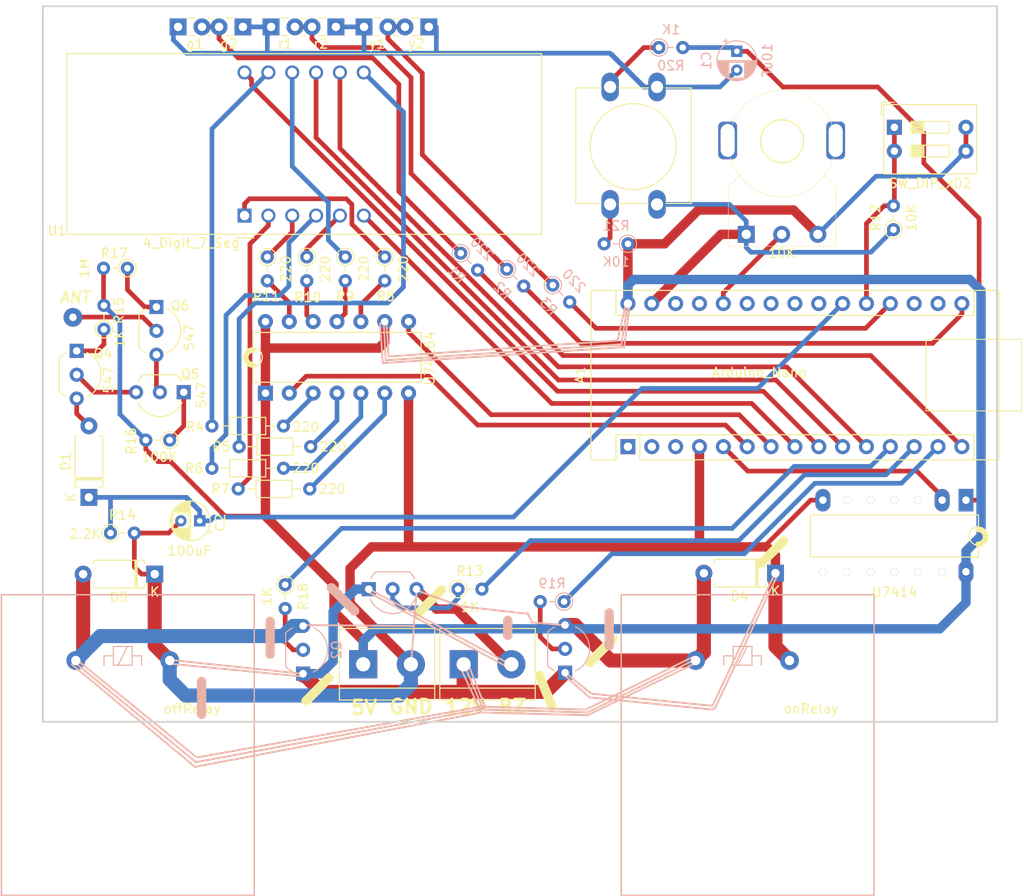
<source format=kicad_pcb>
(kicad_pcb (version 20171130) (host pcbnew "(5.0.0)")

  (general
    (thickness 1.6)
    (drawings 68)
    (tracks 375)
    (zones 0)
    (modules 50)
    (nets 54)
  )

  (page A4 portrait)
  (layers
    (0 F.Cu signal)
    (31 B.Cu signal)
    (32 B.Adhes user)
    (33 F.Adhes user)
    (34 B.Paste user)
    (35 F.Paste user)
    (36 B.SilkS user)
    (37 F.SilkS user)
    (38 B.Mask user)
    (39 F.Mask user)
    (40 Dwgs.User user)
    (41 Cmts.User user)
    (42 Eco1.User user)
    (43 Eco2.User user)
    (44 Edge.Cuts user)
    (45 Margin user)
    (46 B.CrtYd user)
    (47 F.CrtYd user)
    (48 B.Fab user)
    (49 F.Fab user)
  )

  (setup
    (last_trace_width 3.5)
    (user_trace_width 0.5)
    (user_trace_width 1)
    (user_trace_width 1.5)
    (user_trace_width 3.5)
    (trace_clearance 0.2)
    (zone_clearance 0.508)
    (zone_45_only no)
    (trace_min 0.2)
    (segment_width 0.2)
    (edge_width 0.2)
    (via_size 0.8)
    (via_drill 0.4)
    (via_min_size 0.4)
    (via_min_drill 0.3)
    (uvia_size 0.3)
    (uvia_drill 0.1)
    (uvias_allowed no)
    (uvia_min_size 0.2)
    (uvia_min_drill 0.1)
    (pcb_text_width 0.3)
    (pcb_text_size 1.5 1.5)
    (mod_edge_width 0.15)
    (mod_text_size 1 1)
    (mod_text_width 0.15)
    (pad_size 3 3)
    (pad_drill 1.52)
    (pad_to_mask_clearance 0)
    (aux_axis_origin 173.8 204.9)
    (visible_elements 7FFFFFFF)
    (pcbplotparams
      (layerselection 0x0103c_ffffffff)
      (usegerberextensions true)
      (usegerberattributes false)
      (usegerberadvancedattributes false)
      (creategerberjobfile true)
      (excludeedgelayer true)
      (linewidth 0.100000)
      (plotframeref false)
      (viasonmask false)
      (mode 1)
      (useauxorigin false)
      (hpglpennumber 1)
      (hpglpenspeed 20)
      (hpglpendiameter 15.000000)
      (psnegative false)
      (psa4output false)
      (plotreference true)
      (plotvalue true)
      (plotinvisibletext false)
      (padsonsilk false)
      (subtractmaskfromsilk false)
      (outputformat 1)
      (mirror false)
      (drillshape 0)
      (scaleselection 1)
      (outputdirectory "gerber-files/"))
  )

  (net 0 "")
  (net 1 GND)
  (net 2 +12V)
  (net 3 "Net-(R4-Pad2)")
  (net 4 "Net-(R5-Pad2)")
  (net 5 "Net-(R6-Pad2)")
  (net 6 "Net-(R7-Pad2)")
  (net 7 "Net-(R8-Pad2)")
  (net 8 "Net-(R9-Pad2)")
  (net 9 "Net-(R10-Pad2)")
  (net 10 "Net-(R11-Pad2)")
  (net 11 +5V)
  (net 12 "Net-(D4-Pad2)")
  (net 13 "Net-(D5-Pad2)")
  (net 14 "Net-(Q3-Pad2)")
  (net 15 /pushButton)
  (net 16 /monitor)
  (net 17 "Net-(D1-Pad2)")
  (net 18 "Net-(Q4-Pad2)")
  (net 19 "Net-(Q4-Pad1)")
  (net 20 "Net-(Q5-Pad1)")
  (net 21 "Net-(Q5-Pad2)")
  (net 22 "Net-(Q6-Pad1)")
  (net 23 "Net-(C1-Pad1)")
  (net 24 "Net-(Q1-Pad2)")
  (net 25 "Net-(Q2-Pad2)")
  (net 26 "Net-(R20-Pad1)")
  (net 27 "Net-(ANT1-Pad1)")
  (net 28 "Net-(R4-Pad1)")
  (net 29 "Net-(R5-Pad1)")
  (net 30 "Net-(R6-Pad1)")
  (net 31 "Net-(R7-Pad1)")
  (net 32 "Net-(R8-Pad1)")
  (net 33 "Net-(R9-Pad1)")
  (net 34 "Net-(R10-Pad1)")
  (net 35 "Net-(R11-Pad1)")
  (net 36 /bz)
  (net 37 /D1)
  (net 38 /offRelay)
  (net 39 /buzz)
  (net 40 /onRelay)
  (net 41 /pot)
  (net 42 /onLed)
  (net 43 /offLed)
  (net 44 /otherLed)
  (net 45 /data)
  (net 46 /CLK)
  (net 47 /D4)
  (net 48 /D3)
  (net 49 /D2)
  (net 50 /slideSwitch)
  (net 51 "Net-(R1-Pad1)")
  (net 52 "Net-(R2-Pad1)")
  (net 53 "Net-(R3-Pad1)")

  (net_class Default "This is the default net class."
    (clearance 0.2)
    (trace_width 0.25)
    (via_dia 0.8)
    (via_drill 0.4)
    (uvia_dia 0.3)
    (uvia_drill 0.1)
    (add_net +12V)
    (add_net +5V)
    (add_net /CLK)
    (add_net /D1)
    (add_net /D2)
    (add_net /D3)
    (add_net /D4)
    (add_net /buzz)
    (add_net /bz)
    (add_net /data)
    (add_net /monitor)
    (add_net /offLed)
    (add_net /offRelay)
    (add_net /onLed)
    (add_net /onRelay)
    (add_net /otherLed)
    (add_net /pot)
    (add_net /pushButton)
    (add_net /slideSwitch)
    (add_net GND)
    (add_net "Net-(ANT1-Pad1)")
    (add_net "Net-(C1-Pad1)")
    (add_net "Net-(D1-Pad2)")
    (add_net "Net-(D4-Pad2)")
    (add_net "Net-(D5-Pad2)")
    (add_net "Net-(Q1-Pad2)")
    (add_net "Net-(Q2-Pad2)")
    (add_net "Net-(Q3-Pad2)")
    (add_net "Net-(Q4-Pad1)")
    (add_net "Net-(Q4-Pad2)")
    (add_net "Net-(Q5-Pad1)")
    (add_net "Net-(Q5-Pad2)")
    (add_net "Net-(Q6-Pad1)")
    (add_net "Net-(R1-Pad1)")
    (add_net "Net-(R10-Pad1)")
    (add_net "Net-(R10-Pad2)")
    (add_net "Net-(R11-Pad1)")
    (add_net "Net-(R11-Pad2)")
    (add_net "Net-(R2-Pad1)")
    (add_net "Net-(R20-Pad1)")
    (add_net "Net-(R3-Pad1)")
    (add_net "Net-(R4-Pad1)")
    (add_net "Net-(R4-Pad2)")
    (add_net "Net-(R5-Pad1)")
    (add_net "Net-(R5-Pad2)")
    (add_net "Net-(R6-Pad1)")
    (add_net "Net-(R6-Pad2)")
    (add_net "Net-(R7-Pad1)")
    (add_net "Net-(R7-Pad2)")
    (add_net "Net-(R8-Pad1)")
    (add_net "Net-(R8-Pad2)")
    (add_net "Net-(R9-Pad1)")
    (add_net "Net-(R9-Pad2)")
  )

  (module Relay_THT:Relay_SPDT_HUGE_32mm (layer B.Cu) (tedit 5DD66A6A) (tstamp 5DC05A47)
    (at 83.508736 128.472308 270)
    (descr "Relay Omron G5V-1, see http://omronfs.omron.com/en_US/ecb/products/pdf/en-g5v_1.pdf")
    (tags "Relay Omron G5V-1")
    (path /5D94356C)
    (fp_text reference offRelay1 (at 9.227692 1.208736 270) (layer B.Fab)
      (effects (font (size 1 1) (thickness 0.15)) (justify mirror))
    )
    (fp_text value offRelay (at 12.127692 6.608736 180) (layer F.SilkS)
      (effects (font (size 1 1) (thickness 0.15)))
    )
    (fp_line (start 7.5 14.5) (end 5.5 13.5) (layer B.SilkS) (width 0.12))
    (fp_line (start 7.5 12) (end 6.5 12) (layer B.SilkS) (width 0.12))
    (fp_line (start 6.5 12) (end 6.5 13) (layer B.SilkS) (width 0.12))
    (fp_line (start 7.5 16) (end 6.5 16) (layer B.SilkS) (width 0.12))
    (fp_line (start 6.5 16) (end 6.5 15) (layer B.SilkS) (width 0.12))
    (fp_line (start 7.5 15) (end 7.5 13) (layer B.SilkS) (width 0.12))
    (fp_line (start 7.516 13) (end 5.5 13) (layer B.SilkS) (width 0.12))
    (fp_line (start 5.5 13) (end 5.5 15) (layer B.SilkS) (width 0.12))
    (fp_line (start 7.5 15) (end 5.5 15) (layer B.SilkS) (width 0.12))
    (fp_line (start 32 0) (end 32 26.924) (layer B.SilkS) (width 0.15))
    (fp_line (start 32 26.924) (end -0.004 26.924) (layer B.SilkS) (width 0.15))
    (fp_line (start -0.004 26.924) (end -0.004 0) (layer B.SilkS) (width 0.15))
    (fp_line (start -0.004 0) (end 32 0) (layer B.SilkS) (width 0.15))
    (fp_line (start 32 27) (end 0 27) (layer B.CrtYd) (width 0.15))
    (fp_line (start 32 0) (end 0 0) (layer B.CrtYd) (width 0.05))
    (pad 5 thru_hole circle (at 7 9) (size 2 2) (drill 1) (layers *.Cu *.Mask)
      (net 1 GND))
    (pad 1 thru_hole circle (at 7 19) (size 2 2) (drill 1) (layers *.Cu *.Mask)
      (net 13 "Net-(D5-Pad2)"))
  )

  (module Module:Arduino_Nano (layer F.Cu) (tedit 5DD66D19) (tstamp 5DA166C6)
    (at 123.3 112.7 90)
    (descr "Arduino Nano, http://www.mouser.com/pdfdocs/Gravitech_Arduino_Nano3_0.pdf")
    (tags "Arduino Nano")
    (path /5DA2749D)
    (fp_text reference A1 (at 7.62 -5.08 90) (layer F.SilkS)
      (effects (font (size 1 1) (thickness 0.15)))
    )
    (fp_text value Arduino_Nano (at 7.9 14 180) (layer F.SilkS)
      (effects (font (size 1 1) (thickness 0.15)))
    )
    (fp_text user %R (at 6.35 19.05 180) (layer F.Fab)
      (effects (font (size 1 1) (thickness 0.15)))
    )
    (fp_line (start 1.27 1.27) (end 1.27 -1.27) (layer F.SilkS) (width 0.12))
    (fp_line (start 1.27 -1.27) (end -1.4 -1.27) (layer F.SilkS) (width 0.12))
    (fp_line (start -1.4 1.27) (end -1.4 39.5) (layer F.SilkS) (width 0.12))
    (fp_line (start -1.4 -3.94) (end -1.4 -1.27) (layer F.SilkS) (width 0.12))
    (fp_line (start 13.97 -1.27) (end 16.64 -1.27) (layer F.SilkS) (width 0.12))
    (fp_line (start 13.97 -1.27) (end 13.97 36.83) (layer F.SilkS) (width 0.12))
    (fp_line (start 13.97 36.83) (end 16.64 36.83) (layer F.SilkS) (width 0.12))
    (fp_line (start 1.27 1.27) (end -1.4 1.27) (layer F.SilkS) (width 0.12))
    (fp_line (start 1.27 1.27) (end 1.27 36.83) (layer F.SilkS) (width 0.12))
    (fp_line (start 1.27 36.83) (end -1.4 36.83) (layer F.SilkS) (width 0.12))
    (fp_line (start 3.81 31.75) (end 11.43 31.75) (layer F.SilkS) (width 0.1))
    (fp_line (start 11.43 31.75) (end 11.43 41.91) (layer F.SilkS) (width 0.1))
    (fp_line (start 11.43 41.91) (end 3.81 41.91) (layer F.SilkS) (width 0.1))
    (fp_line (start 3.81 41.91) (end 3.81 31.75) (layer F.SilkS) (width 0.1))
    (fp_line (start -1.4 39.5) (end 16.64 39.5) (layer F.SilkS) (width 0.12))
    (fp_line (start 16.64 39.5) (end 16.64 -3.94) (layer F.SilkS) (width 0.12))
    (fp_line (start 16.64 -3.94) (end -1.4 -3.94) (layer F.SilkS) (width 0.12))
    (fp_line (start 16.51 39.37) (end -1.27 39.37) (layer F.Fab) (width 0.1))
    (fp_line (start -1.27 39.37) (end -1.27 -2.54) (layer F.Fab) (width 0.1))
    (fp_line (start -1.27 -2.54) (end 0 -3.81) (layer F.Fab) (width 0.1))
    (fp_line (start 0 -3.81) (end 16.51 -3.81) (layer F.Fab) (width 0.1))
    (fp_line (start 16.51 -3.81) (end 16.51 39.37) (layer F.Fab) (width 0.1))
    (fp_line (start -1.53 -4.06) (end 16.75 -4.06) (layer F.CrtYd) (width 0.05))
    (fp_line (start -1.53 -4.06) (end -1.53 42.16) (layer F.CrtYd) (width 0.05))
    (fp_line (start 16.75 42.16) (end 16.75 -4.06) (layer F.CrtYd) (width 0.05))
    (fp_line (start 16.75 42.16) (end -1.53 42.16) (layer F.CrtYd) (width 0.05))
    (pad 1 thru_hole rect (at 0 0 90) (size 1.6 1.6) (drill 0.9) (layers *.Cu *.Mask))
    (pad 17 thru_hole oval (at 15.24 33.02 90) (size 1.6 1.6) (drill 0.9) (layers *.Cu *.Mask))
    (pad 2 thru_hole oval (at 0 2.54 90) (size 1.6 1.6) (drill 0.9) (layers *.Cu *.Mask))
    (pad 18 thru_hole oval (at 15.24 30.48 90) (size 1.6 1.6) (drill 0.9) (layers *.Cu *.Mask))
    (pad 3 thru_hole oval (at 0 5.08 90) (size 1.6 1.6) (drill 0.9) (layers *.Cu *.Mask))
    (pad 19 thru_hole oval (at 15.24 27.94 90) (size 1.6 1.6) (drill 0.9) (layers *.Cu *.Mask)
      (net 44 /otherLed))
    (pad 4 thru_hole oval (at 0 7.62 90) (size 1.6 1.6) (drill 0.9) (layers *.Cu *.Mask)
      (net 1 GND))
    (pad 20 thru_hole oval (at 15.24 25.4 90) (size 1.6 1.6) (drill 0.9) (layers *.Cu *.Mask)
      (net 50 /slideSwitch))
    (pad 5 thru_hole oval (at 0 10.16 90) (size 1.6 1.6) (drill 0.9) (layers *.Cu *.Mask)
      (net 15 /pushButton))
    (pad 21 thru_hole oval (at 15.24 22.86 90) (size 1.6 1.6) (drill 0.9) (layers *.Cu *.Mask)
      (net 16 /monitor))
    (pad 6 thru_hole oval (at 0 12.7 90) (size 1.6 1.6) (drill 0.9) (layers *.Cu *.Mask)
      (net 45 /data))
    (pad 22 thru_hole oval (at 15.24 20.32 90) (size 1.6 1.6) (drill 0.9) (layers *.Cu *.Mask))
    (pad 7 thru_hole oval (at 0 15.24 90) (size 1.6 1.6) (drill 0.9) (layers *.Cu *.Mask)
      (net 46 /CLK))
    (pad 23 thru_hole oval (at 15.24 17.78 90) (size 1.6 1.6) (drill 0.9) (layers *.Cu *.Mask))
    (pad 8 thru_hole oval (at 0 17.78 90) (size 1.6 1.6) (drill 0.9) (layers *.Cu *.Mask)
      (net 47 /D4))
    (pad 24 thru_hole oval (at 15.24 15.24 90) (size 1.6 1.6) (drill 0.9) (layers *.Cu *.Mask))
    (pad 9 thru_hole oval (at 0 20.32 90) (size 1.6 1.6) (drill 0.9) (layers *.Cu *.Mask)
      (net 37 /D1))
    (pad 25 thru_hole oval (at 15.24 12.7 90) (size 1.6 1.6) (drill 0.9) (layers *.Cu *.Mask))
    (pad 10 thru_hole oval (at 0 22.86 90) (size 1.6 1.6) (drill 0.9) (layers *.Cu *.Mask)
      (net 49 /D2))
    (pad 26 thru_hole oval (at 15.24 10.16 90) (size 1.6 1.6) (drill 0.9) (layers *.Cu *.Mask)
      (net 41 /pot))
    (pad 11 thru_hole oval (at 0 25.4 90) (size 1.6 1.6) (drill 0.9) (layers *.Cu *.Mask)
      (net 48 /D3))
    (pad 27 thru_hole oval (at 15.24 7.62 90) (size 1.6 1.6) (drill 0.9) (layers *.Cu *.Mask))
    (pad 12 thru_hole oval (at 0 27.94 90) (size 1.6 1.6) (drill 0.9) (layers *.Cu *.Mask)
      (net 38 /offRelay))
    (pad 28 thru_hole oval (at 15.24 5.08 90) (size 1.6 1.6) (drill 0.9) (layers *.Cu *.Mask))
    (pad 13 thru_hole oval (at 0 30.48 90) (size 1.6 1.6) (drill 0.9) (layers *.Cu *.Mask)
      (net 39 /buzz))
    (pad 29 thru_hole oval (at 15.24 2.54 90) (size 1.6 1.6) (drill 0.9) (layers *.Cu *.Mask)
      (net 1 GND))
    (pad 14 thru_hole oval (at 0 33.02 90) (size 1.6 1.6) (drill 0.9) (layers *.Cu *.Mask)
      (net 40 /onRelay))
    (pad 30 thru_hole oval (at 15.24 0 90) (size 1.6 1.6) (drill 0.9) (layers *.Cu *.Mask)
      (net 11 +5V))
    (pad 15 thru_hole oval (at 0 35.56 90) (size 1.6 1.6) (drill 0.9) (layers *.Cu *.Mask)
      (net 42 /onLed))
    (pad 16 thru_hole oval (at 15.24 35.56 90) (size 1.6 1.6) (drill 0.9) (layers *.Cu *.Mask)
      (net 43 /offLed))
    (model ${KISYS3DMOD}/Module.3dshapes/Arduino_Nano_WithMountingHoles.wrl
      (at (xyz 0 0 0))
      (scale (xyz 1 1 1))
      (rotate (xyz 0 0 0))
    )
  )

  (module Potentiometer_THT:Potentiometer_Alpha_Round_P7.5 (layer F.Cu) (tedit 5DD66970) (tstamp 5DA274FE)
    (at 137.17231 90.091263 90)
    (descr "Potentiometer, vertical, 9mm, single, http://www.taiwanalpha.com.tw/downloads?target=products&id=113")
    (tags "potentiometer vertical 9mm single")
    (path /5D8C93F5)
    (fp_text reference POT1 (at 6.71 -4.64 270) (layer F.Fab)
      (effects (font (size 1 1) (thickness 0.15)))
    )
    (fp_text value 10K (at -2.008737 2.52769) (layer F.SilkS)
      (effects (font (size 1 1) (thickness 0.15)))
    )
    (fp_circle (center 9.91 2.54) (end 11.18 4.445) (layer F.SilkS) (width 0.15))
    (fp_line (start 6.35 6.985) (end 5.08 8.255) (layer F.SilkS) (width 0.05))
    (fp_line (start 5.08 8.255) (end -1.27 8.255) (layer F.SilkS) (width 0.05))
    (fp_line (start 6.35 -1.905) (end 5.08 -3.175) (layer F.SilkS) (width 0.05))
    (fp_circle (center 9.66 2.54) (end 15.339613 2.54) (layer F.SilkS) (width 0.05))
    (fp_text user %R (at 7.62 2.54 90) (layer F.Fab)
      (effects (font (size 1 1) (thickness 0.15)))
    )
    (fp_line (start -1.27 -3.175) (end -1.27 8.255) (layer F.SilkS) (width 0.05))
    (fp_line (start 5.08 -3.175) (end -1.27 -3.175) (layer F.SilkS) (width 0.05))
    (pad "" thru_hole roundrect (at 10 -3.25 180) (size 2 4) (drill oval 1.5 3.5) (layers *.Cu *.Mask) (roundrect_rratio 0.25))
    (pad 1 thru_hole rect (at 0 -1.27 180) (size 1.8 1.8) (drill 1) (layers *.Cu *.Mask)
      (net 1 GND))
    (pad 2 thru_hole circle (at 0 2.5 180) (size 1.8 1.8) (drill 1) (layers *.Cu *.Mask)
      (net 41 /pot))
    (pad 3 thru_hole circle (at 0 6.35 180) (size 1.8 1.8) (drill 1) (layers *.Cu *.Mask)
      (net 11 +5V))
    (pad "" thru_hole roundrect (at 10 8.25 180) (size 2 4) (drill oval 1.5 3.5) (layers *.Cu *.Mask) (roundrect_rratio 0.25))
    (model ${KISYS3DMOD}/Potentiometer_THT.3dshapes/Potentiometer_Alpha_RD901F-40-00D_Single_Vertical.wrl
      (at (xyz 0 0 0))
      (scale (xyz 1 1 1))
      (rotate (xyz 0 0 0))
    )
  )

  (module Package_TO_SOT_THT:TO-92_Inline_Wide (layer F.Cu) (tedit 5DD66742) (tstamp 5DA3308B)
    (at 76 106.9 180)
    (descr "TO-92 leads in-line, wide, drill 0.75mm (see NXP sot054_po.pdf)")
    (tags "to-92 sc-43 sc-43a sot54 PA33 transistor")
    (path /5D9FEEFB)
    (fp_text reference Q5 (at -0.7 1.9) (layer F.SilkS)
      (effects (font (size 1 1) (thickness 0.15)))
    )
    (fp_text value 547 (at -1.9 -0.3 90) (layer F.SilkS)
      (effects (font (size 1 1) (thickness 0.15)))
    )
    (fp_text user %R (at 2.54 -3.56 180) (layer F.Fab)
      (effects (font (size 1 1) (thickness 0.15)))
    )
    (fp_line (start 0.74 1.85) (end 4.34 1.85) (layer F.SilkS) (width 0.12))
    (fp_line (start 0.8 1.75) (end 4.3 1.75) (layer F.Fab) (width 0.1))
    (fp_line (start -1.01 -2.73) (end 6.09 -2.73) (layer F.CrtYd) (width 0.05))
    (fp_line (start -1.01 -2.73) (end -1.01 2.01) (layer F.CrtYd) (width 0.05))
    (fp_line (start 6.09 2.01) (end 6.09 -2.73) (layer F.CrtYd) (width 0.05))
    (fp_line (start 6.09 2.01) (end -1.01 2.01) (layer F.CrtYd) (width 0.05))
    (fp_arc (start 2.54 0) (end 0.74 1.85) (angle 20) (layer F.SilkS) (width 0.12))
    (fp_arc (start 2.54 0) (end 2.54 -2.6) (angle -65) (layer F.SilkS) (width 0.12))
    (fp_arc (start 2.54 0) (end 2.54 -2.6) (angle 65) (layer F.SilkS) (width 0.12))
    (fp_arc (start 2.54 0) (end 2.54 -2.48) (angle 135) (layer F.Fab) (width 0.1))
    (fp_arc (start 2.54 0) (end 2.54 -2.48) (angle -135) (layer F.Fab) (width 0.1))
    (fp_arc (start 2.54 0) (end 4.34 1.85) (angle -20) (layer F.SilkS) (width 0.12))
    (pad 2 thru_hole circle (at 2.54 0 270) (size 1.5 1.5) (drill 0.8) (layers *.Cu *.Mask)
      (net 21 "Net-(Q5-Pad2)"))
    (pad 3 thru_hole circle (at 5.08 0 270) (size 1.5 1.5) (drill 0.8) (layers *.Cu *.Mask)
      (net 18 "Net-(Q4-Pad2)"))
    (pad 1 thru_hole rect (at 0 0 270) (size 1.5 1.5) (drill 0.8) (layers *.Cu *.Mask)
      (net 20 "Net-(Q5-Pad1)"))
    (model ${KISYS3DMOD}/Package_TO_SOT_THT.3dshapes/TO-92_Inline_Wide.wrl
      (at (xyz 0 0 0))
      (scale (xyz 1 1 1))
      (rotate (xyz 0 0 0))
    )
  )

  (module Button_Switch_THT:SW_PUSH-12mm (layer F.Cu) (tedit 5DD664B6) (tstamp 5DA368DB)
    (at 126.4 74.4 270)
    (descr "SW PUSH 12mm https://www.e-switch.com/system/asset/product_line/data_sheet/143/TL1100.pdf")
    (tags "tact sw push 12mm")
    (path /5D8CB179)
    (fp_text reference SW1 (at 6.08 -4.66 270) (layer F.Fab)
      (effects (font (size 1 1) (thickness 0.15)))
    )
    (fp_text value SW_Push (at 6.62 9.93 270) (layer F.Fab)
      (effects (font (size 1 1) (thickness 0.15)))
    )
    (fp_line (start 0.25 8.5) (end 12.25 8.5) (layer F.Fab) (width 0.1))
    (fp_line (start 0.25 -3.5) (end 12.25 -3.5) (layer F.Fab) (width 0.1))
    (fp_line (start 12.25 -3.5) (end 12.25 8.5) (layer F.Fab) (width 0.1))
    (fp_text user %R (at 6.35 2.54 270) (layer F.Fab)
      (effects (font (size 1 1) (thickness 0.15)))
    )
    (fp_line (start 0.1 -3.65) (end 12.4 -3.65) (layer F.SilkS) (width 0.12))
    (fp_line (start 12.4 0.93) (end 12.4 4.07) (layer F.SilkS) (width 0.12))
    (fp_line (start 12.4 8.65) (end 0.1 8.65) (layer F.SilkS) (width 0.12))
    (fp_line (start 0.1 -0.93) (end 0.1 -3.65) (layer F.SilkS) (width 0.12))
    (fp_line (start -1.77 -3.75) (end 14.25 -3.75) (layer F.CrtYd) (width 0.05))
    (fp_line (start -1.77 -3.75) (end -1.77 8.75) (layer F.CrtYd) (width 0.05))
    (fp_line (start 14.25 8.75) (end 14.25 -3.75) (layer F.CrtYd) (width 0.05))
    (fp_line (start 14.25 8.75) (end -1.77 8.75) (layer F.CrtYd) (width 0.05))
    (fp_circle (center 6.35 2.54) (end 10.16 5.08) (layer F.SilkS) (width 0.12))
    (fp_line (start 0.25 -3.5) (end 0.25 8.5) (layer F.Fab) (width 0.1))
    (fp_line (start 0.1 8.65) (end 0.1 5.93) (layer F.SilkS) (width 0.12))
    (fp_line (start 0.1 4.07) (end 0.1 0.93) (layer F.SilkS) (width 0.12))
    (fp_line (start 12.4 5.93) (end 12.4 8.65) (layer F.SilkS) (width 0.12))
    (fp_line (start 12.4 -3.65) (end 12.4 -0.93) (layer F.SilkS) (width 0.12))
    (pad 1 thru_hole oval (at 12.5 0 270) (size 3.048 1.85) (drill 1.3) (layers *.Cu *.Mask)
      (net 1 GND))
    (pad 2 thru_hole oval (at 12.5 5 270) (size 3.048 1.85) (drill 1.3) (layers *.Cu *.Mask)
      (net 26 "Net-(R20-Pad1)"))
    (pad 1 thru_hole oval (at 0 0 270) (size 3.048 1.85) (drill 1.3) (layers *.Cu *.Mask)
      (net 1 GND))
    (pad 2 thru_hole oval (at 0 5 270) (size 3.048 1.85) (drill 1.3) (layers *.Cu *.Mask)
      (net 26 "Net-(R20-Pad1)"))
    (model ${KISYS3DMOD}/Button_Switch_THT.3dshapes/SW_PUSH-12mm.wrl
      (at (xyz 0 0 0))
      (scale (xyz 1 1 1))
      (rotate (xyz 0 0 0))
    )
  )

  (module Display_7Segment:CA56-12EWA (layer F.Cu) (tedit 5DD66D7D) (tstamp 5DA2769A)
    (at 82.47231 88.091265 90)
    (descr "4 digit 7 segment green LED, http://www.kingbrightusa.com/images/catalog/SPEC/CA56-12EWA.pdf")
    (tags "4 digit 7 segment green LED")
    (path /5DA560B5)
    (fp_text reference U1 (at -1.608735 -19.97231 180) (layer F.SilkS)
      (effects (font (size 1 1) (thickness 0.15)))
    )
    (fp_text value 4_Digit_7_Seg (at -2.908735 -5.67231 180) (layer F.SilkS)
      (effects (font (size 1 1) (thickness 0.15)))
    )
    (fp_text user %R (at 8.128 6.604 90) (layer F.Fab)
      (effects (font (size 1 1) (thickness 0.15)))
    )
    (fp_line (start -1.88 1) (end -1.88 31.5) (layer F.Fab) (width 0.1))
    (fp_line (start -1.88 31.5) (end 17.12 31.5) (layer F.Fab) (width 0.1))
    (fp_line (start 17.12 -18.8) (end 17.12 31.5) (layer F.Fab) (width 0.1))
    (fp_line (start -1.88 -18.8) (end 17.12 -18.8) (layer F.Fab) (width 0.1))
    (fp_line (start -2.38 -1) (end -2.38 1) (layer F.SilkS) (width 0.12))
    (fp_line (start -2.13 31.75) (end -2.13 -19.05) (layer F.CrtYd) (width 0.05))
    (fp_line (start 17.37 31.75) (end -2.13 31.75) (layer F.CrtYd) (width 0.05))
    (fp_line (start 17.37 -19.05) (end 17.37 31.75) (layer F.CrtYd) (width 0.05))
    (fp_line (start -2.13 -19.05) (end 17.37 -19.05) (layer F.CrtYd) (width 0.05))
    (fp_line (start -1.88 -1) (end -1.88 -18.8) (layer F.Fab) (width 0.1))
    (fp_line (start -0.88 0) (end -1.88 -1) (layer F.Fab) (width 0.1))
    (fp_line (start -1.88 1) (end -0.88 0) (layer F.Fab) (width 0.1))
    (fp_line (start 17.24 31.62) (end 17.24 -18.92) (layer F.SilkS) (width 0.12))
    (fp_line (start -2 31.62) (end 17.24 31.62) (layer F.SilkS) (width 0.12))
    (fp_line (start -2 -18.92) (end -2 31.62) (layer F.SilkS) (width 0.12))
    (fp_line (start -2 -18.92) (end 17.24 -18.92) (layer F.SilkS) (width 0.12))
    (pad 12 thru_hole circle (at 15.24 0 90) (size 1.5 1.5) (drill 1) (layers *.Cu *.Mask)
      (net 37 /D1))
    (pad 11 thru_hole circle (at 15.24 2.54 90) (size 1.5 1.5) (drill 1) (layers *.Cu *.Mask)
      (net 28 "Net-(R4-Pad1)"))
    (pad 10 thru_hole circle (at 15.24 5.08 90) (size 1.5 1.5) (drill 1) (layers *.Cu *.Mask)
      (net 33 "Net-(R9-Pad1)"))
    (pad 9 thru_hole circle (at 15.24 7.62 90) (size 1.5 1.5) (drill 1) (layers *.Cu *.Mask)
      (net 49 /D2))
    (pad 8 thru_hole circle (at 15.24 10.16 90) (size 1.5 1.5) (drill 1) (layers *.Cu *.Mask)
      (net 48 /D3))
    (pad 7 thru_hole circle (at 15.24 12.7 90) (size 1.5 1.5) (drill 1) (layers *.Cu *.Mask)
      (net 29 "Net-(R5-Pad1)"))
    (pad 6 thru_hole circle (at 0 12.7 90) (size 1.5 1.5) (drill 1) (layers *.Cu *.Mask)
      (net 47 /D4))
    (pad 5 thru_hole circle (at 0 10.16 90) (size 1.5 1.5) (drill 1) (layers *.Cu *.Mask)
      (net 34 "Net-(R10-Pad1)"))
    (pad 4 thru_hole circle (at 0 7.62 90) (size 1.5 1.5) (drill 1) (layers *.Cu *.Mask)
      (net 30 "Net-(R6-Pad1)"))
    (pad 3 thru_hole circle (at 0 5.08 90) (size 1.5 1.5) (drill 1) (layers *.Cu *.Mask)
      (net 35 "Net-(R11-Pad1)"))
    (pad 2 thru_hole circle (at 0 2.54 90) (size 1.5 1.5) (drill 1) (layers *.Cu *.Mask)
      (net 31 "Net-(R7-Pad1)"))
    (pad 1 thru_hole rect (at 0 0 90) (size 1.5 1.5) (drill 1) (layers *.Cu *.Mask)
      (net 32 "Net-(R8-Pad1)"))
    (model ${KISYS3DMOD}/Display_7Segment.3dshapes/CA56-12EWA.wrl
      (at (xyz 0 0 0))
      (scale (xyz 1 1 1))
      (rotate (xyz 0 0 0))
    )
  )

  (module Connector_Wire:SolderWirePad_1x01_Drill0.8mm (layer F.Cu) (tedit 5DD665D2) (tstamp 5DB206A7)
    (at 64.2 98.927692 180)
    (descr "Wire solder connection")
    (tags connector)
    (path /5DA18092)
    (attr virtual)
    (fp_text reference ANT1 (at 0 -2.54 180) (layer F.SilkS) hide
      (effects (font (size 1 0.5) (thickness 0.125)))
    )
    (fp_text value ANT (at -0.2 2.127692 180) (layer F.SilkS)
      (effects (font (size 1.2 1.2) (thickness 0.2) italic))
    )
    (fp_text user %R (at 0 0 180) (layer F.Fab)
      (effects (font (size 1 1) (thickness 0.15)))
    )
    (fp_line (start -1.5 -1.5) (end 1.5 -1.5) (layer F.CrtYd) (width 0.05))
    (fp_line (start -1.5 -1.5) (end -1.5 1.5) (layer F.CrtYd) (width 0.05))
    (fp_line (start 1.5 1.5) (end 1.5 -1.5) (layer F.CrtYd) (width 0.05))
    (fp_line (start 1.5 1.5) (end -1.5 1.5) (layer F.CrtYd) (width 0.05))
    (pad 1 thru_hole circle (at 0 0 180) (size 1.99898 1.99898) (drill 0.8001) (layers *.Cu *.Mask)
      (net 27 "Net-(ANT1-Pad1)"))
  )

  (module Diode_THT:D_A-405_P7.62mm_Horizontal (layer F.Cu) (tedit 5DD6677C) (tstamp 5DCC975B)
    (at 65.9 118.1 90)
    (descr "Diode, A-405 series, Axial, Horizontal, pin pitch=7.62mm, , length*diameter=5.2*2.7mm^2, , http://www.diodes.com/_files/packages/A-405.pdf")
    (tags "Diode A-405 series Axial Horizontal pin pitch 7.62mm  length 5.2mm diameter 2.7mm")
    (path /5DA0D55E)
    (fp_text reference D1 (at 3.81 -2.47 90) (layer F.SilkS)
      (effects (font (size 1 1) (thickness 0.15)))
    )
    (fp_text value D (at 3.81 2.47 90) (layer F.Fab)
      (effects (font (size 1 1) (thickness 0.15)))
    )
    (fp_text user K (at 0 -1.9 90) (layer F.SilkS)
      (effects (font (size 1 1) (thickness 0.15)))
    )
    (fp_text user K (at 0 -1.9 90) (layer F.Fab)
      (effects (font (size 1 1) (thickness 0.15)))
    )
    (fp_text user %R (at 4.2 0 90) (layer F.Fab)
      (effects (font (size 1 1) (thickness 0.15)))
    )
    (fp_line (start 8.77 -1.6) (end -1.15 -1.6) (layer F.CrtYd) (width 0.05))
    (fp_line (start 8.77 1.6) (end 8.77 -1.6) (layer F.CrtYd) (width 0.05))
    (fp_line (start -1.15 1.6) (end 8.77 1.6) (layer F.CrtYd) (width 0.05))
    (fp_line (start -1.15 -1.6) (end -1.15 1.6) (layer F.CrtYd) (width 0.05))
    (fp_line (start 1.87 -1.47) (end 1.87 1.47) (layer F.SilkS) (width 0.12))
    (fp_line (start 2.11 -1.47) (end 2.11 1.47) (layer F.SilkS) (width 0.12))
    (fp_line (start 1.99 -1.47) (end 1.99 1.47) (layer F.SilkS) (width 0.12))
    (fp_line (start 6.53 1.47) (end 6.53 1.14) (layer F.SilkS) (width 0.12))
    (fp_line (start 1.09 1.47) (end 6.53 1.47) (layer F.SilkS) (width 0.12))
    (fp_line (start 1.09 1.14) (end 1.09 1.47) (layer F.SilkS) (width 0.12))
    (fp_line (start 6.53 -1.47) (end 6.53 -1.14) (layer F.SilkS) (width 0.12))
    (fp_line (start 1.09 -1.47) (end 6.53 -1.47) (layer F.SilkS) (width 0.12))
    (fp_line (start 1.09 -1.14) (end 1.09 -1.47) (layer F.SilkS) (width 0.12))
    (fp_line (start 1.89 -1.35) (end 1.89 1.35) (layer F.Fab) (width 0.1))
    (fp_line (start 2.09 -1.35) (end 2.09 1.35) (layer F.Fab) (width 0.1))
    (fp_line (start 1.99 -1.35) (end 1.99 1.35) (layer F.Fab) (width 0.1))
    (fp_line (start 7.62 0) (end 6.41 0) (layer F.Fab) (width 0.1))
    (fp_line (start 0 0) (end 1.21 0) (layer F.Fab) (width 0.1))
    (fp_line (start 6.41 -1.35) (end 1.21 -1.35) (layer F.Fab) (width 0.1))
    (fp_line (start 6.41 1.35) (end 6.41 -1.35) (layer F.Fab) (width 0.1))
    (fp_line (start 1.21 1.35) (end 6.41 1.35) (layer F.Fab) (width 0.1))
    (fp_line (start 1.21 -1.35) (end 1.21 1.35) (layer F.Fab) (width 0.1))
    (pad 2 thru_hole oval (at 7.62 0 90) (size 1.8 1.8) (drill 0.9) (layers *.Cu *.Mask)
      (net 17 "Net-(D1-Pad2)"))
    (pad 1 thru_hole rect (at 0 0 90) (size 1.8 1.8) (drill 0.9) (layers *.Cu *.Mask)
      (net 16 /monitor))
    (model ${KISYS3DMOD}/Diode_THT.3dshapes/D_A-405_P7.62mm_Horizontal.wrl
      (at (xyz 0 0 0))
      (scale (xyz 1 1 1))
      (rotate (xyz 0 0 0))
    )
  )

  (module Resistor_THT:R_Axial_DIN0204_L3.6mm_D1.6mm_P2.54mm_Vertical (layer F.Cu) (tedit 5DD66AA0) (tstamp 5DA26EB5)
    (at 68.2 121.9)
    (descr "Resistor, Axial_DIN0204 series, Axial, Vertical, pin pitch=2.54mm, 0.167W, length*diameter=3.6*1.6mm^2, http://cdn-reichelt.de/documents/datenblatt/B400/1_4W%23YAG.pdf")
    (tags "Resistor Axial_DIN0204 series Axial Vertical pin pitch 2.54mm 0.167W length 3.6mm diameter 1.6mm")
    (path /5DA0D756)
    (fp_text reference R14 (at 1.27 -1.92) (layer F.SilkS)
      (effects (font (size 1 1) (thickness 0.15)))
    )
    (fp_text value 2.2K (at -2.7 0.1) (layer F.SilkS)
      (effects (font (size 1 1) (thickness 0.15)))
    )
    (fp_text user %R (at 1.27 -1.92) (layer F.Fab)
      (effects (font (size 1 1) (thickness 0.15)))
    )
    (fp_line (start 3.49 -1.05) (end -1.05 -1.05) (layer F.CrtYd) (width 0.05))
    (fp_line (start 3.49 1.05) (end 3.49 -1.05) (layer F.CrtYd) (width 0.05))
    (fp_line (start -1.05 1.05) (end 3.49 1.05) (layer F.CrtYd) (width 0.05))
    (fp_line (start -1.05 -1.05) (end -1.05 1.05) (layer F.CrtYd) (width 0.05))
    (fp_line (start 0.92 0) (end 1.54 0) (layer F.SilkS) (width 0.12))
    (fp_line (start 0 0) (end 2.54 0) (layer F.Fab) (width 0.1))
    (fp_circle (center 0 0) (end 0.92 0) (layer F.SilkS) (width 0.12))
    (fp_circle (center 0 0) (end 0.8 0) (layer F.Fab) (width 0.1))
    (pad 2 thru_hole oval (at 2.54 0) (size 1.4 1.4) (drill 0.7) (layers *.Cu *.Mask)
      (net 1 GND))
    (pad 1 thru_hole circle (at 0 0) (size 1.4 1.4) (drill 0.7) (layers *.Cu *.Mask)
      (net 16 /monitor))
    (model ${KISYS3DMOD}/Resistor_THT.3dshapes/R_Axial_DIN0204_L3.6mm_D1.6mm_P2.54mm_Vertical.wrl
      (at (xyz 0 0 0))
      (scale (xyz 1 1 1))
      (rotate (xyz 0 0 0))
    )
  )

  (module Capacitor_THT:CP_Radial_D4.0mm_P2.00mm (layer F.Cu) (tedit 5DD66A80) (tstamp 5DAF95BB)
    (at 77.7 120.6 180)
    (descr "CP, Radial series, Radial, pin pitch=2.00mm, , diameter=4mm, Electrolytic Capacitor")
    (tags "CP Radial series Radial pin pitch 2.00mm  diameter 4mm Electrolytic Capacitor")
    (path /5DA15D96)
    (fp_text reference C2 (at -2.2 -0.2 -90) (layer F.SilkS)
      (effects (font (size 1 1) (thickness 0.15)))
    )
    (fp_text value 100uF (at 1.1 -3.2 180) (layer F.SilkS)
      (effects (font (size 1 1) (thickness 0.15)))
    )
    (fp_text user %R (at 1 0 180) (layer F.Fab)
      (effects (font (size 0.8 0.8) (thickness 0.12)))
    )
    (fp_line (start -1.069801 -1.395) (end -1.069801 -0.995) (layer F.SilkS) (width 0.12))
    (fp_line (start -1.269801 -1.195) (end -0.869801 -1.195) (layer F.SilkS) (width 0.12))
    (fp_line (start 3.081 -0.37) (end 3.081 0.37) (layer F.SilkS) (width 0.12))
    (fp_line (start 3.041 -0.537) (end 3.041 0.537) (layer F.SilkS) (width 0.12))
    (fp_line (start 3.001 -0.664) (end 3.001 0.664) (layer F.SilkS) (width 0.12))
    (fp_line (start 2.961 -0.768) (end 2.961 0.768) (layer F.SilkS) (width 0.12))
    (fp_line (start 2.921 -0.859) (end 2.921 0.859) (layer F.SilkS) (width 0.12))
    (fp_line (start 2.881 -0.94) (end 2.881 0.94) (layer F.SilkS) (width 0.12))
    (fp_line (start 2.841 -1.013) (end 2.841 1.013) (layer F.SilkS) (width 0.12))
    (fp_line (start 2.801 0.84) (end 2.801 1.08) (layer F.SilkS) (width 0.12))
    (fp_line (start 2.801 -1.08) (end 2.801 -0.84) (layer F.SilkS) (width 0.12))
    (fp_line (start 2.761 0.84) (end 2.761 1.142) (layer F.SilkS) (width 0.12))
    (fp_line (start 2.761 -1.142) (end 2.761 -0.84) (layer F.SilkS) (width 0.12))
    (fp_line (start 2.721 0.84) (end 2.721 1.2) (layer F.SilkS) (width 0.12))
    (fp_line (start 2.721 -1.2) (end 2.721 -0.84) (layer F.SilkS) (width 0.12))
    (fp_line (start 2.681 0.84) (end 2.681 1.254) (layer F.SilkS) (width 0.12))
    (fp_line (start 2.681 -1.254) (end 2.681 -0.84) (layer F.SilkS) (width 0.12))
    (fp_line (start 2.641 0.84) (end 2.641 1.304) (layer F.SilkS) (width 0.12))
    (fp_line (start 2.641 -1.304) (end 2.641 -0.84) (layer F.SilkS) (width 0.12))
    (fp_line (start 2.601 0.84) (end 2.601 1.351) (layer F.SilkS) (width 0.12))
    (fp_line (start 2.601 -1.351) (end 2.601 -0.84) (layer F.SilkS) (width 0.12))
    (fp_line (start 2.561 0.84) (end 2.561 1.396) (layer F.SilkS) (width 0.12))
    (fp_line (start 2.561 -1.396) (end 2.561 -0.84) (layer F.SilkS) (width 0.12))
    (fp_line (start 2.521 0.84) (end 2.521 1.438) (layer F.SilkS) (width 0.12))
    (fp_line (start 2.521 -1.438) (end 2.521 -0.84) (layer F.SilkS) (width 0.12))
    (fp_line (start 2.481 0.84) (end 2.481 1.478) (layer F.SilkS) (width 0.12))
    (fp_line (start 2.481 -1.478) (end 2.481 -0.84) (layer F.SilkS) (width 0.12))
    (fp_line (start 2.441 0.84) (end 2.441 1.516) (layer F.SilkS) (width 0.12))
    (fp_line (start 2.441 -1.516) (end 2.441 -0.84) (layer F.SilkS) (width 0.12))
    (fp_line (start 2.401 0.84) (end 2.401 1.552) (layer F.SilkS) (width 0.12))
    (fp_line (start 2.401 -1.552) (end 2.401 -0.84) (layer F.SilkS) (width 0.12))
    (fp_line (start 2.361 0.84) (end 2.361 1.587) (layer F.SilkS) (width 0.12))
    (fp_line (start 2.361 -1.587) (end 2.361 -0.84) (layer F.SilkS) (width 0.12))
    (fp_line (start 2.321 0.84) (end 2.321 1.619) (layer F.SilkS) (width 0.12))
    (fp_line (start 2.321 -1.619) (end 2.321 -0.84) (layer F.SilkS) (width 0.12))
    (fp_line (start 2.281 0.84) (end 2.281 1.65) (layer F.SilkS) (width 0.12))
    (fp_line (start 2.281 -1.65) (end 2.281 -0.84) (layer F.SilkS) (width 0.12))
    (fp_line (start 2.241 0.84) (end 2.241 1.68) (layer F.SilkS) (width 0.12))
    (fp_line (start 2.241 -1.68) (end 2.241 -0.84) (layer F.SilkS) (width 0.12))
    (fp_line (start 2.201 0.84) (end 2.201 1.708) (layer F.SilkS) (width 0.12))
    (fp_line (start 2.201 -1.708) (end 2.201 -0.84) (layer F.SilkS) (width 0.12))
    (fp_line (start 2.161 0.84) (end 2.161 1.735) (layer F.SilkS) (width 0.12))
    (fp_line (start 2.161 -1.735) (end 2.161 -0.84) (layer F.SilkS) (width 0.12))
    (fp_line (start 2.121 0.84) (end 2.121 1.76) (layer F.SilkS) (width 0.12))
    (fp_line (start 2.121 -1.76) (end 2.121 -0.84) (layer F.SilkS) (width 0.12))
    (fp_line (start 2.081 0.84) (end 2.081 1.785) (layer F.SilkS) (width 0.12))
    (fp_line (start 2.081 -1.785) (end 2.081 -0.84) (layer F.SilkS) (width 0.12))
    (fp_line (start 2.041 0.84) (end 2.041 1.808) (layer F.SilkS) (width 0.12))
    (fp_line (start 2.041 -1.808) (end 2.041 -0.84) (layer F.SilkS) (width 0.12))
    (fp_line (start 2.001 0.84) (end 2.001 1.83) (layer F.SilkS) (width 0.12))
    (fp_line (start 2.001 -1.83) (end 2.001 -0.84) (layer F.SilkS) (width 0.12))
    (fp_line (start 1.961 0.84) (end 1.961 1.851) (layer F.SilkS) (width 0.12))
    (fp_line (start 1.961 -1.851) (end 1.961 -0.84) (layer F.SilkS) (width 0.12))
    (fp_line (start 1.921 0.84) (end 1.921 1.87) (layer F.SilkS) (width 0.12))
    (fp_line (start 1.921 -1.87) (end 1.921 -0.84) (layer F.SilkS) (width 0.12))
    (fp_line (start 1.881 0.84) (end 1.881 1.889) (layer F.SilkS) (width 0.12))
    (fp_line (start 1.881 -1.889) (end 1.881 -0.84) (layer F.SilkS) (width 0.12))
    (fp_line (start 1.841 0.84) (end 1.841 1.907) (layer F.SilkS) (width 0.12))
    (fp_line (start 1.841 -1.907) (end 1.841 -0.84) (layer F.SilkS) (width 0.12))
    (fp_line (start 1.801 0.84) (end 1.801 1.924) (layer F.SilkS) (width 0.12))
    (fp_line (start 1.801 -1.924) (end 1.801 -0.84) (layer F.SilkS) (width 0.12))
    (fp_line (start 1.761 0.84) (end 1.761 1.94) (layer F.SilkS) (width 0.12))
    (fp_line (start 1.761 -1.94) (end 1.761 -0.84) (layer F.SilkS) (width 0.12))
    (fp_line (start 1.721 0.84) (end 1.721 1.954) (layer F.SilkS) (width 0.12))
    (fp_line (start 1.721 -1.954) (end 1.721 -0.84) (layer F.SilkS) (width 0.12))
    (fp_line (start 1.68 0.84) (end 1.68 1.968) (layer F.SilkS) (width 0.12))
    (fp_line (start 1.68 -1.968) (end 1.68 -0.84) (layer F.SilkS) (width 0.12))
    (fp_line (start 1.64 0.84) (end 1.64 1.982) (layer F.SilkS) (width 0.12))
    (fp_line (start 1.64 -1.982) (end 1.64 -0.84) (layer F.SilkS) (width 0.12))
    (fp_line (start 1.6 0.84) (end 1.6 1.994) (layer F.SilkS) (width 0.12))
    (fp_line (start 1.6 -1.994) (end 1.6 -0.84) (layer F.SilkS) (width 0.12))
    (fp_line (start 1.56 0.84) (end 1.56 2.005) (layer F.SilkS) (width 0.12))
    (fp_line (start 1.56 -2.005) (end 1.56 -0.84) (layer F.SilkS) (width 0.12))
    (fp_line (start 1.52 0.84) (end 1.52 2.016) (layer F.SilkS) (width 0.12))
    (fp_line (start 1.52 -2.016) (end 1.52 -0.84) (layer F.SilkS) (width 0.12))
    (fp_line (start 1.48 0.84) (end 1.48 2.025) (layer F.SilkS) (width 0.12))
    (fp_line (start 1.48 -2.025) (end 1.48 -0.84) (layer F.SilkS) (width 0.12))
    (fp_line (start 1.44 0.84) (end 1.44 2.034) (layer F.SilkS) (width 0.12))
    (fp_line (start 1.44 -2.034) (end 1.44 -0.84) (layer F.SilkS) (width 0.12))
    (fp_line (start 1.4 0.84) (end 1.4 2.042) (layer F.SilkS) (width 0.12))
    (fp_line (start 1.4 -2.042) (end 1.4 -0.84) (layer F.SilkS) (width 0.12))
    (fp_line (start 1.36 0.84) (end 1.36 2.05) (layer F.SilkS) (width 0.12))
    (fp_line (start 1.36 -2.05) (end 1.36 -0.84) (layer F.SilkS) (width 0.12))
    (fp_line (start 1.32 0.84) (end 1.32 2.056) (layer F.SilkS) (width 0.12))
    (fp_line (start 1.32 -2.056) (end 1.32 -0.84) (layer F.SilkS) (width 0.12))
    (fp_line (start 1.28 0.84) (end 1.28 2.062) (layer F.SilkS) (width 0.12))
    (fp_line (start 1.28 -2.062) (end 1.28 -0.84) (layer F.SilkS) (width 0.12))
    (fp_line (start 1.24 0.84) (end 1.24 2.067) (layer F.SilkS) (width 0.12))
    (fp_line (start 1.24 -2.067) (end 1.24 -0.84) (layer F.SilkS) (width 0.12))
    (fp_line (start 1.2 0.84) (end 1.2 2.071) (layer F.SilkS) (width 0.12))
    (fp_line (start 1.2 -2.071) (end 1.2 -0.84) (layer F.SilkS) (width 0.12))
    (fp_line (start 1.16 -2.074) (end 1.16 2.074) (layer F.SilkS) (width 0.12))
    (fp_line (start 1.12 -2.077) (end 1.12 2.077) (layer F.SilkS) (width 0.12))
    (fp_line (start 1.08 -2.079) (end 1.08 2.079) (layer F.SilkS) (width 0.12))
    (fp_line (start 1.04 -2.08) (end 1.04 2.08) (layer F.SilkS) (width 0.12))
    (fp_line (start 1 -2.08) (end 1 2.08) (layer F.SilkS) (width 0.12))
    (fp_line (start -0.502554 -1.0675) (end -0.502554 -0.6675) (layer F.Fab) (width 0.1))
    (fp_line (start -0.702554 -0.8675) (end -0.302554 -0.8675) (layer F.Fab) (width 0.1))
    (fp_circle (center 1 0) (end 3.25 0) (layer F.CrtYd) (width 0.05))
    (fp_circle (center 1 0) (end 3.12 0) (layer F.SilkS) (width 0.12))
    (fp_circle (center 1 0) (end 3 0) (layer F.Fab) (width 0.1))
    (pad 2 thru_hole circle (at 2 0 180) (size 1.2 1.2) (drill 0.6) (layers *.Cu *.Mask)
      (net 1 GND))
    (pad 1 thru_hole rect (at 0 0 180) (size 1.2 1.2) (drill 0.6) (layers *.Cu *.Mask)
      (net 16 /monitor))
    (model ${KISYS3DMOD}/Capacitor_THT.3dshapes/CP_Radial_D4.0mm_P2.00mm.wrl
      (at (xyz 0 0 0))
      (scale (xyz 1 1 1))
      (rotate (xyz 0 0 0))
    )
  )

  (module Resistor_THT:R_Axial_DIN0204_L3.6mm_D1.6mm_P2.54mm_Vertical (layer F.Cu) (tedit 5DD66CC8) (tstamp 5DAE1366)
    (at 67.5 100.2 90)
    (descr "Resistor, Axial_DIN0204 series, Axial, Vertical, pin pitch=2.54mm, 0.167W, length*diameter=3.6*1.6mm^2, http://cdn-reichelt.de/documents/datenblatt/B400/1_4W%23YAG.pdf")
    (tags "Resistor Axial_DIN0204 series Axial Vertical pin pitch 2.54mm 0.167W length 3.6mm diameter 1.6mm")
    (path /5D9FF192)
    (fp_text reference R15 (at 2 1.6 90) (layer F.SilkS)
      (effects (font (size 1 1) (thickness 0.15)))
    )
    (fp_text value 1K (at -1 1.7 90) (layer F.SilkS)
      (effects (font (size 1 1) (thickness 0.15)))
    )
    (fp_text user %R (at 1.3 1.6 90) (layer F.Fab)
      (effects (font (size 1 1) (thickness 0.15)))
    )
    (fp_line (start 3.49 -1.05) (end -1.05 -1.05) (layer F.CrtYd) (width 0.05))
    (fp_line (start 3.49 1.05) (end 3.49 -1.05) (layer F.CrtYd) (width 0.05))
    (fp_line (start -1.05 1.05) (end 3.49 1.05) (layer F.CrtYd) (width 0.05))
    (fp_line (start -1.05 -1.05) (end -1.05 1.05) (layer F.CrtYd) (width 0.05))
    (fp_line (start 0.92 0) (end 1.54 0) (layer F.SilkS) (width 0.12))
    (fp_line (start 0 0) (end 2.54 0) (layer F.Fab) (width 0.1))
    (fp_circle (center 0 0) (end 0.92 0) (layer F.SilkS) (width 0.12))
    (fp_circle (center 0 0) (end 0.8 0) (layer F.Fab) (width 0.1))
    (pad 2 thru_hole oval (at 2.54 0 90) (size 1.4 1.4) (drill 0.7) (layers *.Cu *.Mask)
      (net 11 +5V))
    (pad 1 thru_hole circle (at 0 0 90) (size 1.4 1.4) (drill 0.7) (layers *.Cu *.Mask)
      (net 19 "Net-(Q4-Pad1)"))
    (model ${KISYS3DMOD}/Resistor_THT.3dshapes/R_Axial_DIN0204_L3.6mm_D1.6mm_P2.54mm_Vertical.wrl
      (at (xyz 0 0 0))
      (scale (xyz 1 1 1))
      (rotate (xyz 0 0 0))
    )
  )

  (module Resistor_THT:R_Axial_DIN0204_L3.6mm_D1.6mm_P2.54mm_Vertical (layer F.Cu) (tedit 5DD66718) (tstamp 5DAE1374)
    (at 74.5 112 180)
    (descr "Resistor, Axial_DIN0204 series, Axial, Vertical, pin pitch=2.54mm, 0.167W, length*diameter=3.6*1.6mm^2, http://cdn-reichelt.de/documents/datenblatt/B400/1_4W%23YAG.pdf")
    (tags "Resistor Axial_DIN0204 series Axial Vertical pin pitch 2.54mm 0.167W length 3.6mm diameter 1.6mm")
    (path /5D9FF104)
    (fp_text reference R16 (at 4.1 -0.1 270) (layer F.SilkS)
      (effects (font (size 1 1) (thickness 0.15)))
    )
    (fp_text value 100K (at 1.1 -1.8) (layer F.SilkS)
      (effects (font (size 1 1) (thickness 0.15)))
    )
    (fp_text user %R (at 1.27 -1.92 180) (layer F.Fab)
      (effects (font (size 1 1) (thickness 0.15)))
    )
    (fp_line (start 3.49 -1.05) (end -1.05 -1.05) (layer F.CrtYd) (width 0.05))
    (fp_line (start 3.49 1.05) (end 3.49 -1.05) (layer F.CrtYd) (width 0.05))
    (fp_line (start -1.05 1.05) (end 3.49 1.05) (layer F.CrtYd) (width 0.05))
    (fp_line (start -1.05 -1.05) (end -1.05 1.05) (layer F.CrtYd) (width 0.05))
    (fp_line (start 0.92 0) (end 1.54 0) (layer F.SilkS) (width 0.12))
    (fp_line (start 0 0) (end 2.54 0) (layer F.Fab) (width 0.1))
    (fp_circle (center 0 0) (end 0.92 0) (layer F.SilkS) (width 0.12))
    (fp_circle (center 0 0) (end 0.8 0) (layer F.Fab) (width 0.1))
    (pad 2 thru_hole oval (at 2.54 0 180) (size 1.4 1.4) (drill 0.7) (layers *.Cu *.Mask)
      (net 11 +5V))
    (pad 1 thru_hole circle (at 0 0 180) (size 1.4 1.4) (drill 0.7) (layers *.Cu *.Mask)
      (net 20 "Net-(Q5-Pad1)"))
    (model ${KISYS3DMOD}/Resistor_THT.3dshapes/R_Axial_DIN0204_L3.6mm_D1.6mm_P2.54mm_Vertical.wrl
      (at (xyz 0 0 0))
      (scale (xyz 1 1 1))
      (rotate (xyz 0 0 0))
    )
  )

  (module Resistor_THT:R_Axial_DIN0204_L3.6mm_D1.6mm_P2.54mm_Vertical (layer F.Cu) (tedit 5DD66537) (tstamp 5DAE1382)
    (at 70 93.7 180)
    (descr "Resistor, Axial_DIN0204 series, Axial, Vertical, pin pitch=2.54mm, 0.167W, length*diameter=3.6*1.6mm^2, http://cdn-reichelt.de/documents/datenblatt/B400/1_4W%23YAG.pdf")
    (tags "Resistor Axial_DIN0204 series Axial Vertical pin pitch 2.54mm 0.167W length 3.6mm diameter 1.6mm")
    (path /5D9FF036)
    (fp_text reference R17 (at 1.4 1.6 180) (layer F.SilkS)
      (effects (font (size 1 1) (thickness 0.15)))
    )
    (fp_text value 1M (at 4.6 0 270) (layer F.SilkS)
      (effects (font (size 1 1) (thickness 0.15)))
    )
    (fp_text user %R (at 1.27 -1.92 180) (layer F.Fab)
      (effects (font (size 1 1) (thickness 0.15)))
    )
    (fp_line (start 3.49 -1.05) (end -1.05 -1.05) (layer F.CrtYd) (width 0.05))
    (fp_line (start 3.49 1.05) (end 3.49 -1.05) (layer F.CrtYd) (width 0.05))
    (fp_line (start -1.05 1.05) (end 3.49 1.05) (layer F.CrtYd) (width 0.05))
    (fp_line (start -1.05 -1.05) (end -1.05 1.05) (layer F.CrtYd) (width 0.05))
    (fp_line (start 0.92 0) (end 1.54 0) (layer F.SilkS) (width 0.12))
    (fp_line (start 0 0) (end 2.54 0) (layer F.Fab) (width 0.1))
    (fp_circle (center 0 0) (end 0.92 0) (layer F.SilkS) (width 0.12))
    (fp_circle (center 0 0) (end 0.8 0) (layer F.Fab) (width 0.1))
    (pad 2 thru_hole oval (at 2.54 0 180) (size 1.4 1.4) (drill 0.7) (layers *.Cu *.Mask)
      (net 11 +5V))
    (pad 1 thru_hole circle (at 0 0 180) (size 1.4 1.4) (drill 0.7) (layers *.Cu *.Mask)
      (net 22 "Net-(Q6-Pad1)"))
    (model ${KISYS3DMOD}/Resistor_THT.3dshapes/R_Axial_DIN0204_L3.6mm_D1.6mm_P2.54mm_Vertical.wrl
      (at (xyz 0 0 0))
      (scale (xyz 1 1 1))
      (rotate (xyz 0 0 0))
    )
  )

  (module LED_THT:LED_Rectangular_W3.9mm_H1.8mm (layer F.Cu) (tedit 587A3A7B) (tstamp 5DA2781C)
    (at 102.1 68 180)
    (descr "LED_Rectangular, Rectangular,  Rectangular size 3.9x1.8mm^2, 2 pins, http://www.kingbright.com/attachments/file/psearch/000/00/00/L-2774GD(Ver.7B).pdf")
    (tags "LED_Rectangular Rectangular  Rectangular size 3.9x1.8mm^2 2 pins")
    (path /5D917C89)
    (fp_text reference y1 (at 5.5 -1.8 180) (layer F.SilkS)
      (effects (font (size 1 1) (thickness 0.15)))
    )
    (fp_text value otherLED (at 1.45 -1.915 180) (layer F.Fab)
      (effects (font (size 1 1) (thickness 0.15)))
    )
    (fp_line (start 3.7 -1.2) (end -1.15 -1.2) (layer F.CrtYd) (width 0.05))
    (fp_line (start 3.7 1.2) (end 3.7 -1.2) (layer F.CrtYd) (width 0.05))
    (fp_line (start -1.15 1.2) (end 3.7 1.2) (layer F.CrtYd) (width 0.05))
    (fp_line (start -1.15 -1.2) (end -1.15 1.2) (layer F.CrtYd) (width 0.05))
    (fp_line (start 3.28 0.825) (end 3.28 0.935) (layer F.SilkS) (width 0.12))
    (fp_line (start 3.28 -0.935) (end 3.28 -0.825) (layer F.SilkS) (width 0.12))
    (fp_line (start 3.27 0.935) (end 3.28 0.935) (layer F.SilkS) (width 0.12))
    (fp_line (start 1.08 0.935) (end 1.811 0.935) (layer F.SilkS) (width 0.12))
    (fp_line (start 3.27 -0.935) (end 3.28 -0.935) (layer F.SilkS) (width 0.12))
    (fp_line (start 1.08 -0.935) (end 1.811 -0.935) (layer F.SilkS) (width 0.12))
    (fp_line (start 3.22 -0.875) (end -0.68 -0.875) (layer F.Fab) (width 0.1))
    (fp_line (start 3.22 0.875) (end 3.22 -0.875) (layer F.Fab) (width 0.1))
    (fp_line (start -0.68 0.875) (end 3.22 0.875) (layer F.Fab) (width 0.1))
    (fp_line (start -0.68 -0.875) (end -0.68 0.875) (layer F.Fab) (width 0.1))
    (pad 2 thru_hole circle (at 2.54 0 180) (size 1.8 1.8) (drill 0.9) (layers *.Cu *.Mask)
      (net 53 "Net-(R3-Pad1)"))
    (pad 1 thru_hole rect (at 0 0 180) (size 1.8 1.8) (drill 0.9) (layers *.Cu *.Mask)
      (net 1 GND))
    (model ${KISYS3DMOD}/LED_THT.3dshapes/LED_Rectangular_W3.9mm_H1.8mm.wrl
      (at (xyz 0 0 0))
      (scale (xyz 1 1 1))
      (rotate (xyz 0 0 0))
    )
  )

  (module LED_THT:LED_Rectangular_W3.9mm_H1.8mm (layer F.Cu) (tedit 587A3A7B) (tstamp 5DA27855)
    (at 85.3 68)
    (descr "LED_Rectangular, Rectangular,  Rectangular size 3.9x1.8mm^2, 2 pins, http://www.kingbright.com/attachments/file/psearch/000/00/00/L-2774GD(Ver.7B).pdf")
    (tags "LED_Rectangular Rectangular  Rectangular size 3.9x1.8mm^2 2 pins")
    (path /5D917C49)
    (fp_text reference r1 (at 1.5 1.8) (layer F.SilkS)
      (effects (font (size 1 1) (thickness 0.15)))
    )
    (fp_text value offLED (at 1.19 -1.915) (layer F.Fab)
      (effects (font (size 1 1) (thickness 0.15)))
    )
    (fp_line (start 3.7 -1.2) (end -1.15 -1.2) (layer F.CrtYd) (width 0.05))
    (fp_line (start 3.7 1.2) (end 3.7 -1.2) (layer F.CrtYd) (width 0.05))
    (fp_line (start -1.15 1.2) (end 3.7 1.2) (layer F.CrtYd) (width 0.05))
    (fp_line (start -1.15 -1.2) (end -1.15 1.2) (layer F.CrtYd) (width 0.05))
    (fp_line (start 3.28 0.825) (end 3.28 0.935) (layer F.SilkS) (width 0.12))
    (fp_line (start 3.28 -0.935) (end 3.28 -0.825) (layer F.SilkS) (width 0.12))
    (fp_line (start 3.27 0.935) (end 3.28 0.935) (layer F.SilkS) (width 0.12))
    (fp_line (start 1.08 0.935) (end 1.811 0.935) (layer F.SilkS) (width 0.12))
    (fp_line (start 3.27 -0.935) (end 3.28 -0.935) (layer F.SilkS) (width 0.12))
    (fp_line (start 1.08 -0.935) (end 1.811 -0.935) (layer F.SilkS) (width 0.12))
    (fp_line (start 3.22 -0.875) (end -0.68 -0.875) (layer F.Fab) (width 0.1))
    (fp_line (start 3.22 0.875) (end 3.22 -0.875) (layer F.Fab) (width 0.1))
    (fp_line (start -0.68 0.875) (end 3.22 0.875) (layer F.Fab) (width 0.1))
    (fp_line (start -0.68 -0.875) (end -0.68 0.875) (layer F.Fab) (width 0.1))
    (pad 2 thru_hole circle (at 2.54 0) (size 1.8 1.8) (drill 0.9) (layers *.Cu *.Mask)
      (net 52 "Net-(R2-Pad1)"))
    (pad 1 thru_hole rect (at 0 0) (size 1.8 1.8) (drill 0.9) (layers *.Cu *.Mask)
      (net 1 GND))
    (model ${KISYS3DMOD}/LED_THT.3dshapes/LED_Rectangular_W3.9mm_H1.8mm.wrl
      (at (xyz 0 0 0))
      (scale (xyz 1 1 1))
      (rotate (xyz 0 0 0))
    )
  )

  (module LED_THT:LED_Rectangular_W3.9mm_H1.8mm (layer F.Cu) (tedit 587A3A7B) (tstamp 5DA276ED)
    (at 75.4 68)
    (descr "LED_Rectangular, Rectangular,  Rectangular size 3.9x1.8mm^2, 2 pins, http://www.kingbright.com/attachments/file/psearch/000/00/00/L-2774GD(Ver.7B).pdf")
    (tags "LED_Rectangular Rectangular  Rectangular size 3.9x1.8mm^2 2 pins")
    (path /5D917BBD)
    (fp_text reference g1 (at 1.8 1.8) (layer F.SilkS)
      (effects (font (size 1 1) (thickness 0.15)))
    )
    (fp_text value onLED (at 1.27 -2.015) (layer F.Fab)
      (effects (font (size 1 1) (thickness 0.15)))
    )
    (fp_line (start 3.7 -1.2) (end -1.15 -1.2) (layer F.CrtYd) (width 0.05))
    (fp_line (start 3.7 1.2) (end 3.7 -1.2) (layer F.CrtYd) (width 0.05))
    (fp_line (start -1.15 1.2) (end 3.7 1.2) (layer F.CrtYd) (width 0.05))
    (fp_line (start -1.15 -1.2) (end -1.15 1.2) (layer F.CrtYd) (width 0.05))
    (fp_line (start 3.28 0.825) (end 3.28 0.935) (layer F.SilkS) (width 0.12))
    (fp_line (start 3.28 -0.935) (end 3.28 -0.825) (layer F.SilkS) (width 0.12))
    (fp_line (start 3.27 0.935) (end 3.28 0.935) (layer F.SilkS) (width 0.12))
    (fp_line (start 1.08 0.935) (end 1.811 0.935) (layer F.SilkS) (width 0.12))
    (fp_line (start 3.27 -0.935) (end 3.28 -0.935) (layer F.SilkS) (width 0.12))
    (fp_line (start 1.08 -0.935) (end 1.811 -0.935) (layer F.SilkS) (width 0.12))
    (fp_line (start 3.22 -0.875) (end -0.68 -0.875) (layer F.Fab) (width 0.1))
    (fp_line (start 3.22 0.875) (end 3.22 -0.875) (layer F.Fab) (width 0.1))
    (fp_line (start -0.68 0.875) (end 3.22 0.875) (layer F.Fab) (width 0.1))
    (fp_line (start -0.68 -0.875) (end -0.68 0.875) (layer F.Fab) (width 0.1))
    (pad 2 thru_hole circle (at 2.54 0) (size 1.8 1.8) (drill 0.9) (layers *.Cu *.Mask)
      (net 51 "Net-(R1-Pad1)"))
    (pad 1 thru_hole rect (at 0 0) (size 1.8 1.8) (drill 0.9) (layers *.Cu *.Mask)
      (net 1 GND))
    (model ${KISYS3DMOD}/LED_THT.3dshapes/LED_Rectangular_W3.9mm_H1.8mm.wrl
      (at (xyz 0 0 0))
      (scale (xyz 1 1 1))
      (rotate (xyz 0 0 0))
    )
  )

  (module TerminalBlock:TerminalBlock_bornier-2_P5.08mm (layer F.Cu) (tedit 5DD669C3) (tstamp 5DC05B80)
    (at 105.808737 135.872309)
    (descr "simple 2-pin terminal block, pitch 5.08mm, revamped version of bornier2")
    (tags "terminal block bornier2")
    (path /5D94463A)
    (fp_text reference J1 (at 8.94 -5.88) (layer F.Fab)
      (effects (font (size 1 1) (thickness 0.15)))
    )
    (fp_text value Screw_Terminal_01x02 (at 2.54 5.08) (layer F.Fab)
      (effects (font (size 1 1) (thickness 0.15)))
    )
    (fp_line (start 7.79 4) (end -2.71 4) (layer F.CrtYd) (width 0.05))
    (fp_line (start 7.79 4) (end 7.79 -4) (layer F.CrtYd) (width 0.05))
    (fp_line (start -2.71 -4) (end -2.71 4) (layer F.CrtYd) (width 0.05))
    (fp_line (start -2.71 -4) (end 7.79 -4) (layer F.CrtYd) (width 0.05))
    (fp_line (start -2.54 3.81) (end 7.62 3.81) (layer F.SilkS) (width 0.12))
    (fp_line (start -2.54 -3.81) (end -2.54 3.81) (layer F.SilkS) (width 0.12))
    (fp_line (start 7.62 -3.81) (end -2.54 -3.81) (layer F.SilkS) (width 0.12))
    (fp_line (start 7.62 3.81) (end 7.62 -3.81) (layer F.SilkS) (width 0.12))
    (fp_line (start 7.62 2.54) (end -2.54 2.54) (layer F.SilkS) (width 0.12))
    (fp_line (start 7.54 -3.75) (end -2.46 -3.75) (layer F.Fab) (width 0.1))
    (fp_line (start 7.54 3.75) (end 7.54 -3.75) (layer F.Fab) (width 0.1))
    (fp_line (start -2.46 3.75) (end 7.54 3.75) (layer F.Fab) (width 0.1))
    (fp_line (start -2.46 -3.75) (end -2.46 3.75) (layer F.Fab) (width 0.1))
    (fp_line (start -2.41 2.55) (end 7.49 2.55) (layer F.Fab) (width 0.1))
    (fp_text user %R (at 2.54 0) (layer F.Fab)
      (effects (font (size 1 1) (thickness 0.15)))
    )
    (pad 2 thru_hole circle (at 5.08 0) (size 3 3) (drill 1.52) (layers *.Cu *.Mask)
      (net 36 /bz))
    (pad 1 thru_hole rect (at 0 0) (size 3 3) (drill 1.52) (layers *.Cu *.Mask)
      (net 2 +12V))
    (model ${KISYS3DMOD}/TerminalBlock.3dshapes/TerminalBlock_bornier-2_P5.08mm.wrl
      (offset (xyz 2.539999961853027 0 0))
      (scale (xyz 1 1 1))
      (rotate (xyz 0 0 0))
    )
  )

  (module Relay_THT:Relay_SPDT_HUGE_32mm (layer B.Cu) (tedit 5DD66A5F) (tstamp 5DC05A9B)
    (at 149.508736 128.47231 270)
    (descr "Relay Omron G5V-1, see http://omronfs.omron.com/en_US/ecb/products/pdf/en-g5v_1.pdf")
    (tags "Relay Omron G5V-1")
    (path /5D9434D8)
    (fp_text reference onRelay1 (at 9.52769 1.308736 270) (layer B.Fab)
      (effects (font (size 1 1) (thickness 0.15)) (justify mirror))
    )
    (fp_text value onRelay (at 12.12769 6.708736 180) (layer F.SilkS)
      (effects (font (size 1 1) (thickness 0.15)))
    )
    (fp_line (start 7.5 14.5) (end 5.5 13.5) (layer B.SilkS) (width 0.12))
    (fp_line (start 7.5 12) (end 6.5 12) (layer B.SilkS) (width 0.12))
    (fp_line (start 6.5 12) (end 6.5 13) (layer B.SilkS) (width 0.12))
    (fp_line (start 7.5 16) (end 6.5 16) (layer B.SilkS) (width 0.12))
    (fp_line (start 6.5 16) (end 6.5 15) (layer B.SilkS) (width 0.12))
    (fp_line (start 7.5 15) (end 7.5 13) (layer B.SilkS) (width 0.12))
    (fp_line (start 7.516 13) (end 5.5 13) (layer B.SilkS) (width 0.12))
    (fp_line (start 5.5 13) (end 5.5 15) (layer B.SilkS) (width 0.12))
    (fp_line (start 7.5 15) (end 5.5 15) (layer B.SilkS) (width 0.12))
    (fp_line (start 32 0) (end 32 26.924) (layer B.SilkS) (width 0.15))
    (fp_line (start 32 26.924) (end -0.004 26.924) (layer B.SilkS) (width 0.15))
    (fp_line (start -0.004 26.924) (end -0.004 0) (layer B.SilkS) (width 0.15))
    (fp_line (start -0.004 0) (end 32 0) (layer B.SilkS) (width 0.15))
    (fp_line (start 32 27) (end 0 27) (layer B.CrtYd) (width 0.15))
    (fp_line (start 32 0) (end 0 0) (layer B.CrtYd) (width 0.05))
    (pad 5 thru_hole circle (at 7 9) (size 2 2) (drill 1) (layers *.Cu *.Mask)
      (net 1 GND))
    (pad 1 thru_hole circle (at 7 19) (size 2 2) (drill 1) (layers *.Cu *.Mask)
      (net 12 "Net-(D4-Pad2)"))
  )

  (module TerminalBlock:TerminalBlock_bornier-2_P5.08mm (layer F.Cu) (tedit 5DD66DD5) (tstamp 5DC05A03)
    (at 95.108736 135.872308)
    (descr "simple 2-pin terminal block, pitch 5.08mm, revamped version of bornier2")
    (tags "terminal block bornier2")
    (path /5D944546)
    (fp_text reference J2 (at 2.54 -5.08) (layer F.Fab)
      (effects (font (size 1 1) (thickness 0.15)))
    )
    (fp_text value Screw_Terminal_01x02 (at 2.54 5.08) (layer F.Fab)
      (effects (font (size 1 1) (thickness 0.15)))
    )
    (fp_line (start 7.79 4) (end -2.71 4) (layer F.CrtYd) (width 0.05))
    (fp_line (start 7.79 4) (end 7.79 -4) (layer F.CrtYd) (width 0.05))
    (fp_line (start -2.71 -4) (end -2.71 4) (layer F.CrtYd) (width 0.05))
    (fp_line (start -2.71 -4) (end 7.79 -4) (layer F.CrtYd) (width 0.05))
    (fp_line (start -2.54 3.81) (end 7.62 3.81) (layer F.SilkS) (width 0.12))
    (fp_line (start -2.54 -3.81) (end -2.54 3.81) (layer F.SilkS) (width 0.12))
    (fp_line (start 7.62 -3.81) (end -2.54 -3.81) (layer F.SilkS) (width 0.12))
    (fp_line (start 7.62 3.81) (end 7.62 -3.81) (layer F.SilkS) (width 0.12))
    (fp_line (start 7.62 2.54) (end -2.54 2.54) (layer F.SilkS) (width 0.12))
    (fp_line (start 7.54 -3.75) (end -2.46 -3.75) (layer F.Fab) (width 0.1))
    (fp_line (start 7.54 3.75) (end 7.54 -3.75) (layer F.Fab) (width 0.1))
    (fp_line (start -2.46 3.75) (end 7.54 3.75) (layer F.Fab) (width 0.1))
    (fp_line (start -2.46 -3.75) (end -2.46 3.75) (layer F.Fab) (width 0.1))
    (fp_line (start -2.41 2.55) (end 7.49 2.55) (layer F.Fab) (width 0.1))
    (fp_text user %R (at 2.54 0) (layer F.Fab)
      (effects (font (size 1 1) (thickness 0.15)))
    )
    (pad 2 thru_hole circle (at 5.08 0) (size 3 3) (drill 1.52) (layers *.Cu *.Mask)
      (net 1 GND))
    (pad 1 thru_hole rect (at 0 0) (size 3 3) (drill 1.52) (layers *.Cu *.Mask)
      (net 11 +5V))
    (model ${KISYS3DMOD}/TerminalBlock.3dshapes/TerminalBlock_bornier-2_P5.08mm.wrl
      (offset (xyz 2.539999961853027 0 0))
      (scale (xyz 1 1 1))
      (rotate (xyz 0 0 0))
    )
  )

  (module Diode_THT:D_A-405_P7.62mm_Horizontal (layer F.Cu) (tedit 5AE50CD5) (tstamp 5DC0595F)
    (at 139.008736 126.172308 180)
    (descr "Diode, A-405 series, Axial, Horizontal, pin pitch=7.62mm, , length*diameter=5.2*2.7mm^2, , http://www.diodes.com/_files/packages/A-405.pdf")
    (tags "Diode A-405 series Axial Horizontal pin pitch 7.62mm  length 5.2mm diameter 2.7mm")
    (path /5D912DA9)
    (fp_text reference D4 (at 3.81 -2.47 180) (layer F.SilkS)
      (effects (font (size 1 1) (thickness 0.15)))
    )
    (fp_text value DIODE (at 3.81 2.47 180) (layer F.Fab)
      (effects (font (size 1 1) (thickness 0.15)))
    )
    (fp_text user K (at 0 -1.9 180) (layer F.SilkS)
      (effects (font (size 1 1) (thickness 0.15)))
    )
    (fp_text user K (at 0 -1.9 180) (layer F.Fab)
      (effects (font (size 1 1) (thickness 0.15)))
    )
    (fp_text user %R (at 4.2 0 180) (layer F.Fab)
      (effects (font (size 1 1) (thickness 0.15)))
    )
    (fp_line (start 8.77 -1.6) (end -1.15 -1.6) (layer F.CrtYd) (width 0.05))
    (fp_line (start 8.77 1.6) (end 8.77 -1.6) (layer F.CrtYd) (width 0.05))
    (fp_line (start -1.15 1.6) (end 8.77 1.6) (layer F.CrtYd) (width 0.05))
    (fp_line (start -1.15 -1.6) (end -1.15 1.6) (layer F.CrtYd) (width 0.05))
    (fp_line (start 1.87 -1.47) (end 1.87 1.47) (layer F.SilkS) (width 0.12))
    (fp_line (start 2.11 -1.47) (end 2.11 1.47) (layer F.SilkS) (width 0.12))
    (fp_line (start 1.99 -1.47) (end 1.99 1.47) (layer F.SilkS) (width 0.12))
    (fp_line (start 6.53 1.47) (end 6.53 1.14) (layer F.SilkS) (width 0.12))
    (fp_line (start 1.09 1.47) (end 6.53 1.47) (layer F.SilkS) (width 0.12))
    (fp_line (start 1.09 1.14) (end 1.09 1.47) (layer F.SilkS) (width 0.12))
    (fp_line (start 6.53 -1.47) (end 6.53 -1.14) (layer F.SilkS) (width 0.12))
    (fp_line (start 1.09 -1.47) (end 6.53 -1.47) (layer F.SilkS) (width 0.12))
    (fp_line (start 1.09 -1.14) (end 1.09 -1.47) (layer F.SilkS) (width 0.12))
    (fp_line (start 1.89 -1.35) (end 1.89 1.35) (layer F.Fab) (width 0.1))
    (fp_line (start 2.09 -1.35) (end 2.09 1.35) (layer F.Fab) (width 0.1))
    (fp_line (start 1.99 -1.35) (end 1.99 1.35) (layer F.Fab) (width 0.1))
    (fp_line (start 7.62 0) (end 6.41 0) (layer F.Fab) (width 0.1))
    (fp_line (start 0 0) (end 1.21 0) (layer F.Fab) (width 0.1))
    (fp_line (start 6.41 -1.35) (end 1.21 -1.35) (layer F.Fab) (width 0.1))
    (fp_line (start 6.41 1.35) (end 6.41 -1.35) (layer F.Fab) (width 0.1))
    (fp_line (start 1.21 1.35) (end 6.41 1.35) (layer F.Fab) (width 0.1))
    (fp_line (start 1.21 -1.35) (end 1.21 1.35) (layer F.Fab) (width 0.1))
    (pad 2 thru_hole oval (at 7.62 0 180) (size 1.8 1.8) (drill 0.9) (layers *.Cu *.Mask)
      (net 12 "Net-(D4-Pad2)"))
    (pad 1 thru_hole rect (at 0 0 180) (size 1.8 1.8) (drill 0.9) (layers *.Cu *.Mask)
      (net 1 GND))
    (model ${KISYS3DMOD}/Diode_THT.3dshapes/D_A-405_P7.62mm_Horizontal.wrl
      (at (xyz 0 0 0))
      (scale (xyz 1 1 1))
      (rotate (xyz 0 0 0))
    )
  )

  (module Diode_THT:D_A-405_P7.62mm_Horizontal (layer F.Cu) (tedit 5AE50CD5) (tstamp 5DC05905)
    (at 72.908736 126.27231 180)
    (descr "Diode, A-405 series, Axial, Horizontal, pin pitch=7.62mm, , length*diameter=5.2*2.7mm^2, , http://www.diodes.com/_files/packages/A-405.pdf")
    (tags "Diode A-405 series Axial Horizontal pin pitch 7.62mm  length 5.2mm diameter 2.7mm")
    (path /5D912ED6)
    (fp_text reference D5 (at 3.81 -2.47 180) (layer F.SilkS)
      (effects (font (size 1 1) (thickness 0.15)))
    )
    (fp_text value DIODE (at 3.81 2.47 180) (layer F.Fab)
      (effects (font (size 1 1) (thickness 0.15)))
    )
    (fp_text user K (at 0 -1.9 180) (layer F.SilkS)
      (effects (font (size 1 1) (thickness 0.15)))
    )
    (fp_text user K (at 0 -1.9 180) (layer F.Fab)
      (effects (font (size 1 1) (thickness 0.15)))
    )
    (fp_text user %R (at 4.2 0 180) (layer F.Fab)
      (effects (font (size 1 1) (thickness 0.15)))
    )
    (fp_line (start 8.77 -1.6) (end -1.15 -1.6) (layer F.CrtYd) (width 0.05))
    (fp_line (start 8.77 1.6) (end 8.77 -1.6) (layer F.CrtYd) (width 0.05))
    (fp_line (start -1.15 1.6) (end 8.77 1.6) (layer F.CrtYd) (width 0.05))
    (fp_line (start -1.15 -1.6) (end -1.15 1.6) (layer F.CrtYd) (width 0.05))
    (fp_line (start 1.87 -1.47) (end 1.87 1.47) (layer F.SilkS) (width 0.12))
    (fp_line (start 2.11 -1.47) (end 2.11 1.47) (layer F.SilkS) (width 0.12))
    (fp_line (start 1.99 -1.47) (end 1.99 1.47) (layer F.SilkS) (width 0.12))
    (fp_line (start 6.53 1.47) (end 6.53 1.14) (layer F.SilkS) (width 0.12))
    (fp_line (start 1.09 1.47) (end 6.53 1.47) (layer F.SilkS) (width 0.12))
    (fp_line (start 1.09 1.14) (end 1.09 1.47) (layer F.SilkS) (width 0.12))
    (fp_line (start 6.53 -1.47) (end 6.53 -1.14) (layer F.SilkS) (width 0.12))
    (fp_line (start 1.09 -1.47) (end 6.53 -1.47) (layer F.SilkS) (width 0.12))
    (fp_line (start 1.09 -1.14) (end 1.09 -1.47) (layer F.SilkS) (width 0.12))
    (fp_line (start 1.89 -1.35) (end 1.89 1.35) (layer F.Fab) (width 0.1))
    (fp_line (start 2.09 -1.35) (end 2.09 1.35) (layer F.Fab) (width 0.1))
    (fp_line (start 1.99 -1.35) (end 1.99 1.35) (layer F.Fab) (width 0.1))
    (fp_line (start 7.62 0) (end 6.41 0) (layer F.Fab) (width 0.1))
    (fp_line (start 0 0) (end 1.21 0) (layer F.Fab) (width 0.1))
    (fp_line (start 6.41 -1.35) (end 1.21 -1.35) (layer F.Fab) (width 0.1))
    (fp_line (start 6.41 1.35) (end 6.41 -1.35) (layer F.Fab) (width 0.1))
    (fp_line (start 1.21 1.35) (end 6.41 1.35) (layer F.Fab) (width 0.1))
    (fp_line (start 1.21 -1.35) (end 1.21 1.35) (layer F.Fab) (width 0.1))
    (pad 2 thru_hole oval (at 7.62 0 180) (size 1.8 1.8) (drill 0.9) (layers *.Cu *.Mask)
      (net 13 "Net-(D5-Pad2)"))
    (pad 1 thru_hole rect (at 0 0 180) (size 1.8 1.8) (drill 0.9) (layers *.Cu *.Mask)
      (net 1 GND))
    (model ${KISYS3DMOD}/Diode_THT.3dshapes/D_A-405_P7.62mm_Horizontal.wrl
      (at (xyz 0 0 0))
      (scale (xyz 1 1 1))
      (rotate (xyz 0 0 0))
    )
  )

  (module Capacitor_THT:CP_Radial_D4.0mm_P2.00mm (layer B.Cu) (tedit 5DD6692D) (tstamp 5DAF9550)
    (at 134.9 70.6 270)
    (descr "CP, Radial series, Radial, pin pitch=2.00mm, , diameter=4mm, Electrolytic Capacitor")
    (tags "CP Radial series Radial pin pitch 2.00mm  diameter 4mm Electrolytic Capacitor")
    (path /5DA150C2)
    (fp_text reference C1 (at 1 3.25 270) (layer B.SilkS)
      (effects (font (size 1 1) (thickness 0.15)) (justify mirror))
    )
    (fp_text value 10uF (at 1 -3.25 270) (layer B.SilkS)
      (effects (font (size 1 1) (thickness 0.15)) (justify mirror))
    )
    (fp_text user %R (at 1 0 270) (layer B.Fab)
      (effects (font (size 0.8 0.8) (thickness 0.12)) (justify mirror))
    )
    (fp_line (start -1.069801 1.395) (end -1.069801 0.995) (layer B.SilkS) (width 0.12))
    (fp_line (start -1.269801 1.195) (end -0.869801 1.195) (layer B.SilkS) (width 0.12))
    (fp_line (start 3.081 0.37) (end 3.081 -0.37) (layer B.SilkS) (width 0.12))
    (fp_line (start 3.041 0.537) (end 3.041 -0.537) (layer B.SilkS) (width 0.12))
    (fp_line (start 3.001 0.664) (end 3.001 -0.664) (layer B.SilkS) (width 0.12))
    (fp_line (start 2.961 0.768) (end 2.961 -0.768) (layer B.SilkS) (width 0.12))
    (fp_line (start 2.921 0.859) (end 2.921 -0.859) (layer B.SilkS) (width 0.12))
    (fp_line (start 2.881 0.94) (end 2.881 -0.94) (layer B.SilkS) (width 0.12))
    (fp_line (start 2.841 1.013) (end 2.841 -1.013) (layer B.SilkS) (width 0.12))
    (fp_line (start 2.801 -0.84) (end 2.801 -1.08) (layer B.SilkS) (width 0.12))
    (fp_line (start 2.801 1.08) (end 2.801 0.84) (layer B.SilkS) (width 0.12))
    (fp_line (start 2.761 -0.84) (end 2.761 -1.142) (layer B.SilkS) (width 0.12))
    (fp_line (start 2.761 1.142) (end 2.761 0.84) (layer B.SilkS) (width 0.12))
    (fp_line (start 2.721 -0.84) (end 2.721 -1.2) (layer B.SilkS) (width 0.12))
    (fp_line (start 2.721 1.2) (end 2.721 0.84) (layer B.SilkS) (width 0.12))
    (fp_line (start 2.681 -0.84) (end 2.681 -1.254) (layer B.SilkS) (width 0.12))
    (fp_line (start 2.681 1.254) (end 2.681 0.84) (layer B.SilkS) (width 0.12))
    (fp_line (start 2.641 -0.84) (end 2.641 -1.304) (layer B.SilkS) (width 0.12))
    (fp_line (start 2.641 1.304) (end 2.641 0.84) (layer B.SilkS) (width 0.12))
    (fp_line (start 2.601 -0.84) (end 2.601 -1.351) (layer B.SilkS) (width 0.12))
    (fp_line (start 2.601 1.351) (end 2.601 0.84) (layer B.SilkS) (width 0.12))
    (fp_line (start 2.561 -0.84) (end 2.561 -1.396) (layer B.SilkS) (width 0.12))
    (fp_line (start 2.561 1.396) (end 2.561 0.84) (layer B.SilkS) (width 0.12))
    (fp_line (start 2.521 -0.84) (end 2.521 -1.438) (layer B.SilkS) (width 0.12))
    (fp_line (start 2.521 1.438) (end 2.521 0.84) (layer B.SilkS) (width 0.12))
    (fp_line (start 2.481 -0.84) (end 2.481 -1.478) (layer B.SilkS) (width 0.12))
    (fp_line (start 2.481 1.478) (end 2.481 0.84) (layer B.SilkS) (width 0.12))
    (fp_line (start 2.441 -0.84) (end 2.441 -1.516) (layer B.SilkS) (width 0.12))
    (fp_line (start 2.441 1.516) (end 2.441 0.84) (layer B.SilkS) (width 0.12))
    (fp_line (start 2.401 -0.84) (end 2.401 -1.552) (layer B.SilkS) (width 0.12))
    (fp_line (start 2.401 1.552) (end 2.401 0.84) (layer B.SilkS) (width 0.12))
    (fp_line (start 2.361 -0.84) (end 2.361 -1.587) (layer B.SilkS) (width 0.12))
    (fp_line (start 2.361 1.587) (end 2.361 0.84) (layer B.SilkS) (width 0.12))
    (fp_line (start 2.321 -0.84) (end 2.321 -1.619) (layer B.SilkS) (width 0.12))
    (fp_line (start 2.321 1.619) (end 2.321 0.84) (layer B.SilkS) (width 0.12))
    (fp_line (start 2.281 -0.84) (end 2.281 -1.65) (layer B.SilkS) (width 0.12))
    (fp_line (start 2.281 1.65) (end 2.281 0.84) (layer B.SilkS) (width 0.12))
    (fp_line (start 2.241 -0.84) (end 2.241 -1.68) (layer B.SilkS) (width 0.12))
    (fp_line (start 2.241 1.68) (end 2.241 0.84) (layer B.SilkS) (width 0.12))
    (fp_line (start 2.201 -0.84) (end 2.201 -1.708) (layer B.SilkS) (width 0.12))
    (fp_line (start 2.201 1.708) (end 2.201 0.84) (layer B.SilkS) (width 0.12))
    (fp_line (start 2.161 -0.84) (end 2.161 -1.735) (layer B.SilkS) (width 0.12))
    (fp_line (start 2.161 1.735) (end 2.161 0.84) (layer B.SilkS) (width 0.12))
    (fp_line (start 2.121 -0.84) (end 2.121 -1.76) (layer B.SilkS) (width 0.12))
    (fp_line (start 2.121 1.76) (end 2.121 0.84) (layer B.SilkS) (width 0.12))
    (fp_line (start 2.081 -0.84) (end 2.081 -1.785) (layer B.SilkS) (width 0.12))
    (fp_line (start 2.081 1.785) (end 2.081 0.84) (layer B.SilkS) (width 0.12))
    (fp_line (start 2.041 -0.84) (end 2.041 -1.808) (layer B.SilkS) (width 0.12))
    (fp_line (start 2.041 1.808) (end 2.041 0.84) (layer B.SilkS) (width 0.12))
    (fp_line (start 2.001 -0.84) (end 2.001 -1.83) (layer B.SilkS) (width 0.12))
    (fp_line (start 2.001 1.83) (end 2.001 0.84) (layer B.SilkS) (width 0.12))
    (fp_line (start 1.961 -0.84) (end 1.961 -1.851) (layer B.SilkS) (width 0.12))
    (fp_line (start 1.961 1.851) (end 1.961 0.84) (layer B.SilkS) (width 0.12))
    (fp_line (start 1.921 -0.84) (end 1.921 -1.87) (layer B.SilkS) (width 0.12))
    (fp_line (start 1.921 1.87) (end 1.921 0.84) (layer B.SilkS) (width 0.12))
    (fp_line (start 1.881 -0.84) (end 1.881 -1.889) (layer B.SilkS) (width 0.12))
    (fp_line (start 1.881 1.889) (end 1.881 0.84) (layer B.SilkS) (width 0.12))
    (fp_line (start 1.841 -0.84) (end 1.841 -1.907) (layer B.SilkS) (width 0.12))
    (fp_line (start 1.841 1.907) (end 1.841 0.84) (layer B.SilkS) (width 0.12))
    (fp_line (start 1.801 -0.84) (end 1.801 -1.924) (layer B.SilkS) (width 0.12))
    (fp_line (start 1.801 1.924) (end 1.801 0.84) (layer B.SilkS) (width 0.12))
    (fp_line (start 1.761 -0.84) (end 1.761 -1.94) (layer B.SilkS) (width 0.12))
    (fp_line (start 1.761 1.94) (end 1.761 0.84) (layer B.SilkS) (width 0.12))
    (fp_line (start 1.721 -0.84) (end 1.721 -1.954) (layer B.SilkS) (width 0.12))
    (fp_line (start 1.721 1.954) (end 1.721 0.84) (layer B.SilkS) (width 0.12))
    (fp_line (start 1.68 -0.84) (end 1.68 -1.968) (layer B.SilkS) (width 0.12))
    (fp_line (start 1.68 1.968) (end 1.68 0.84) (layer B.SilkS) (width 0.12))
    (fp_line (start 1.64 -0.84) (end 1.64 -1.982) (layer B.SilkS) (width 0.12))
    (fp_line (start 1.64 1.982) (end 1.64 0.84) (layer B.SilkS) (width 0.12))
    (fp_line (start 1.6 -0.84) (end 1.6 -1.994) (layer B.SilkS) (width 0.12))
    (fp_line (start 1.6 1.994) (end 1.6 0.84) (layer B.SilkS) (width 0.12))
    (fp_line (start 1.56 -0.84) (end 1.56 -2.005) (layer B.SilkS) (width 0.12))
    (fp_line (start 1.56 2.005) (end 1.56 0.84) (layer B.SilkS) (width 0.12))
    (fp_line (start 1.52 -0.84) (end 1.52 -2.016) (layer B.SilkS) (width 0.12))
    (fp_line (start 1.52 2.016) (end 1.52 0.84) (layer B.SilkS) (width 0.12))
    (fp_line (start 1.48 -0.84) (end 1.48 -2.025) (layer B.SilkS) (width 0.12))
    (fp_line (start 1.48 2.025) (end 1.48 0.84) (layer B.SilkS) (width 0.12))
    (fp_line (start 1.44 -0.84) (end 1.44 -2.034) (layer B.SilkS) (width 0.12))
    (fp_line (start 1.44 2.034) (end 1.44 0.84) (layer B.SilkS) (width 0.12))
    (fp_line (start 1.4 -0.84) (end 1.4 -2.042) (layer B.SilkS) (width 0.12))
    (fp_line (start 1.4 2.042) (end 1.4 0.84) (layer B.SilkS) (width 0.12))
    (fp_line (start 1.36 -0.84) (end 1.36 -2.05) (layer B.SilkS) (width 0.12))
    (fp_line (start 1.36 2.05) (end 1.36 0.84) (layer B.SilkS) (width 0.12))
    (fp_line (start 1.32 -0.84) (end 1.32 -2.056) (layer B.SilkS) (width 0.12))
    (fp_line (start 1.32 2.056) (end 1.32 0.84) (layer B.SilkS) (width 0.12))
    (fp_line (start 1.28 -0.84) (end 1.28 -2.062) (layer B.SilkS) (width 0.12))
    (fp_line (start 1.28 2.062) (end 1.28 0.84) (layer B.SilkS) (width 0.12))
    (fp_line (start 1.24 -0.84) (end 1.24 -2.067) (layer B.SilkS) (width 0.12))
    (fp_line (start 1.24 2.067) (end 1.24 0.84) (layer B.SilkS) (width 0.12))
    (fp_line (start 1.2 -0.84) (end 1.2 -2.071) (layer B.SilkS) (width 0.12))
    (fp_line (start 1.2 2.071) (end 1.2 0.84) (layer B.SilkS) (width 0.12))
    (fp_line (start 1.16 2.074) (end 1.16 -2.074) (layer B.SilkS) (width 0.12))
    (fp_line (start 1.12 2.077) (end 1.12 -2.077) (layer B.SilkS) (width 0.12))
    (fp_line (start 1.08 2.079) (end 1.08 -2.079) (layer B.SilkS) (width 0.12))
    (fp_line (start 1.04 2.08) (end 1.04 -2.08) (layer B.SilkS) (width 0.12))
    (fp_line (start 1 2.08) (end 1 -2.08) (layer B.SilkS) (width 0.12))
    (fp_line (start -0.502554 1.0675) (end -0.502554 0.6675) (layer B.Fab) (width 0.1))
    (fp_line (start -0.702554 0.8675) (end -0.302554 0.8675) (layer B.Fab) (width 0.1))
    (fp_circle (center 1 0) (end 3.25 0) (layer B.CrtYd) (width 0.05))
    (fp_circle (center 1 0) (end 3.12 0) (layer B.SilkS) (width 0.12))
    (fp_circle (center 1 0) (end 3 0) (layer B.Fab) (width 0.1))
    (pad 2 thru_hole circle (at 2 0 270) (size 1.2 1.2) (drill 0.6) (layers *.Cu *.Mask)
      (net 1 GND))
    (pad 1 thru_hole rect (at 0 0 270) (size 1.2 1.2) (drill 0.6) (layers *.Cu *.Mask)
      (net 23 "Net-(C1-Pad1)"))
    (model ${KISYS3DMOD}/Capacitor_THT.3dshapes/CP_Radial_D4.0mm_P2.00mm.wrl
      (at (xyz 0 0 0))
      (scale (xyz 1 1 1))
      (rotate (xyz 0 0 0))
    )
  )

  (module Resistor_THT:R_Axial_DIN0204_L3.6mm_D1.6mm_P2.54mm_Vertical (layer B.Cu) (tedit 5DD6695C) (tstamp 5DA26DFF)
    (at 105.5 92.1 315)
    (descr "Resistor, Axial_DIN0204 series, Axial, Vertical, pin pitch=2.54mm, 0.167W, length*diameter=3.6*1.6mm^2, http://cdn-reichelt.de/documents/datenblatt/B400/1_4W%23YAG.pdf")
    (tags "Resistor Axial_DIN0204 series Axial Vertical pin pitch 2.54mm 0.167W length 3.6mm diameter 1.6mm")
    (path /5D917D65)
    (fp_text reference R1 (at 1.270001 1.92 315) (layer B.SilkS)
      (effects (font (size 1 1) (thickness 0.15)) (justify mirror))
    )
    (fp_text value 220 (at 1.270001 -1.92 315) (layer B.SilkS)
      (effects (font (size 1 1) (thickness 0.15)) (justify mirror))
    )
    (fp_text user %R (at 1.27 1.92 315) (layer B.Fab)
      (effects (font (size 1 1) (thickness 0.15)) (justify mirror))
    )
    (fp_line (start 3.49 1.05) (end -1.05 1.05) (layer B.CrtYd) (width 0.05))
    (fp_line (start 3.49 -1.05) (end 3.49 1.05) (layer B.CrtYd) (width 0.05))
    (fp_line (start -1.05 -1.05) (end 3.49 -1.05) (layer B.CrtYd) (width 0.05))
    (fp_line (start -1.05 1.05) (end -1.05 -1.05) (layer B.CrtYd) (width 0.05))
    (fp_line (start 0.92 0) (end 1.54 0) (layer B.SilkS) (width 0.12))
    (fp_line (start 0 0) (end 2.54 0) (layer B.Fab) (width 0.1))
    (fp_circle (center 0 0) (end 0.92 0) (layer B.SilkS) (width 0.12))
    (fp_circle (center 0 0) (end 0.8 0) (layer B.Fab) (width 0.1))
    (pad 2 thru_hole oval (at 2.54 0 315) (size 1.4 1.4) (drill 0.7) (layers *.Cu *.Mask)
      (net 42 /onLed))
    (pad 1 thru_hole circle (at 0 0 315) (size 1.4 1.4) (drill 0.7) (layers *.Cu *.Mask)
      (net 51 "Net-(R1-Pad1)"))
    (model ${KISYS3DMOD}/Resistor_THT.3dshapes/R_Axial_DIN0204_L3.6mm_D1.6mm_P2.54mm_Vertical.wrl
      (at (xyz 0 0 0))
      (scale (xyz 1 1 1))
      (rotate (xyz 0 0 0))
    )
  )

  (module Resistor_THT:R_Axial_DIN0204_L3.6mm_D1.6mm_P2.54mm_Vertical (layer B.Cu) (tedit 5DD66951) (tstamp 5DA26E0D)
    (at 110.4 93.8 315)
    (descr "Resistor, Axial_DIN0204 series, Axial, Vertical, pin pitch=2.54mm, 0.167W, length*diameter=3.6*1.6mm^2, http://cdn-reichelt.de/documents/datenblatt/B400/1_4W%23YAG.pdf")
    (tags "Resistor Axial_DIN0204 series Axial Vertical pin pitch 2.54mm 0.167W length 3.6mm diameter 1.6mm")
    (path /5D917E46)
    (fp_text reference R2 (at 1.270001 1.92 315) (layer B.SilkS)
      (effects (font (size 1 1) (thickness 0.15)) (justify mirror))
    )
    (fp_text value 220 (at 1.270001 -1.92 315) (layer B.SilkS)
      (effects (font (size 1 1) (thickness 0.15)) (justify mirror))
    )
    (fp_text user %R (at 1.27 1.92 315) (layer B.Fab)
      (effects (font (size 1 1) (thickness 0.15)) (justify mirror))
    )
    (fp_line (start 3.49 1.05) (end -1.05 1.05) (layer B.CrtYd) (width 0.05))
    (fp_line (start 3.49 -1.05) (end 3.49 1.05) (layer B.CrtYd) (width 0.05))
    (fp_line (start -1.05 -1.05) (end 3.49 -1.05) (layer B.CrtYd) (width 0.05))
    (fp_line (start -1.05 1.05) (end -1.05 -1.05) (layer B.CrtYd) (width 0.05))
    (fp_line (start 0.92 0) (end 1.54 0) (layer B.SilkS) (width 0.12))
    (fp_line (start 0 0) (end 2.54 0) (layer B.Fab) (width 0.1))
    (fp_circle (center 0 0) (end 0.92 0) (layer B.SilkS) (width 0.12))
    (fp_circle (center 0 0) (end 0.8 0) (layer B.Fab) (width 0.1))
    (pad 2 thru_hole oval (at 2.54 0 315) (size 1.4 1.4) (drill 0.7) (layers *.Cu *.Mask)
      (net 43 /offLed))
    (pad 1 thru_hole circle (at 0 0 315) (size 1.4 1.4) (drill 0.7) (layers *.Cu *.Mask)
      (net 52 "Net-(R2-Pad1)"))
    (model ${KISYS3DMOD}/Resistor_THT.3dshapes/R_Axial_DIN0204_L3.6mm_D1.6mm_P2.54mm_Vertical.wrl
      (at (xyz 0 0 0))
      (scale (xyz 1 1 1))
      (rotate (xyz 0 0 0))
    )
  )

  (module Resistor_THT:R_Axial_DIN0204_L3.6mm_D1.6mm_P2.54mm_Vertical (layer B.Cu) (tedit 5DD66956) (tstamp 5DA26E1B)
    (at 115.3 95.5 315)
    (descr "Resistor, Axial_DIN0204 series, Axial, Vertical, pin pitch=2.54mm, 0.167W, length*diameter=3.6*1.6mm^2, http://cdn-reichelt.de/documents/datenblatt/B400/1_4W%23YAG.pdf")
    (tags "Resistor Axial_DIN0204 series Axial Vertical pin pitch 2.54mm 0.167W length 3.6mm diameter 1.6mm")
    (path /5D917E8C)
    (fp_text reference R3 (at 1.270001 1.92 315) (layer B.SilkS)
      (effects (font (size 1 1) (thickness 0.15)) (justify mirror))
    )
    (fp_text value 220 (at 1.270001 -1.92 315) (layer B.SilkS)
      (effects (font (size 1 1) (thickness 0.15)) (justify mirror))
    )
    (fp_text user %R (at 1.27 1.92 315) (layer B.Fab)
      (effects (font (size 1 1) (thickness 0.15)) (justify mirror))
    )
    (fp_line (start 3.49 1.05) (end -1.05 1.05) (layer B.CrtYd) (width 0.05))
    (fp_line (start 3.49 -1.05) (end 3.49 1.05) (layer B.CrtYd) (width 0.05))
    (fp_line (start -1.05 -1.05) (end 3.49 -1.05) (layer B.CrtYd) (width 0.05))
    (fp_line (start -1.05 1.05) (end -1.05 -1.05) (layer B.CrtYd) (width 0.05))
    (fp_line (start 0.92 0) (end 1.54 0) (layer B.SilkS) (width 0.12))
    (fp_line (start 0 0) (end 2.54 0) (layer B.Fab) (width 0.1))
    (fp_circle (center 0 0) (end 0.92 0) (layer B.SilkS) (width 0.12))
    (fp_circle (center 0 0) (end 0.8 0) (layer B.Fab) (width 0.1))
    (pad 2 thru_hole oval (at 2.54 0 315) (size 1.4 1.4) (drill 0.7) (layers *.Cu *.Mask)
      (net 44 /otherLed))
    (pad 1 thru_hole circle (at 0 0 315) (size 1.4 1.4) (drill 0.7) (layers *.Cu *.Mask)
      (net 53 "Net-(R3-Pad1)"))
    (model ${KISYS3DMOD}/Resistor_THT.3dshapes/R_Axial_DIN0204_L3.6mm_D1.6mm_P2.54mm_Vertical.wrl
      (at (xyz 0 0 0))
      (scale (xyz 1 1 1))
      (rotate (xyz 0 0 0))
    )
  )

  (module Resistor_THT:R_Axial_DIN0204_L3.6mm_D1.6mm_P2.54mm_Vertical (layer F.Cu) (tedit 5DD6667A) (tstamp 5DA2765E)
    (at 97.4 92.5 270)
    (descr "Resistor, Axial_DIN0204 series, Axial, Vertical, pin pitch=2.54mm, 0.167W, length*diameter=3.6*1.6mm^2, http://cdn-reichelt.de/documents/datenblatt/B400/1_4W%23YAG.pdf")
    (tags "Resistor Axial_DIN0204 series Axial Vertical pin pitch 2.54mm 0.167W length 3.6mm diameter 1.6mm")
    (path /5D8B7D5F)
    (fp_text reference R8 (at 4.2 -0.1) (layer F.SilkS)
      (effects (font (size 1 1) (thickness 0.15)))
    )
    (fp_text value 220 (at 1.27 -1.98 270) (layer F.SilkS)
      (effects (font (size 1 1) (thickness 0.15)))
    )
    (fp_text user %R (at 1.27 -1.92 270) (layer F.Fab)
      (effects (font (size 1 1) (thickness 0.15)))
    )
    (fp_line (start 3.49 -1.05) (end -1.05 -1.05) (layer F.CrtYd) (width 0.05))
    (fp_line (start 3.49 1.05) (end 3.49 -1.05) (layer F.CrtYd) (width 0.05))
    (fp_line (start -1.05 1.05) (end 3.49 1.05) (layer F.CrtYd) (width 0.05))
    (fp_line (start -1.05 -1.05) (end -1.05 1.05) (layer F.CrtYd) (width 0.05))
    (fp_line (start 0.92 0) (end 1.54 0) (layer F.SilkS) (width 0.12))
    (fp_line (start 0 0) (end 2.54 0) (layer F.Fab) (width 0.1))
    (fp_circle (center 0 0) (end 0.92 0) (layer F.SilkS) (width 0.12))
    (fp_circle (center 0 0) (end 0.8 0) (layer F.Fab) (width 0.1))
    (pad 2 thru_hole oval (at 2.54 0 270) (size 1.4 1.4) (drill 0.7) (layers *.Cu *.Mask)
      (net 7 "Net-(R8-Pad2)"))
    (pad 1 thru_hole circle (at 0 0 270) (size 1.4 1.4) (drill 0.7) (layers *.Cu *.Mask)
      (net 32 "Net-(R8-Pad1)"))
    (model ${KISYS3DMOD}/Resistor_THT.3dshapes/R_Axial_DIN0204_L3.6mm_D1.6mm_P2.54mm_Vertical.wrl
      (at (xyz 0 0 0))
      (scale (xyz 1 1 1))
      (rotate (xyz 0 0 0))
    )
  )

  (module Resistor_THT:R_Axial_DIN0204_L3.6mm_D1.6mm_P2.54mm_Vertical (layer F.Cu) (tedit 5DD66684) (tstamp 5DA4056E)
    (at 93.2 92.5 270)
    (descr "Resistor, Axial_DIN0204 series, Axial, Vertical, pin pitch=2.54mm, 0.167W, length*diameter=3.6*1.6mm^2, http://cdn-reichelt.de/documents/datenblatt/B400/1_4W%23YAG.pdf")
    (tags "Resistor Axial_DIN0204 series Axial Vertical pin pitch 2.54mm 0.167W length 3.6mm diameter 1.6mm")
    (path /5D8B7D81)
    (fp_text reference R9 (at 4.2 0) (layer F.SilkS)
      (effects (font (size 1 1) (thickness 0.15)))
    )
    (fp_text value 220 (at 1.27 -1.98 270) (layer F.SilkS)
      (effects (font (size 1 1) (thickness 0.15)))
    )
    (fp_text user %R (at 1.27 -1.92 270) (layer F.Fab)
      (effects (font (size 1 1) (thickness 0.15)))
    )
    (fp_line (start 3.49 -1.05) (end -1.05 -1.05) (layer F.CrtYd) (width 0.05))
    (fp_line (start 3.49 1.05) (end 3.49 -1.05) (layer F.CrtYd) (width 0.05))
    (fp_line (start -1.05 1.05) (end 3.49 1.05) (layer F.CrtYd) (width 0.05))
    (fp_line (start -1.05 -1.05) (end -1.05 1.05) (layer F.CrtYd) (width 0.05))
    (fp_line (start 0.92 0) (end 1.54 0) (layer F.SilkS) (width 0.12))
    (fp_line (start 0 0) (end 2.54 0) (layer F.Fab) (width 0.1))
    (fp_circle (center 0 0) (end 0.92 0) (layer F.SilkS) (width 0.12))
    (fp_circle (center 0 0) (end 0.8 0) (layer F.Fab) (width 0.1))
    (pad 2 thru_hole oval (at 2.54 0 270) (size 1.4 1.4) (drill 0.7) (layers *.Cu *.Mask)
      (net 8 "Net-(R9-Pad2)"))
    (pad 1 thru_hole circle (at 0 0 270) (size 1.4 1.4) (drill 0.7) (layers *.Cu *.Mask)
      (net 33 "Net-(R9-Pad1)"))
    (model ${KISYS3DMOD}/Resistor_THT.3dshapes/R_Axial_DIN0204_L3.6mm_D1.6mm_P2.54mm_Vertical.wrl
      (at (xyz 0 0 0))
      (scale (xyz 1 1 1))
      (rotate (xyz 0 0 0))
    )
  )

  (module Resistor_THT:R_Axial_DIN0204_L3.6mm_D1.6mm_P2.54mm_Vertical (layer F.Cu) (tedit 5DD66643) (tstamp 5DA26E7D)
    (at 89.1 92.5 270)
    (descr "Resistor, Axial_DIN0204 series, Axial, Vertical, pin pitch=2.54mm, 0.167W, length*diameter=3.6*1.6mm^2, http://cdn-reichelt.de/documents/datenblatt/B400/1_4W%23YAG.pdf")
    (tags "Resistor Axial_DIN0204 series Axial Vertical pin pitch 2.54mm 0.167W length 3.6mm diameter 1.6mm")
    (path /5D8B7DA5)
    (fp_text reference R10 (at 4.3 -0.1) (layer F.SilkS)
      (effects (font (size 1 1) (thickness 0.15)))
    )
    (fp_text value 220 (at 1.27 -1.98 270) (layer F.SilkS)
      (effects (font (size 1 1) (thickness 0.15)))
    )
    (fp_text user %R (at 1.27 -1.92 270) (layer F.Fab)
      (effects (font (size 1 1) (thickness 0.15)))
    )
    (fp_line (start 3.49 -1.05) (end -1.05 -1.05) (layer F.CrtYd) (width 0.05))
    (fp_line (start 3.49 1.05) (end 3.49 -1.05) (layer F.CrtYd) (width 0.05))
    (fp_line (start -1.05 1.05) (end 3.49 1.05) (layer F.CrtYd) (width 0.05))
    (fp_line (start -1.05 -1.05) (end -1.05 1.05) (layer F.CrtYd) (width 0.05))
    (fp_line (start 0.92 0) (end 1.54 0) (layer F.SilkS) (width 0.12))
    (fp_line (start 0 0) (end 2.54 0) (layer F.Fab) (width 0.1))
    (fp_circle (center 0 0) (end 0.92 0) (layer F.SilkS) (width 0.12))
    (fp_circle (center 0 0) (end 0.8 0) (layer F.Fab) (width 0.1))
    (pad 2 thru_hole oval (at 2.54 0 270) (size 1.4 1.4) (drill 0.7) (layers *.Cu *.Mask)
      (net 9 "Net-(R10-Pad2)"))
    (pad 1 thru_hole circle (at 0 0 270) (size 1.4 1.4) (drill 0.7) (layers *.Cu *.Mask)
      (net 34 "Net-(R10-Pad1)"))
    (model ${KISYS3DMOD}/Resistor_THT.3dshapes/R_Axial_DIN0204_L3.6mm_D1.6mm_P2.54mm_Vertical.wrl
      (at (xyz 0 0 0))
      (scale (xyz 1 1 1))
      (rotate (xyz 0 0 0))
    )
  )

  (module Resistor_THT:R_Axial_DIN0204_L3.6mm_D1.6mm_P2.54mm_Vertical (layer F.Cu) (tedit 5DD66638) (tstamp 5DA27634)
    (at 84.9 92.5 270)
    (descr "Resistor, Axial_DIN0204 series, Axial, Vertical, pin pitch=2.54mm, 0.167W, length*diameter=3.6*1.6mm^2, http://cdn-reichelt.de/documents/datenblatt/B400/1_4W%23YAG.pdf")
    (tags "Resistor Axial_DIN0204 series Axial Vertical pin pitch 2.54mm 0.167W length 3.6mm diameter 1.6mm")
    (path /5D8B7DCB)
    (fp_text reference R11 (at 4.2 0.1) (layer F.SilkS)
      (effects (font (size 1 1) (thickness 0.15)))
    )
    (fp_text value 220 (at 1.27 -1.98 270) (layer F.SilkS)
      (effects (font (size 1 1) (thickness 0.15)))
    )
    (fp_text user %R (at 1.27 -1.92 270) (layer F.Fab)
      (effects (font (size 1 1) (thickness 0.15)))
    )
    (fp_line (start 3.49 -1.05) (end -1.05 -1.05) (layer F.CrtYd) (width 0.05))
    (fp_line (start 3.49 1.05) (end 3.49 -1.05) (layer F.CrtYd) (width 0.05))
    (fp_line (start -1.05 1.05) (end 3.49 1.05) (layer F.CrtYd) (width 0.05))
    (fp_line (start -1.05 -1.05) (end -1.05 1.05) (layer F.CrtYd) (width 0.05))
    (fp_line (start 0.92 0) (end 1.54 0) (layer F.SilkS) (width 0.12))
    (fp_line (start 0 0) (end 2.54 0) (layer F.Fab) (width 0.1))
    (fp_circle (center 0 0) (end 0.92 0) (layer F.SilkS) (width 0.12))
    (fp_circle (center 0 0) (end 0.8 0) (layer F.Fab) (width 0.1))
    (pad 2 thru_hole oval (at 2.54 0 270) (size 1.4 1.4) (drill 0.7) (layers *.Cu *.Mask)
      (net 10 "Net-(R11-Pad2)"))
    (pad 1 thru_hole circle (at 0 0 270) (size 1.4 1.4) (drill 0.7) (layers *.Cu *.Mask)
      (net 35 "Net-(R11-Pad1)"))
    (model ${KISYS3DMOD}/Resistor_THT.3dshapes/R_Axial_DIN0204_L3.6mm_D1.6mm_P2.54mm_Vertical.wrl
      (at (xyz 0 0 0))
      (scale (xyz 1 1 1))
      (rotate (xyz 0 0 0))
    )
  )

  (module Resistor_THT:R_Axial_DIN0204_L3.6mm_D1.6mm_P2.54mm_Vertical (layer F.Cu) (tedit 5DD66460) (tstamp 5DA26E99)
    (at 151.572309 89.591264 90)
    (descr "Resistor, Axial_DIN0204 series, Axial, Vertical, pin pitch=2.54mm, 0.167W, length*diameter=3.6*1.6mm^2, http://cdn-reichelt.de/documents/datenblatt/B400/1_4W%23YAG.pdf")
    (tags "Resistor Axial_DIN0204 series Axial Vertical pin pitch 2.54mm 0.167W length 3.6mm diameter 1.6mm")
    (path /5D8CB69C)
    (fp_text reference R12 (at 1.27 -1.92 90) (layer F.SilkS)
      (effects (font (size 1 1) (thickness 0.15)))
    )
    (fp_text value 10K (at 1.27 1.92 90) (layer F.SilkS)
      (effects (font (size 1 1) (thickness 0.15)))
    )
    (fp_text user %R (at 1.27 -1.92 90) (layer F.Fab)
      (effects (font (size 1 1) (thickness 0.15)))
    )
    (fp_line (start 3.49 -1.05) (end -1.05 -1.05) (layer F.CrtYd) (width 0.05))
    (fp_line (start 3.49 1.05) (end 3.49 -1.05) (layer F.CrtYd) (width 0.05))
    (fp_line (start -1.05 1.05) (end 3.49 1.05) (layer F.CrtYd) (width 0.05))
    (fp_line (start -1.05 -1.05) (end -1.05 1.05) (layer F.CrtYd) (width 0.05))
    (fp_line (start 0.92 0) (end 1.54 0) (layer F.SilkS) (width 0.12))
    (fp_line (start 0 0) (end 2.54 0) (layer F.Fab) (width 0.1))
    (fp_circle (center 0 0) (end 0.92 0) (layer F.SilkS) (width 0.12))
    (fp_circle (center 0 0) (end 0.8 0) (layer F.Fab) (width 0.1))
    (pad 2 thru_hole oval (at 2.54 0 90) (size 1.4 1.4) (drill 0.7) (layers *.Cu *.Mask)
      (net 50 /slideSwitch))
    (pad 1 thru_hole circle (at 0 0 90) (size 1.4 1.4) (drill 0.7) (layers *.Cu *.Mask)
      (net 1 GND))
    (model ${KISYS3DMOD}/Resistor_THT.3dshapes/R_Axial_DIN0204_L3.6mm_D1.6mm_P2.54mm_Vertical.wrl
      (at (xyz 0 0 0))
      (scale (xyz 1 1 1))
      (rotate (xyz 0 0 0))
    )
  )

  (module Resistor_THT:R_Axial_DIN0204_L3.6mm_D1.6mm_P2.54mm_Vertical (layer F.Cu) (tedit 5DD66DDC) (tstamp 5DC059A9)
    (at 105.20874 127.872311)
    (descr "Resistor, Axial_DIN0204 series, Axial, Vertical, pin pitch=2.54mm, 0.167W, length*diameter=3.6*1.6mm^2, http://cdn-reichelt.de/documents/datenblatt/B400/1_4W%23YAG.pdf")
    (tags "Resistor Axial_DIN0204 series Axial Vertical pin pitch 2.54mm 0.167W length 3.6mm diameter 1.6mm")
    (path /5DC06CDA)
    (fp_text reference R13 (at 1.27 -1.92) (layer F.SilkS)
      (effects (font (size 1 1) (thickness 0.15)))
    )
    (fp_text value 1K (at 1.27 1.92) (layer F.SilkS)
      (effects (font (size 1 1) (thickness 0.15)))
    )
    (fp_text user %R (at 1.27 -1.92) (layer F.Fab)
      (effects (font (size 1 1) (thickness 0.15)))
    )
    (fp_line (start 3.49 -1.05) (end -1.05 -1.05) (layer F.CrtYd) (width 0.05))
    (fp_line (start 3.49 1.05) (end 3.49 -1.05) (layer F.CrtYd) (width 0.05))
    (fp_line (start -1.05 1.05) (end 3.49 1.05) (layer F.CrtYd) (width 0.05))
    (fp_line (start -1.05 -1.05) (end -1.05 1.05) (layer F.CrtYd) (width 0.05))
    (fp_line (start 0.92 0) (end 1.54 0) (layer F.SilkS) (width 0.12))
    (fp_line (start 0 0) (end 2.54 0) (layer F.Fab) (width 0.1))
    (fp_circle (center 0 0) (end 0.92 0) (layer F.SilkS) (width 0.12))
    (fp_circle (center 0 0) (end 0.8 0) (layer F.Fab) (width 0.1))
    (pad 2 thru_hole oval (at 2.54 0) (size 1.4 1.4) (drill 0.7) (layers *.Cu *.Mask)
      (net 39 /buzz))
    (pad 1 thru_hole circle (at 0 0) (size 1.4 1.4) (drill 0.7) (layers *.Cu *.Mask)
      (net 14 "Net-(Q3-Pad2)"))
    (model ${KISYS3DMOD}/Resistor_THT.3dshapes/R_Axial_DIN0204_L3.6mm_D1.6mm_P2.54mm_Vertical.wrl
      (at (xyz 0 0 0))
      (scale (xyz 1 1 1))
      (rotate (xyz 0 0 0))
    )
  )

  (module Resistor_THT:R_Axial_DIN0204_L3.6mm_D1.6mm_P2.54mm_Vertical (layer F.Cu) (tedit 5DD6699A) (tstamp 5DC058CB)
    (at 86.8 127.4 270)
    (descr "Resistor, Axial_DIN0204 series, Axial, Vertical, pin pitch=2.54mm, 0.167W, length*diameter=3.6*1.6mm^2, http://cdn-reichelt.de/documents/datenblatt/B400/1_4W%23YAG.pdf")
    (tags "Resistor Axial_DIN0204 series Axial Vertical pin pitch 2.54mm 0.167W length 3.6mm diameter 1.6mm")
    (path /5DBFC37B)
    (fp_text reference R18 (at 1.27 -1.92 270) (layer F.SilkS)
      (effects (font (size 1 1) (thickness 0.15)))
    )
    (fp_text value 1K (at 1.27 1.92 270) (layer F.SilkS)
      (effects (font (size 1 1) (thickness 0.15)))
    )
    (fp_text user %R (at 1.27 -1.92 270) (layer F.Fab)
      (effects (font (size 1 1) (thickness 0.15)))
    )
    (fp_line (start 3.49 -1.05) (end -1.05 -1.05) (layer F.CrtYd) (width 0.05))
    (fp_line (start 3.49 1.05) (end 3.49 -1.05) (layer F.CrtYd) (width 0.05))
    (fp_line (start -1.05 1.05) (end 3.49 1.05) (layer F.CrtYd) (width 0.05))
    (fp_line (start -1.05 -1.05) (end -1.05 1.05) (layer F.CrtYd) (width 0.05))
    (fp_line (start 0.92 0) (end 1.54 0) (layer F.SilkS) (width 0.12))
    (fp_line (start 0 0) (end 2.54 0) (layer F.Fab) (width 0.1))
    (fp_circle (center 0 0) (end 0.92 0) (layer F.SilkS) (width 0.12))
    (fp_circle (center 0 0) (end 0.8 0) (layer F.Fab) (width 0.1))
    (pad 2 thru_hole oval (at 2.54 0 270) (size 1.4 1.4) (drill 0.7) (layers *.Cu *.Mask)
      (net 25 "Net-(Q2-Pad2)"))
    (pad 1 thru_hole circle (at 0 0 270) (size 1.4 1.4) (drill 0.7) (layers *.Cu *.Mask)
      (net 38 /offRelay))
    (model ${KISYS3DMOD}/Resistor_THT.3dshapes/R_Axial_DIN0204_L3.6mm_D1.6mm_P2.54mm_Vertical.wrl
      (at (xyz 0 0 0))
      (scale (xyz 1 1 1))
      (rotate (xyz 0 0 0))
    )
  )

  (module Resistor_THT:R_Axial_DIN0204_L3.6mm_D1.6mm_P2.54mm_Vertical (layer B.Cu) (tedit 5DFF550E) (tstamp 5DC059D3)
    (at 116.5 129.2 180)
    (descr "Resistor, Axial_DIN0204 series, Axial, Vertical, pin pitch=2.54mm, 0.167W, length*diameter=3.6*1.6mm^2, http://cdn-reichelt.de/documents/datenblatt/B400/1_4W%23YAG.pdf")
    (tags "Resistor Axial_DIN0204 series Axial Vertical pin pitch 2.54mm 0.167W length 3.6mm diameter 1.6mm")
    (path /5DBF2382)
    (fp_text reference R19 (at 1.27 1.92 180) (layer B.SilkS)
      (effects (font (size 1 1) (thickness 0.15)) (justify mirror))
    )
    (fp_text value 1K (at 4.1 0 270) (layer Dwgs.User)
      (effects (font (size 1 1) (thickness 0.15)))
    )
    (fp_text user %R (at 1.27 1.92 180) (layer B.Fab)
      (effects (font (size 1 1) (thickness 0.15)) (justify mirror))
    )
    (fp_line (start 3.49 1.05) (end -1.05 1.05) (layer B.CrtYd) (width 0.05))
    (fp_line (start 3.49 -1.05) (end 3.49 1.05) (layer B.CrtYd) (width 0.05))
    (fp_line (start -1.05 -1.05) (end 3.49 -1.05) (layer B.CrtYd) (width 0.05))
    (fp_line (start -1.05 1.05) (end -1.05 -1.05) (layer B.CrtYd) (width 0.05))
    (fp_line (start 0.92 0) (end 1.54 0) (layer B.SilkS) (width 0.12))
    (fp_line (start 0 0) (end 2.54 0) (layer B.Fab) (width 0.1))
    (fp_circle (center 0 0) (end 0.92 0) (layer B.SilkS) (width 0.12))
    (fp_circle (center 0 0) (end 0.8 0) (layer B.Fab) (width 0.1))
    (pad 2 thru_hole oval (at 2.54 0 180) (size 1.4 1.4) (drill 0.7) (layers *.Cu *.Mask)
      (net 24 "Net-(Q1-Pad2)"))
    (pad 1 thru_hole circle (at 0 0 180) (size 1.4 1.4) (drill 0.7) (layers *.Cu *.Mask)
      (net 40 /onRelay))
    (model ${KISYS3DMOD}/Resistor_THT.3dshapes/R_Axial_DIN0204_L3.6mm_D1.6mm_P2.54mm_Vertical.wrl
      (at (xyz 0 0 0))
      (scale (xyz 1 1 1))
      (rotate (xyz 0 0 0))
    )
  )

  (module Resistor_THT:R_Axial_DIN0204_L3.6mm_D1.6mm_P2.54mm_Vertical (layer B.Cu) (tedit 5DD6693D) (tstamp 5DA26EDF)
    (at 126.6 70.2)
    (descr "Resistor, Axial_DIN0204 series, Axial, Vertical, pin pitch=2.54mm, 0.167W, length*diameter=3.6*1.6mm^2, http://cdn-reichelt.de/documents/datenblatt/B400/1_4W%23YAG.pdf")
    (tags "Resistor Axial_DIN0204 series Axial Vertical pin pitch 2.54mm 0.167W length 3.6mm diameter 1.6mm")
    (path /5DAB5CF5)
    (fp_text reference R20 (at 1.27 1.92) (layer B.SilkS)
      (effects (font (size 1 1) (thickness 0.15)) (justify mirror))
    )
    (fp_text value 1K (at 1.27 -1.92) (layer B.SilkS)
      (effects (font (size 1 1) (thickness 0.15)) (justify mirror))
    )
    (fp_text user %R (at 1.27 1.92) (layer B.Fab)
      (effects (font (size 1 1) (thickness 0.15)) (justify mirror))
    )
    (fp_line (start 3.49 1.05) (end -1.05 1.05) (layer B.CrtYd) (width 0.05))
    (fp_line (start 3.49 -1.05) (end 3.49 1.05) (layer B.CrtYd) (width 0.05))
    (fp_line (start -1.05 -1.05) (end 3.49 -1.05) (layer B.CrtYd) (width 0.05))
    (fp_line (start -1.05 1.05) (end -1.05 -1.05) (layer B.CrtYd) (width 0.05))
    (fp_line (start 0.92 0) (end 1.54 0) (layer B.SilkS) (width 0.12))
    (fp_line (start 0 0) (end 2.54 0) (layer B.Fab) (width 0.1))
    (fp_circle (center 0 0) (end 0.92 0) (layer B.SilkS) (width 0.12))
    (fp_circle (center 0 0) (end 0.8 0) (layer B.Fab) (width 0.1))
    (pad 2 thru_hole oval (at 2.54 0) (size 1.4 1.4) (drill 0.7) (layers *.Cu *.Mask)
      (net 23 "Net-(C1-Pad1)"))
    (pad 1 thru_hole circle (at 0 0) (size 1.4 1.4) (drill 0.7) (layers *.Cu *.Mask)
      (net 26 "Net-(R20-Pad1)"))
    (model ${KISYS3DMOD}/Resistor_THT.3dshapes/R_Axial_DIN0204_L3.6mm_D1.6mm_P2.54mm_Vertical.wrl
      (at (xyz 0 0 0))
      (scale (xyz 1 1 1))
      (rotate (xyz 0 0 0))
    )
  )

  (module Resistor_THT:R_Axial_DIN0204_L3.6mm_D1.6mm_P2.54mm_Vertical (layer B.Cu) (tedit 5DD66965) (tstamp 5DA26EED)
    (at 123.3 91.1 180)
    (descr "Resistor, Axial_DIN0204 series, Axial, Vertical, pin pitch=2.54mm, 0.167W, length*diameter=3.6*1.6mm^2, http://cdn-reichelt.de/documents/datenblatt/B400/1_4W%23YAG.pdf")
    (tags "Resistor Axial_DIN0204 series Axial Vertical pin pitch 2.54mm 0.167W length 3.6mm diameter 1.6mm")
    (path /5D8CB201)
    (fp_text reference R21 (at 1.27 1.92 180) (layer B.SilkS)
      (effects (font (size 1 1) (thickness 0.15)) (justify mirror))
    )
    (fp_text value 10K (at 1.27 -1.92 180) (layer B.SilkS)
      (effects (font (size 1 1) (thickness 0.15)) (justify mirror))
    )
    (fp_text user %R (at 1.27 1.92 180) (layer B.Fab)
      (effects (font (size 1 1) (thickness 0.15)) (justify mirror))
    )
    (fp_line (start 3.49 1.05) (end -1.05 1.05) (layer B.CrtYd) (width 0.05))
    (fp_line (start 3.49 -1.05) (end 3.49 1.05) (layer B.CrtYd) (width 0.05))
    (fp_line (start -1.05 -1.05) (end 3.49 -1.05) (layer B.CrtYd) (width 0.05))
    (fp_line (start -1.05 1.05) (end -1.05 -1.05) (layer B.CrtYd) (width 0.05))
    (fp_line (start 0.92 0) (end 1.54 0) (layer B.SilkS) (width 0.12))
    (fp_line (start 0 0) (end 2.54 0) (layer B.Fab) (width 0.1))
    (fp_circle (center 0 0) (end 0.92 0) (layer B.SilkS) (width 0.12))
    (fp_circle (center 0 0) (end 0.8 0) (layer B.Fab) (width 0.1))
    (pad 2 thru_hole oval (at 2.54 0 180) (size 1.4 1.4) (drill 0.7) (layers *.Cu *.Mask)
      (net 26 "Net-(R20-Pad1)"))
    (pad 1 thru_hole circle (at 0 0 180) (size 1.4 1.4) (drill 0.7) (layers *.Cu *.Mask)
      (net 11 +5V))
    (model ${KISYS3DMOD}/Resistor_THT.3dshapes/R_Axial_DIN0204_L3.6mm_D1.6mm_P2.54mm_Vertical.wrl
      (at (xyz 0 0 0))
      (scale (xyz 1 1 1))
      (rotate (xyz 0 0 0))
    )
  )

  (module Button_Switch_THT:SW_DIP_SPSTx02_Slide_9.78x7.26mm_W7.62mm_P2.54mm (layer F.Cu) (tedit 5DD66479) (tstamp 5DA27576)
    (at 151.67231 78.691263)
    (descr "2x-dip-switch SPST , Slide, row spacing 7.62 mm (300 mils), body size 9.78x7.26mm (see e.g. https://www.ctscorp.com/wp-content/uploads/206-208.pdf)")
    (tags "DIP Switch SPST Slide 7.62mm 300mil")
    (path /5DAACA38)
    (fp_text reference SW2 (at 3.81 -3.42) (layer F.Fab)
      (effects (font (size 1 1) (thickness 0.15)))
    )
    (fp_text value SW_DIP_x02 (at 3.81 5.96) (layer F.SilkS)
      (effects (font (size 1 1) (thickness 0.15)))
    )
    (fp_text user on (at 5.365 -1.4975) (layer F.Fab)
      (effects (font (size 0.8 0.8) (thickness 0.12)))
    )
    (fp_text user %R (at 7.27 1.27 90) (layer F.Fab)
      (effects (font (size 0.8 0.8) (thickness 0.12)))
    )
    (fp_line (start 8.95 -2.7) (end -1.35 -2.7) (layer F.CrtYd) (width 0.05))
    (fp_line (start 8.95 5.25) (end 8.95 -2.7) (layer F.CrtYd) (width 0.05))
    (fp_line (start -1.35 5.25) (end 8.95 5.25) (layer F.CrtYd) (width 0.05))
    (fp_line (start -1.35 -2.7) (end -1.35 5.25) (layer F.CrtYd) (width 0.05))
    (fp_line (start 3.133333 1.905) (end 3.133333 3.175) (layer F.SilkS) (width 0.12))
    (fp_line (start 1.78 3.105) (end 3.133333 3.105) (layer F.SilkS) (width 0.12))
    (fp_line (start 1.78 2.985) (end 3.133333 2.985) (layer F.SilkS) (width 0.12))
    (fp_line (start 1.78 2.865) (end 3.133333 2.865) (layer F.SilkS) (width 0.12))
    (fp_line (start 1.78 2.745) (end 3.133333 2.745) (layer F.SilkS) (width 0.12))
    (fp_line (start 1.78 2.625) (end 3.133333 2.625) (layer F.SilkS) (width 0.12))
    (fp_line (start 1.78 2.505) (end 3.133333 2.505) (layer F.SilkS) (width 0.12))
    (fp_line (start 1.78 2.385) (end 3.133333 2.385) (layer F.SilkS) (width 0.12))
    (fp_line (start 1.78 2.265) (end 3.133333 2.265) (layer F.SilkS) (width 0.12))
    (fp_line (start 1.78 2.145) (end 3.133333 2.145) (layer F.SilkS) (width 0.12))
    (fp_line (start 1.78 2.025) (end 3.133333 2.025) (layer F.SilkS) (width 0.12))
    (fp_line (start 5.84 1.905) (end 1.78 1.905) (layer F.SilkS) (width 0.12))
    (fp_line (start 5.84 3.175) (end 5.84 1.905) (layer F.SilkS) (width 0.12))
    (fp_line (start 1.78 3.175) (end 5.84 3.175) (layer F.SilkS) (width 0.12))
    (fp_line (start 1.78 1.905) (end 1.78 3.175) (layer F.SilkS) (width 0.12))
    (fp_line (start 3.133333 -0.635) (end 3.133333 0.635) (layer F.SilkS) (width 0.12))
    (fp_line (start 1.78 0.565) (end 3.133333 0.565) (layer F.SilkS) (width 0.12))
    (fp_line (start 1.78 0.445) (end 3.133333 0.445) (layer F.SilkS) (width 0.12))
    (fp_line (start 1.78 0.325) (end 3.133333 0.325) (layer F.SilkS) (width 0.12))
    (fp_line (start 1.78 0.205) (end 3.133333 0.205) (layer F.SilkS) (width 0.12))
    (fp_line (start 1.78 0.085) (end 3.133333 0.085) (layer F.SilkS) (width 0.12))
    (fp_line (start 1.78 -0.035) (end 3.133333 -0.035) (layer F.SilkS) (width 0.12))
    (fp_line (start 1.78 -0.155) (end 3.133333 -0.155) (layer F.SilkS) (width 0.12))
    (fp_line (start 1.78 -0.275) (end 3.133333 -0.275) (layer F.SilkS) (width 0.12))
    (fp_line (start 1.78 -0.395) (end 3.133333 -0.395) (layer F.SilkS) (width 0.12))
    (fp_line (start 1.78 -0.515) (end 3.133333 -0.515) (layer F.SilkS) (width 0.12))
    (fp_line (start 5.84 -0.635) (end 1.78 -0.635) (layer F.SilkS) (width 0.12))
    (fp_line (start 5.84 0.635) (end 5.84 -0.635) (layer F.SilkS) (width 0.12))
    (fp_line (start 1.78 0.635) (end 5.84 0.635) (layer F.SilkS) (width 0.12))
    (fp_line (start 1.78 -0.635) (end 1.78 0.635) (layer F.SilkS) (width 0.12))
    (fp_line (start -1.38 -2.66) (end -1.38 -1.277) (layer F.SilkS) (width 0.12))
    (fp_line (start -1.38 -2.66) (end 0.004 -2.66) (layer F.SilkS) (width 0.12))
    (fp_line (start 8.76 -2.42) (end 8.76 4.96) (layer F.SilkS) (width 0.12))
    (fp_line (start -1.14 -2.42) (end -1.14 4.96) (layer F.SilkS) (width 0.12))
    (fp_line (start -1.14 4.96) (end 8.76 4.96) (layer F.SilkS) (width 0.12))
    (fp_line (start -1.14 -2.42) (end 8.76 -2.42) (layer F.SilkS) (width 0.12))
    (fp_line (start 3.133333 1.905) (end 3.133333 3.175) (layer F.Fab) (width 0.1))
    (fp_line (start 1.78 3.105) (end 3.133333 3.105) (layer F.Fab) (width 0.1))
    (fp_line (start 1.78 3.005) (end 3.133333 3.005) (layer F.Fab) (width 0.1))
    (fp_line (start 1.78 2.905) (end 3.133333 2.905) (layer F.Fab) (width 0.1))
    (fp_line (start 1.78 2.805) (end 3.133333 2.805) (layer F.Fab) (width 0.1))
    (fp_line (start 1.78 2.705) (end 3.133333 2.705) (layer F.Fab) (width 0.1))
    (fp_line (start 1.78 2.605) (end 3.133333 2.605) (layer F.Fab) (width 0.1))
    (fp_line (start 1.78 2.505) (end 3.133333 2.505) (layer F.Fab) (width 0.1))
    (fp_line (start 1.78 2.405) (end 3.133333 2.405) (layer F.Fab) (width 0.1))
    (fp_line (start 1.78 2.305) (end 3.133333 2.305) (layer F.Fab) (width 0.1))
    (fp_line (start 1.78 2.205) (end 3.133333 2.205) (layer F.Fab) (width 0.1))
    (fp_line (start 1.78 2.105) (end 3.133333 2.105) (layer F.Fab) (width 0.1))
    (fp_line (start 1.78 2.005) (end 3.133333 2.005) (layer F.Fab) (width 0.1))
    (fp_line (start 5.84 1.905) (end 1.78 1.905) (layer F.Fab) (width 0.1))
    (fp_line (start 5.84 3.175) (end 5.84 1.905) (layer F.Fab) (width 0.1))
    (fp_line (start 1.78 3.175) (end 5.84 3.175) (layer F.Fab) (width 0.1))
    (fp_line (start 1.78 1.905) (end 1.78 3.175) (layer F.Fab) (width 0.1))
    (fp_line (start 3.133333 -0.635) (end 3.133333 0.635) (layer F.Fab) (width 0.1))
    (fp_line (start 1.78 0.565) (end 3.133333 0.565) (layer F.Fab) (width 0.1))
    (fp_line (start 1.78 0.465) (end 3.133333 0.465) (layer F.Fab) (width 0.1))
    (fp_line (start 1.78 0.365) (end 3.133333 0.365) (layer F.Fab) (width 0.1))
    (fp_line (start 1.78 0.265) (end 3.133333 0.265) (layer F.Fab) (width 0.1))
    (fp_line (start 1.78 0.165) (end 3.133333 0.165) (layer F.Fab) (width 0.1))
    (fp_line (start 1.78 0.065) (end 3.133333 0.065) (layer F.Fab) (width 0.1))
    (fp_line (start 1.78 -0.035) (end 3.133333 -0.035) (layer F.Fab) (width 0.1))
    (fp_line (start 1.78 -0.135) (end 3.133333 -0.135) (layer F.Fab) (width 0.1))
    (fp_line (start 1.78 -0.235) (end 3.133333 -0.235) (layer F.Fab) (width 0.1))
    (fp_line (start 1.78 -0.335) (end 3.133333 -0.335) (layer F.Fab) (width 0.1))
    (fp_line (start 1.78 -0.435) (end 3.133333 -0.435) (layer F.Fab) (width 0.1))
    (fp_line (start 1.78 -0.535) (end 3.133333 -0.535) (layer F.Fab) (width 0.1))
    (fp_line (start 5.84 -0.635) (end 1.78 -0.635) (layer F.Fab) (width 0.1))
    (fp_line (start 5.84 0.635) (end 5.84 -0.635) (layer F.Fab) (width 0.1))
    (fp_line (start 1.78 0.635) (end 5.84 0.635) (layer F.Fab) (width 0.1))
    (fp_line (start 1.78 -0.635) (end 1.78 0.635) (layer F.Fab) (width 0.1))
    (fp_line (start -1.08 -1.36) (end -0.08 -2.36) (layer F.Fab) (width 0.1))
    (fp_line (start -1.08 4.9) (end -1.08 -1.36) (layer F.Fab) (width 0.1))
    (fp_line (start 8.7 4.9) (end -1.08 4.9) (layer F.Fab) (width 0.1))
    (fp_line (start 8.7 -2.36) (end 8.7 4.9) (layer F.Fab) (width 0.1))
    (fp_line (start -0.08 -2.36) (end 8.7 -2.36) (layer F.Fab) (width 0.1))
    (pad 4 thru_hole oval (at 7.62 0) (size 1.6 1.6) (drill 0.8) (layers *.Cu *.Mask)
      (net 11 +5V))
    (pad 2 thru_hole oval (at 0 2.54) (size 1.6 1.6) (drill 0.8) (layers *.Cu *.Mask)
      (net 50 /slideSwitch))
    (pad 3 thru_hole oval (at 7.62 2.54) (size 1.6 1.6) (drill 0.8) (layers *.Cu *.Mask)
      (net 11 +5V))
    (pad 1 thru_hole rect (at 0 0) (size 1.6 1.6) (drill 0.8) (layers *.Cu *.Mask)
      (net 50 /slideSwitch))
    (model ${KISYS3DMOD}/Button_Switch_THT.3dshapes/SW_DIP_SPSTx02_Slide_9.78x7.26mm_W7.62mm_P2.54mm.wrl
      (at (xyz 0 0 0))
      (scale (xyz 1 1 1))
      (rotate (xyz 0 0 90))
    )
  )

  (module LED_THT:LED_Rectangular_W3.9mm_H1.8mm (layer F.Cu) (tedit 587A3A7B) (tstamp 5DC2C541)
    (at 82.3 68 180)
    (descr "LED_Rectangular, Rectangular,  Rectangular size 3.9x1.8mm^2, 2 pins, http://www.kingbright.com/attachments/file/psearch/000/00/00/L-2774GD(Ver.7B).pdf")
    (tags "LED_Rectangular Rectangular  Rectangular size 3.9x1.8mm^2 2 pins")
    (path /5DB58E57)
    (fp_text reference g2 (at 1.5 -1.8 180) (layer F.SilkS)
      (effects (font (size 1 1) (thickness 0.15)))
    )
    (fp_text value onLED (at 1.27 1.935 180) (layer F.Fab)
      (effects (font (size 1 1) (thickness 0.15)))
    )
    (fp_line (start 3.7 -1.2) (end -1.15 -1.2) (layer F.CrtYd) (width 0.05))
    (fp_line (start 3.7 1.2) (end 3.7 -1.2) (layer F.CrtYd) (width 0.05))
    (fp_line (start -1.15 1.2) (end 3.7 1.2) (layer F.CrtYd) (width 0.05))
    (fp_line (start -1.15 -1.2) (end -1.15 1.2) (layer F.CrtYd) (width 0.05))
    (fp_line (start 3.28 0.825) (end 3.28 0.935) (layer F.SilkS) (width 0.12))
    (fp_line (start 3.28 -0.935) (end 3.28 -0.825) (layer F.SilkS) (width 0.12))
    (fp_line (start 3.27 0.935) (end 3.28 0.935) (layer F.SilkS) (width 0.12))
    (fp_line (start 1.08 0.935) (end 1.811 0.935) (layer F.SilkS) (width 0.12))
    (fp_line (start 3.27 -0.935) (end 3.28 -0.935) (layer F.SilkS) (width 0.12))
    (fp_line (start 1.08 -0.935) (end 1.811 -0.935) (layer F.SilkS) (width 0.12))
    (fp_line (start 3.22 -0.875) (end -0.68 -0.875) (layer F.Fab) (width 0.1))
    (fp_line (start 3.22 0.875) (end 3.22 -0.875) (layer F.Fab) (width 0.1))
    (fp_line (start -0.68 0.875) (end 3.22 0.875) (layer F.Fab) (width 0.1))
    (fp_line (start -0.68 -0.875) (end -0.68 0.875) (layer F.Fab) (width 0.1))
    (pad 2 thru_hole circle (at 2.54 0 180) (size 1.8 1.8) (drill 0.9) (layers *.Cu *.Mask)
      (net 51 "Net-(R1-Pad1)"))
    (pad 1 thru_hole rect (at 0 0 180) (size 1.8 1.8) (drill 0.9) (layers *.Cu *.Mask)
      (net 1 GND))
    (model ${KISYS3DMOD}/LED_THT.3dshapes/LED_Rectangular_W3.9mm_H1.8mm.wrl
      (at (xyz 0 0 0))
      (scale (xyz 1 1 1))
      (rotate (xyz 0 0 0))
    )
  )

  (module LED_THT:LED_Rectangular_W3.9mm_H1.8mm (layer F.Cu) (tedit 587A3A7B) (tstamp 5DC2BCF0)
    (at 92.2 68 180)
    (descr "LED_Rectangular, Rectangular,  Rectangular size 3.9x1.8mm^2, 2 pins, http://www.kingbright.com/attachments/file/psearch/000/00/00/L-2774GD(Ver.7B).pdf")
    (tags "LED_Rectangular Rectangular  Rectangular size 3.9x1.8mm^2 2 pins")
    (path /5DB58ECD)
    (fp_text reference r2 (at 1.6 -1.8 180) (layer F.SilkS)
      (effects (font (size 1 1) (thickness 0.15)))
    )
    (fp_text value offLED (at 1.27 1.935 180) (layer F.Fab)
      (effects (font (size 1 1) (thickness 0.15)))
    )
    (fp_line (start 3.7 -1.2) (end -1.15 -1.2) (layer F.CrtYd) (width 0.05))
    (fp_line (start 3.7 1.2) (end 3.7 -1.2) (layer F.CrtYd) (width 0.05))
    (fp_line (start -1.15 1.2) (end 3.7 1.2) (layer F.CrtYd) (width 0.05))
    (fp_line (start -1.15 -1.2) (end -1.15 1.2) (layer F.CrtYd) (width 0.05))
    (fp_line (start 3.28 0.825) (end 3.28 0.935) (layer F.SilkS) (width 0.12))
    (fp_line (start 3.28 -0.935) (end 3.28 -0.825) (layer F.SilkS) (width 0.12))
    (fp_line (start 3.27 0.935) (end 3.28 0.935) (layer F.SilkS) (width 0.12))
    (fp_line (start 1.08 0.935) (end 1.811 0.935) (layer F.SilkS) (width 0.12))
    (fp_line (start 3.27 -0.935) (end 3.28 -0.935) (layer F.SilkS) (width 0.12))
    (fp_line (start 1.08 -0.935) (end 1.811 -0.935) (layer F.SilkS) (width 0.12))
    (fp_line (start 3.22 -0.875) (end -0.68 -0.875) (layer F.Fab) (width 0.1))
    (fp_line (start 3.22 0.875) (end 3.22 -0.875) (layer F.Fab) (width 0.1))
    (fp_line (start -0.68 0.875) (end 3.22 0.875) (layer F.Fab) (width 0.1))
    (fp_line (start -0.68 -0.875) (end -0.68 0.875) (layer F.Fab) (width 0.1))
    (pad 2 thru_hole circle (at 2.54 0 180) (size 1.8 1.8) (drill 0.9) (layers *.Cu *.Mask)
      (net 52 "Net-(R2-Pad1)"))
    (pad 1 thru_hole rect (at 0 0 180) (size 1.8 1.8) (drill 0.9) (layers *.Cu *.Mask)
      (net 1 GND))
    (model ${KISYS3DMOD}/LED_THT.3dshapes/LED_Rectangular_W3.9mm_H1.8mm.wrl
      (at (xyz 0 0 0))
      (scale (xyz 1 1 1))
      (rotate (xyz 0 0 0))
    )
  )

  (module LED_THT:LED_Rectangular_W3.9mm_H1.8mm (layer F.Cu) (tedit 587A3A7B) (tstamp 5DC2BD04)
    (at 95.2 68)
    (descr "LED_Rectangular, Rectangular,  Rectangular size 3.9x1.8mm^2, 2 pins, http://www.kingbright.com/attachments/file/psearch/000/00/00/L-2774GD(Ver.7B).pdf")
    (tags "LED_Rectangular Rectangular  Rectangular size 3.9x1.8mm^2 2 pins")
    (path /5DB58F3D)
    (fp_text reference y2 (at 5.6 1.8) (layer F.SilkS)
      (effects (font (size 1 1) (thickness 0.15)))
    )
    (fp_text value otherLED (at 1.27 1.935) (layer F.Fab)
      (effects (font (size 1 1) (thickness 0.15)))
    )
    (fp_line (start 3.7 -1.2) (end -1.15 -1.2) (layer F.CrtYd) (width 0.05))
    (fp_line (start 3.7 1.2) (end 3.7 -1.2) (layer F.CrtYd) (width 0.05))
    (fp_line (start -1.15 1.2) (end 3.7 1.2) (layer F.CrtYd) (width 0.05))
    (fp_line (start -1.15 -1.2) (end -1.15 1.2) (layer F.CrtYd) (width 0.05))
    (fp_line (start 3.28 0.825) (end 3.28 0.935) (layer F.SilkS) (width 0.12))
    (fp_line (start 3.28 -0.935) (end 3.28 -0.825) (layer F.SilkS) (width 0.12))
    (fp_line (start 3.27 0.935) (end 3.28 0.935) (layer F.SilkS) (width 0.12))
    (fp_line (start 1.08 0.935) (end 1.811 0.935) (layer F.SilkS) (width 0.12))
    (fp_line (start 3.27 -0.935) (end 3.28 -0.935) (layer F.SilkS) (width 0.12))
    (fp_line (start 1.08 -0.935) (end 1.811 -0.935) (layer F.SilkS) (width 0.12))
    (fp_line (start 3.22 -0.875) (end -0.68 -0.875) (layer F.Fab) (width 0.1))
    (fp_line (start 3.22 0.875) (end 3.22 -0.875) (layer F.Fab) (width 0.1))
    (fp_line (start -0.68 0.875) (end 3.22 0.875) (layer F.Fab) (width 0.1))
    (fp_line (start -0.68 -0.875) (end -0.68 0.875) (layer F.Fab) (width 0.1))
    (pad 2 thru_hole circle (at 2.54 0) (size 1.8 1.8) (drill 0.9) (layers *.Cu *.Mask)
      (net 53 "Net-(R3-Pad1)"))
    (pad 1 thru_hole rect (at 0 0) (size 1.8 1.8) (drill 0.9) (layers *.Cu *.Mask)
      (net 1 GND))
    (model ${KISYS3DMOD}/LED_THT.3dshapes/LED_Rectangular_W3.9mm_H1.8mm.wrl
      (at (xyz 0 0 0))
      (scale (xyz 1 1 1))
      (rotate (xyz 0 0 0))
    )
  )

  (module Resistor_THT:R_Axial_DIN0204_L3.6mm_D1.6mm_P7.62mm_Horizontal (layer F.Cu) (tedit 5DD666BA) (tstamp 5DC4969A)
    (at 79 110.5)
    (descr "Resistor, Axial_DIN0204 series, Axial, Horizontal, pin pitch=7.62mm, 0.167W, length*diameter=3.6*1.6mm^2, http://cdn-reichelt.de/documents/datenblatt/B400/1_4W%23YAG.pdf")
    (tags "Resistor Axial_DIN0204 series Axial Horizontal pin pitch 7.62mm 0.167W length 3.6mm diameter 1.6mm")
    (path /5D8B7DF7)
    (fp_text reference R4 (at -1.8 0.1) (layer F.SilkS)
      (effects (font (size 1 1) (thickness 0.15)))
    )
    (fp_text value 220 (at 10 0.1) (layer F.SilkS)
      (effects (font (size 1 1) (thickness 0.15)))
    )
    (fp_text user %R (at 3.81 0) (layer F.Fab)
      (effects (font (size 0.72 0.72) (thickness 0.108)))
    )
    (fp_line (start 8.57 -1.05) (end -0.95 -1.05) (layer F.CrtYd) (width 0.05))
    (fp_line (start 8.57 1.05) (end 8.57 -1.05) (layer F.CrtYd) (width 0.05))
    (fp_line (start -0.95 1.05) (end 8.57 1.05) (layer F.CrtYd) (width 0.05))
    (fp_line (start -0.95 -1.05) (end -0.95 1.05) (layer F.CrtYd) (width 0.05))
    (fp_line (start 6.68 0) (end 5.73 0) (layer F.SilkS) (width 0.12))
    (fp_line (start 0.94 0) (end 1.89 0) (layer F.SilkS) (width 0.12))
    (fp_line (start 5.73 -0.92) (end 1.89 -0.92) (layer F.SilkS) (width 0.12))
    (fp_line (start 5.73 0.92) (end 5.73 -0.92) (layer F.SilkS) (width 0.12))
    (fp_line (start 1.89 0.92) (end 5.73 0.92) (layer F.SilkS) (width 0.12))
    (fp_line (start 1.89 -0.92) (end 1.89 0.92) (layer F.SilkS) (width 0.12))
    (fp_line (start 7.62 0) (end 5.61 0) (layer F.Fab) (width 0.1))
    (fp_line (start 0 0) (end 2.01 0) (layer F.Fab) (width 0.1))
    (fp_line (start 5.61 -0.8) (end 2.01 -0.8) (layer F.Fab) (width 0.1))
    (fp_line (start 5.61 0.8) (end 5.61 -0.8) (layer F.Fab) (width 0.1))
    (fp_line (start 2.01 0.8) (end 5.61 0.8) (layer F.Fab) (width 0.1))
    (fp_line (start 2.01 -0.8) (end 2.01 0.8) (layer F.Fab) (width 0.1))
    (pad 2 thru_hole oval (at 7.62 0) (size 1.4 1.4) (drill 0.7) (layers *.Cu *.Mask)
      (net 3 "Net-(R4-Pad2)"))
    (pad 1 thru_hole circle (at 0 0) (size 1.4 1.4) (drill 0.7) (layers *.Cu *.Mask)
      (net 28 "Net-(R4-Pad1)"))
    (model ${KISYS3DMOD}/Resistor_THT.3dshapes/R_Axial_DIN0204_L3.6mm_D1.6mm_P7.62mm_Horizontal.wrl
      (at (xyz 0 0 0))
      (scale (xyz 1 1 1))
      (rotate (xyz 0 0 0))
    )
  )

  (module Resistor_THT:R_Axial_DIN0204_L3.6mm_D1.6mm_P7.62mm_Horizontal (layer F.Cu) (tedit 5DD666DD) (tstamp 5DC496B0)
    (at 81.9 112.7)
    (descr "Resistor, Axial_DIN0204 series, Axial, Horizontal, pin pitch=7.62mm, 0.167W, length*diameter=3.6*1.6mm^2, http://cdn-reichelt.de/documents/datenblatt/B400/1_4W%23YAG.pdf")
    (tags "Resistor Axial_DIN0204 series Axial Horizontal pin pitch 7.62mm 0.167W length 3.6mm diameter 1.6mm")
    (path /5D8B7CF5)
    (fp_text reference R5 (at -1.9 0) (layer F.SilkS)
      (effects (font (size 1 1) (thickness 0.15)))
    )
    (fp_text value 220 (at 10 0) (layer F.SilkS)
      (effects (font (size 1 1) (thickness 0.15)))
    )
    (fp_text user %R (at 4.4 0) (layer F.Fab)
      (effects (font (size 0.72 0.72) (thickness 0.108)))
    )
    (fp_line (start 8.57 -1.05) (end -0.95 -1.05) (layer F.CrtYd) (width 0.05))
    (fp_line (start 8.57 1.05) (end 8.57 -1.05) (layer F.CrtYd) (width 0.05))
    (fp_line (start -0.95 1.05) (end 8.57 1.05) (layer F.CrtYd) (width 0.05))
    (fp_line (start -0.95 -1.05) (end -0.95 1.05) (layer F.CrtYd) (width 0.05))
    (fp_line (start 6.68 0) (end 5.73 0) (layer F.SilkS) (width 0.12))
    (fp_line (start 0.94 0) (end 1.89 0) (layer F.SilkS) (width 0.12))
    (fp_line (start 5.73 -0.92) (end 1.89 -0.92) (layer F.SilkS) (width 0.12))
    (fp_line (start 5.73 0.92) (end 5.73 -0.92) (layer F.SilkS) (width 0.12))
    (fp_line (start 1.89 0.92) (end 5.73 0.92) (layer F.SilkS) (width 0.12))
    (fp_line (start 1.89 -0.92) (end 1.89 0.92) (layer F.SilkS) (width 0.12))
    (fp_line (start 7.62 0) (end 5.61 0) (layer F.Fab) (width 0.1))
    (fp_line (start 0 0) (end 2.01 0) (layer F.Fab) (width 0.1))
    (fp_line (start 5.61 -0.8) (end 2.01 -0.8) (layer F.Fab) (width 0.1))
    (fp_line (start 5.61 0.8) (end 5.61 -0.8) (layer F.Fab) (width 0.1))
    (fp_line (start 2.01 0.8) (end 5.61 0.8) (layer F.Fab) (width 0.1))
    (fp_line (start 2.01 -0.8) (end 2.01 0.8) (layer F.Fab) (width 0.1))
    (pad 2 thru_hole oval (at 7.62 0) (size 1.4 1.4) (drill 0.7) (layers *.Cu *.Mask)
      (net 4 "Net-(R5-Pad2)"))
    (pad 1 thru_hole circle (at 0 0) (size 1.4 1.4) (drill 0.7) (layers *.Cu *.Mask)
      (net 29 "Net-(R5-Pad1)"))
    (model ${KISYS3DMOD}/Resistor_THT.3dshapes/R_Axial_DIN0204_L3.6mm_D1.6mm_P7.62mm_Horizontal.wrl
      (at (xyz 0 0 0))
      (scale (xyz 1 1 1))
      (rotate (xyz 0 0 0))
    )
  )

  (module Resistor_THT:R_Axial_DIN0204_L3.6mm_D1.6mm_P7.62mm_Horizontal (layer F.Cu) (tedit 5DD666FC) (tstamp 5DC496C6)
    (at 79 115)
    (descr "Resistor, Axial_DIN0204 series, Axial, Horizontal, pin pitch=7.62mm, 0.167W, length*diameter=3.6*1.6mm^2, http://cdn-reichelt.de/documents/datenblatt/B400/1_4W%23YAG.pdf")
    (tags "Resistor Axial_DIN0204 series Axial Horizontal pin pitch 7.62mm 0.167W length 3.6mm diameter 1.6mm")
    (path /5D8B7D21)
    (fp_text reference R6 (at -1.9 0) (layer F.SilkS)
      (effects (font (size 1 1) (thickness 0.15)))
    )
    (fp_text value 220 (at 10 0) (layer F.SilkS)
      (effects (font (size 1 1) (thickness 0.15)))
    )
    (fp_text user %R (at 3.81 0) (layer F.Fab)
      (effects (font (size 0.72 0.72) (thickness 0.108)))
    )
    (fp_line (start 8.57 -1.05) (end -0.95 -1.05) (layer F.CrtYd) (width 0.05))
    (fp_line (start 8.57 1.05) (end 8.57 -1.05) (layer F.CrtYd) (width 0.05))
    (fp_line (start -0.95 1.05) (end 8.57 1.05) (layer F.CrtYd) (width 0.05))
    (fp_line (start -0.95 -1.05) (end -0.95 1.05) (layer F.CrtYd) (width 0.05))
    (fp_line (start 6.68 0) (end 5.73 0) (layer F.SilkS) (width 0.12))
    (fp_line (start 0.94 0) (end 1.89 0) (layer F.SilkS) (width 0.12))
    (fp_line (start 5.73 -0.92) (end 1.89 -0.92) (layer F.SilkS) (width 0.12))
    (fp_line (start 5.73 0.92) (end 5.73 -0.92) (layer F.SilkS) (width 0.12))
    (fp_line (start 1.89 0.92) (end 5.73 0.92) (layer F.SilkS) (width 0.12))
    (fp_line (start 1.89 -0.92) (end 1.89 0.92) (layer F.SilkS) (width 0.12))
    (fp_line (start 7.62 0) (end 5.61 0) (layer F.Fab) (width 0.1))
    (fp_line (start 0 0) (end 2.01 0) (layer F.Fab) (width 0.1))
    (fp_line (start 5.61 -0.8) (end 2.01 -0.8) (layer F.Fab) (width 0.1))
    (fp_line (start 5.61 0.8) (end 5.61 -0.8) (layer F.Fab) (width 0.1))
    (fp_line (start 2.01 0.8) (end 5.61 0.8) (layer F.Fab) (width 0.1))
    (fp_line (start 2.01 -0.8) (end 2.01 0.8) (layer F.Fab) (width 0.1))
    (pad 2 thru_hole oval (at 7.62 0) (size 1.4 1.4) (drill 0.7) (layers *.Cu *.Mask)
      (net 5 "Net-(R6-Pad2)"))
    (pad 1 thru_hole circle (at 0 0) (size 1.4 1.4) (drill 0.7) (layers *.Cu *.Mask)
      (net 30 "Net-(R6-Pad1)"))
    (model ${KISYS3DMOD}/Resistor_THT.3dshapes/R_Axial_DIN0204_L3.6mm_D1.6mm_P7.62mm_Horizontal.wrl
      (at (xyz 0 0 0))
      (scale (xyz 1 1 1))
      (rotate (xyz 0 0 0))
    )
  )

  (module Resistor_THT:R_Axial_DIN0204_L3.6mm_D1.6mm_P7.62mm_Horizontal (layer F.Cu) (tedit 5DD666F2) (tstamp 5DA24186)
    (at 81.8 117.2)
    (descr "Resistor, Axial_DIN0204 series, Axial, Horizontal, pin pitch=7.62mm, 0.167W, length*diameter=3.6*1.6mm^2, http://cdn-reichelt.de/documents/datenblatt/B400/1_4W%23YAG.pdf")
    (tags "Resistor Axial_DIN0204 series Axial Horizontal pin pitch 7.62mm 0.167W length 3.6mm diameter 1.6mm")
    (path /5D8B7D3F)
    (fp_text reference R7 (at -1.9 0) (layer F.SilkS)
      (effects (font (size 1 1) (thickness 0.15)))
    )
    (fp_text value 220 (at 10 0) (layer F.SilkS)
      (effects (font (size 1 1) (thickness 0.15)))
    )
    (fp_text user %R (at 3.81 0) (layer F.Fab)
      (effects (font (size 0.72 0.72) (thickness 0.108)))
    )
    (fp_line (start 8.57 -1.05) (end -0.95 -1.05) (layer F.CrtYd) (width 0.05))
    (fp_line (start 8.57 1.05) (end 8.57 -1.05) (layer F.CrtYd) (width 0.05))
    (fp_line (start -0.95 1.05) (end 8.57 1.05) (layer F.CrtYd) (width 0.05))
    (fp_line (start -0.95 -1.05) (end -0.95 1.05) (layer F.CrtYd) (width 0.05))
    (fp_line (start 6.68 0) (end 5.73 0) (layer F.SilkS) (width 0.12))
    (fp_line (start 0.94 0) (end 1.89 0) (layer F.SilkS) (width 0.12))
    (fp_line (start 5.73 -0.92) (end 1.89 -0.92) (layer F.SilkS) (width 0.12))
    (fp_line (start 5.73 0.92) (end 5.73 -0.92) (layer F.SilkS) (width 0.12))
    (fp_line (start 1.89 0.92) (end 5.73 0.92) (layer F.SilkS) (width 0.12))
    (fp_line (start 1.89 -0.92) (end 1.89 0.92) (layer F.SilkS) (width 0.12))
    (fp_line (start 7.62 0) (end 5.61 0) (layer F.Fab) (width 0.1))
    (fp_line (start 0 0) (end 2.01 0) (layer F.Fab) (width 0.1))
    (fp_line (start 5.61 -0.8) (end 2.01 -0.8) (layer F.Fab) (width 0.1))
    (fp_line (start 5.61 0.8) (end 5.61 -0.8) (layer F.Fab) (width 0.1))
    (fp_line (start 2.01 0.8) (end 5.61 0.8) (layer F.Fab) (width 0.1))
    (fp_line (start 2.01 -0.8) (end 2.01 0.8) (layer F.Fab) (width 0.1))
    (pad 2 thru_hole oval (at 7.62 0) (size 1.4 1.4) (drill 0.7) (layers *.Cu *.Mask)
      (net 6 "Net-(R7-Pad2)"))
    (pad 1 thru_hole circle (at 0 0) (size 1.4 1.4) (drill 0.7) (layers *.Cu *.Mask)
      (net 31 "Net-(R7-Pad1)"))
    (model ${KISYS3DMOD}/Resistor_THT.3dshapes/R_Axial_DIN0204_L3.6mm_D1.6mm_P7.62mm_Horizontal.wrl
      (at (xyz 0 0 0))
      (scale (xyz 1 1 1))
      (rotate (xyz 0 0 0))
    )
  )

  (module Package_DIP:DIP-14_W7.62mm_LongPads_Hansu (layer F.Cu) (tedit 5DA2425C) (tstamp 5DA36CEA)
    (at 159.3 118.4 270)
    (descr "14-lead though-hole mounted DIP package, row spacing 7.62 mm (300 mils), LongPads")
    (tags "THT DIP DIL PDIP 2.54mm 7.62mm 300mil LongPads")
    (path /5DA8142A)
    (fp_text reference U7414 (at 9.8 7.6) (layer F.SilkS)
      (effects (font (size 1 1) (thickness 0.15)))
    )
    (fp_text value 7414 (at 3.81 17.57 270) (layer F.Fab)
      (effects (font (size 1 1) (thickness 0.15)))
    )
    (fp_text user %R (at 3.81 7.62 270) (layer F.Fab)
      (effects (font (size 1 1) (thickness 0.15)))
    )
    (fp_line (start 9.1 -1.55) (end -1.45 -1.55) (layer F.CrtYd) (width 0.05))
    (fp_line (start 9.1 16.8) (end 9.1 -1.55) (layer F.CrtYd) (width 0.05))
    (fp_line (start -1.45 16.8) (end 9.1 16.8) (layer F.CrtYd) (width 0.05))
    (fp_line (start -1.45 -1.55) (end -1.45 16.8) (layer F.CrtYd) (width 0.05))
    (fp_line (start 6.06 -1.33) (end 4.81 -1.33) (layer F.SilkS) (width 0.12))
    (fp_line (start 6.06 16.57) (end 6.06 -1.33) (layer F.SilkS) (width 0.12))
    (fp_line (start 1.56 16.57) (end 6.06 16.57) (layer F.SilkS) (width 0.12))
    (fp_line (start 1.56 -1.33) (end 1.56 16.57) (layer F.SilkS) (width 0.12))
    (fp_line (start 2.81 -1.33) (end 1.56 -1.33) (layer F.SilkS) (width 0.12))
    (fp_line (start 0.635 -0.27) (end 1.635 -1.27) (layer F.Fab) (width 0.1))
    (fp_line (start 0.635 16.51) (end 0.635 -0.27) (layer F.Fab) (width 0.1))
    (fp_line (start 6.985 16.51) (end 0.635 16.51) (layer F.Fab) (width 0.1))
    (fp_line (start 6.985 -1.27) (end 6.985 16.51) (layer F.Fab) (width 0.1))
    (fp_line (start 1.635 -1.27) (end 6.985 -1.27) (layer F.Fab) (width 0.1))
    (fp_arc (start 3.81 -1.33) (end 2.81 -1.33) (angle -180) (layer F.SilkS) (width 0.12))
    (pad 14 thru_hole oval (at 7.62 0 270) (size 2.4 1.6) (drill 0.8) (layers *.Cu *.Mask)
      (net 11 +5V))
    (pad 7 thru_hole oval (at 0 15.24 270) (size 2.4 1.6) (drill 0.8) (layers *.Cu *.Mask)
      (net 1 GND))
    (pad 13 thru_hole circle (at 7.62 2.54 270) (size 0.8 0.8) (drill 0.8) (layers *.Cu *.Mask))
    (pad 6 thru_hole circle (at 0 12.7 270) (size 0.8 0.8) (drill 0.8) (layers *.Cu *.Mask))
    (pad 12 thru_hole circle (at 7.62 5.08 270) (size 0.8 0.8) (drill 0.8) (layers *.Cu *.Mask))
    (pad 5 thru_hole circle (at 0 10.16 270) (size 0.8 0.8) (drill 0.8) (layers *.Cu *.Mask))
    (pad 11 thru_hole circle (at 7.62 7.62 270) (size 0.8 0.8) (drill 0.8) (layers *.Cu *.Mask))
    (pad 4 thru_hole circle (at 0 7.62 270) (size 0.8 0.8) (drill 0.8) (layers *.Cu *.Mask))
    (pad 10 thru_hole circle (at 7.62 10.16 270) (size 0.8 0.8) (drill 0.8) (layers *.Cu *.Mask))
    (pad 3 thru_hole circle (at 0 5.08 270) (size 0.8 0.8) (drill 0.8) (layers *.Cu *.Mask))
    (pad 9 thru_hole circle (at 7.62 12.7 270) (size 0.8 0.8) (drill 0.8) (layers *.Cu *.Mask))
    (pad 2 thru_hole oval (at 0 2.54 270) (size 2.4 1.6) (drill 0.8) (layers *.Cu *.Mask)
      (net 15 /pushButton))
    (pad 8 thru_hole circle (at 7.62 15.24 270) (size 0.8 0.8) (drill 0.8) (layers *.Cu *.Mask))
    (pad 1 thru_hole rect (at 0 0 270) (size 2.4 1.6) (drill 0.8) (layers *.Cu *.Mask)
      (net 23 "Net-(C1-Pad1)"))
    (model ${KISYS3DMOD}/Package_DIP.3dshapes/DIP-14_W7.62mm.wrl
      (at (xyz 0 0 0))
      (scale (xyz 1 1 1))
      (rotate (xyz 0 0 0))
    )
  )

  (module Package_DIP:DIP-14_W7.62mm (layer F.Cu) (tedit 5A02E8C5) (tstamp 5DA371D4)
    (at 84.7 107 90)
    (descr "14-lead though-hole mounted DIP package, row spacing 7.62 mm (300 mils)")
    (tags "THT DIP DIL PDIP 2.54mm 7.62mm 300mil")
    (path /5DB55DEC)
    (fp_text reference U74164 (at 3.7 17.5 90) (layer F.SilkS)
      (effects (font (size 1 1) (thickness 0.15)))
    )
    (fp_text value 74164 (at 3.81 17.57 90) (layer F.Fab)
      (effects (font (size 1 1) (thickness 0.15)))
    )
    (fp_arc (start 3.81 -1.33) (end 2.81 -1.33) (angle -180) (layer F.SilkS) (width 0.12))
    (fp_line (start 1.635 -1.27) (end 6.985 -1.27) (layer F.Fab) (width 0.1))
    (fp_line (start 6.985 -1.27) (end 6.985 16.51) (layer F.Fab) (width 0.1))
    (fp_line (start 6.985 16.51) (end 0.635 16.51) (layer F.Fab) (width 0.1))
    (fp_line (start 0.635 16.51) (end 0.635 -0.27) (layer F.Fab) (width 0.1))
    (fp_line (start 0.635 -0.27) (end 1.635 -1.27) (layer F.Fab) (width 0.1))
    (fp_line (start 2.81 -1.33) (end 1.16 -1.33) (layer F.SilkS) (width 0.12))
    (fp_line (start 1.16 -1.33) (end 1.16 16.57) (layer F.SilkS) (width 0.12))
    (fp_line (start 1.16 16.57) (end 6.46 16.57) (layer F.SilkS) (width 0.12))
    (fp_line (start 6.46 16.57) (end 6.46 -1.33) (layer F.SilkS) (width 0.12))
    (fp_line (start 6.46 -1.33) (end 4.81 -1.33) (layer F.SilkS) (width 0.12))
    (fp_line (start -1.1 -1.55) (end -1.1 16.8) (layer F.CrtYd) (width 0.05))
    (fp_line (start -1.1 16.8) (end 8.7 16.8) (layer F.CrtYd) (width 0.05))
    (fp_line (start 8.7 16.8) (end 8.7 -1.55) (layer F.CrtYd) (width 0.05))
    (fp_line (start 8.7 -1.55) (end -1.1 -1.55) (layer F.CrtYd) (width 0.05))
    (fp_text user %R (at 3.81 7.62 90) (layer F.Fab)
      (effects (font (size 1 1) (thickness 0.15)))
    )
    (pad 1 thru_hole rect (at 0 0 90) (size 1.6 1.6) (drill 0.8) (layers *.Cu *.Mask)
      (net 11 +5V))
    (pad 8 thru_hole oval (at 7.62 15.24 90) (size 1.6 1.6) (drill 0.8) (layers *.Cu *.Mask)
      (net 46 /CLK))
    (pad 2 thru_hole oval (at 0 2.54 90) (size 1.6 1.6) (drill 0.8) (layers *.Cu *.Mask)
      (net 45 /data))
    (pad 9 thru_hole oval (at 7.62 12.7 90) (size 1.6 1.6) (drill 0.8) (layers *.Cu *.Mask)
      (net 11 +5V))
    (pad 3 thru_hole oval (at 0 5.08 90) (size 1.6 1.6) (drill 0.8) (layers *.Cu *.Mask)
      (net 3 "Net-(R4-Pad2)"))
    (pad 10 thru_hole oval (at 7.62 10.16 90) (size 1.6 1.6) (drill 0.8) (layers *.Cu *.Mask)
      (net 7 "Net-(R8-Pad2)"))
    (pad 4 thru_hole oval (at 0 7.62 90) (size 1.6 1.6) (drill 0.8) (layers *.Cu *.Mask)
      (net 4 "Net-(R5-Pad2)"))
    (pad 11 thru_hole oval (at 7.62 7.62 90) (size 1.6 1.6) (drill 0.8) (layers *.Cu *.Mask)
      (net 8 "Net-(R9-Pad2)"))
    (pad 5 thru_hole oval (at 0 10.16 90) (size 1.6 1.6) (drill 0.8) (layers *.Cu *.Mask)
      (net 5 "Net-(R6-Pad2)"))
    (pad 12 thru_hole oval (at 7.62 5.08 90) (size 1.6 1.6) (drill 0.8) (layers *.Cu *.Mask)
      (net 9 "Net-(R10-Pad2)"))
    (pad 6 thru_hole oval (at 0 12.7 90) (size 1.6 1.6) (drill 0.8) (layers *.Cu *.Mask)
      (net 6 "Net-(R7-Pad2)"))
    (pad 13 thru_hole oval (at 7.62 2.54 90) (size 1.6 1.6) (drill 0.8) (layers *.Cu *.Mask)
      (net 10 "Net-(R11-Pad2)"))
    (pad 7 thru_hole oval (at 0 15.24 90) (size 1.6 1.6) (drill 0.8) (layers *.Cu *.Mask)
      (net 1 GND))
    (pad 14 thru_hole oval (at 7.62 0 90) (size 1.6 1.6) (drill 0.8) (layers *.Cu *.Mask)
      (net 11 +5V))
    (model ${KISYS3DMOD}/Package_DIP.3dshapes/DIP-14_W7.62mm.wrl
      (at (xyz 0 0 0))
      (scale (xyz 1 1 1))
      (rotate (xyz 0 0 0))
    )
  )

  (module Package_TO_SOT_THT:TO-92_Inline_Wide (layer B.Cu) (tedit 5DFF5536) (tstamp 5DA3303F)
    (at 116.608735 136.772309 90)
    (descr "TO-92 leads in-line, wide, drill 0.75mm (see NXP sot054_po.pdf)")
    (tags "to-92 sc-43 sc-43a sot54 PA33 transistor")
    (path /5D94370B)
    (fp_text reference Q1 (at 2.54 3.56 90) (layer Dwgs.User)
      (effects (font (size 1 1) (thickness 0.15)))
    )
    (fp_text value 547 (at 2.54 -2.79 90) (layer Dwgs.User)
      (effects (font (size 1 1) (thickness 0.15)))
    )
    (fp_text user %R (at 2.54 3.56 90) (layer B.Fab)
      (effects (font (size 1 1) (thickness 0.15)) (justify mirror))
    )
    (fp_line (start 0.74 -1.85) (end 4.34 -1.85) (layer B.SilkS) (width 0.12))
    (fp_line (start 0.8 -1.75) (end 4.3 -1.75) (layer B.Fab) (width 0.1))
    (fp_line (start -1.01 2.73) (end 6.09 2.73) (layer B.CrtYd) (width 0.05))
    (fp_line (start -1.01 2.73) (end -1.01 -2.01) (layer B.CrtYd) (width 0.05))
    (fp_line (start 6.09 -2.01) (end 6.09 2.73) (layer B.CrtYd) (width 0.05))
    (fp_line (start 6.09 -2.01) (end -1.01 -2.01) (layer B.CrtYd) (width 0.05))
    (fp_arc (start 2.54 0) (end 0.74 -1.85) (angle -20) (layer B.SilkS) (width 0.12))
    (fp_arc (start 2.54 0) (end 2.54 2.6) (angle 65) (layer B.SilkS) (width 0.12))
    (fp_arc (start 2.54 0) (end 2.54 2.6) (angle -65) (layer B.SilkS) (width 0.12))
    (fp_arc (start 2.54 0) (end 2.54 2.48) (angle -135) (layer B.Fab) (width 0.1))
    (fp_arc (start 2.54 0) (end 2.54 2.48) (angle 135) (layer B.Fab) (width 0.1))
    (fp_arc (start 2.54 0) (end 4.34 -1.85) (angle 20) (layer B.SilkS) (width 0.12))
    (pad 2 thru_hole circle (at 2.54 0) (size 1.5 1.5) (drill 0.8) (layers *.Cu *.Mask)
      (net 24 "Net-(Q1-Pad2)"))
    (pad 3 thru_hole circle (at 5.08 0) (size 1.5 1.5) (drill 0.8) (layers *.Cu *.Mask)
      (net 12 "Net-(D4-Pad2)"))
    (pad 1 thru_hole rect (at 0 0) (size 1.5 1.5) (drill 0.8) (layers *.Cu *.Mask)
      (net 2 +12V))
    (model ${KISYS3DMOD}/Package_TO_SOT_THT.3dshapes/TO-92_Inline_Wide.wrl
      (at (xyz 0 0 0))
      (scale (xyz 1 1 1))
      (rotate (xyz 0 0 0))
    )
  )

  (module Package_TO_SOT_THT:TO-92_Inline_Wide (layer B.Cu) (tedit 5DFF5529) (tstamp 5DA33052)
    (at 88.708738 136.87231 90)
    (descr "TO-92 leads in-line, wide, drill 0.75mm (see NXP sot054_po.pdf)")
    (tags "to-92 sc-43 sc-43a sot54 PA33 transistor")
    (path /5D9438AB)
    (fp_text reference Q2 (at 2.54 3.56 90) (layer B.SilkS)
      (effects (font (size 1 1) (thickness 0.15)) (justify mirror))
    )
    (fp_text value 547 (at 2.54 -2.79 90) (layer Dwgs.User)
      (effects (font (size 1 1) (thickness 0.15)))
    )
    (fp_arc (start 2.54 0) (end 4.34 -1.85) (angle 20) (layer B.SilkS) (width 0.12))
    (fp_arc (start 2.54 0) (end 2.54 2.48) (angle 135) (layer B.Fab) (width 0.1))
    (fp_arc (start 2.54 0) (end 2.54 2.48) (angle -135) (layer B.Fab) (width 0.1))
    (fp_arc (start 2.54 0) (end 2.54 2.6) (angle -65) (layer B.SilkS) (width 0.12))
    (fp_arc (start 2.54 0) (end 2.54 2.6) (angle 65) (layer B.SilkS) (width 0.12))
    (fp_arc (start 2.54 0) (end 0.74 -1.85) (angle -20) (layer B.SilkS) (width 0.12))
    (fp_line (start 6.09 -2.01) (end -1.01 -2.01) (layer B.CrtYd) (width 0.05))
    (fp_line (start 6.09 -2.01) (end 6.09 2.73) (layer B.CrtYd) (width 0.05))
    (fp_line (start -1.01 2.73) (end -1.01 -2.01) (layer B.CrtYd) (width 0.05))
    (fp_line (start -1.01 2.73) (end 6.09 2.73) (layer B.CrtYd) (width 0.05))
    (fp_line (start 0.8 -1.75) (end 4.3 -1.75) (layer B.Fab) (width 0.1))
    (fp_line (start 0.74 -1.85) (end 4.34 -1.85) (layer B.SilkS) (width 0.12))
    (fp_text user %R (at 2.54 3.56 90) (layer B.Fab)
      (effects (font (size 1 1) (thickness 0.15)) (justify mirror))
    )
    (pad 1 thru_hole rect (at 0 0) (size 1.5 1.5) (drill 0.8) (layers *.Cu *.Mask)
      (net 2 +12V))
    (pad 3 thru_hole circle (at 5.08 0) (size 1.5 1.5) (drill 0.8) (layers *.Cu *.Mask)
      (net 13 "Net-(D5-Pad2)"))
    (pad 2 thru_hole circle (at 2.54 0) (size 1.5 1.5) (drill 0.8) (layers *.Cu *.Mask)
      (net 25 "Net-(Q2-Pad2)"))
    (model ${KISYS3DMOD}/Package_TO_SOT_THT.3dshapes/TO-92_Inline_Wide.wrl
      (at (xyz 0 0 0))
      (scale (xyz 1 1 1))
      (rotate (xyz 0 0 0))
    )
  )

  (module Package_TO_SOT_THT:TO-92_Inline_Wide (layer B.Cu) (tedit 5DFF5500) (tstamp 5DA33065)
    (at 95.7 127.87231)
    (descr "TO-92 leads in-line, wide, drill 0.75mm (see NXP sot054_po.pdf)")
    (tags "to-92 sc-43 sc-43a sot54 PA33 transistor")
    (path /5D94396F)
    (fp_text reference Q3 (at 2.54 3.56) (layer Dwgs.User)
      (effects (font (size 1 1) (thickness 0.15)))
    )
    (fp_text value 547 (at 2.54 -2.79) (layer Dwgs.User)
      (effects (font (size 1 1) (thickness 0.15)))
    )
    (fp_text user %R (at 2.54 3.56) (layer B.Fab)
      (effects (font (size 1 1) (thickness 0.15)) (justify mirror))
    )
    (fp_line (start 0.74 -1.85) (end 4.34 -1.85) (layer B.SilkS) (width 0.12))
    (fp_line (start 0.8 -1.75) (end 4.3 -1.75) (layer B.Fab) (width 0.1))
    (fp_line (start -1.01 2.73) (end 6.09 2.73) (layer B.CrtYd) (width 0.05))
    (fp_line (start -1.01 2.73) (end -1.01 -2.01) (layer B.CrtYd) (width 0.05))
    (fp_line (start 6.09 -2.01) (end 6.09 2.73) (layer B.CrtYd) (width 0.05))
    (fp_line (start 6.09 -2.01) (end -1.01 -2.01) (layer B.CrtYd) (width 0.05))
    (fp_arc (start 2.54 0) (end 0.74 -1.85) (angle -20) (layer B.SilkS) (width 0.12))
    (fp_arc (start 2.54 0) (end 2.54 2.6) (angle 65) (layer B.SilkS) (width 0.12))
    (fp_arc (start 2.54 0) (end 2.54 2.6) (angle -65) (layer B.SilkS) (width 0.12))
    (fp_arc (start 2.54 0) (end 2.54 2.48) (angle -135) (layer B.Fab) (width 0.1))
    (fp_arc (start 2.54 0) (end 2.54 2.48) (angle 135) (layer B.Fab) (width 0.1))
    (fp_arc (start 2.54 0) (end 4.34 -1.85) (angle 20) (layer B.SilkS) (width 0.12))
    (pad 2 thru_hole circle (at 2.54 0 270) (size 1.5 1.5) (drill 0.8) (layers *.Cu *.Mask)
      (net 14 "Net-(Q3-Pad2)"))
    (pad 3 thru_hole circle (at 5.08 0 270) (size 1.5 1.5) (drill 0.8) (layers *.Cu *.Mask)
      (net 36 /bz))
    (pad 1 thru_hole rect (at 0 0 270) (size 1.5 1.5) (drill 0.8) (layers *.Cu *.Mask)
      (net 2 +12V))
    (model ${KISYS3DMOD}/Package_TO_SOT_THT.3dshapes/TO-92_Inline_Wide.wrl
      (at (xyz 0 0 0))
      (scale (xyz 1 1 1))
      (rotate (xyz 0 0 0))
    )
  )

  (module Package_TO_SOT_THT:TO-92_Inline_Wide (layer F.Cu) (tedit 5DD66765) (tstamp 5DA33078)
    (at 64.6 102.5 270)
    (descr "TO-92 leads in-line, wide, drill 0.75mm (see NXP sot054_po.pdf)")
    (tags "to-92 sc-43 sc-43a sot54 PA33 transistor")
    (path /5D9FEF99)
    (fp_text reference Q4 (at 0.3 -2.8) (layer F.SilkS)
      (effects (font (size 1 1) (thickness 0.15)))
    )
    (fp_text value 547 (at 3.1 -3.4 270) (layer F.SilkS)
      (effects (font (size 1 1) (thickness 0.15)))
    )
    (fp_arc (start 2.54 0) (end 4.34 1.85) (angle -20) (layer F.SilkS) (width 0.12))
    (fp_arc (start 2.54 0) (end 2.54 -2.48) (angle -135) (layer F.Fab) (width 0.1))
    (fp_arc (start 2.54 0) (end 2.54 -2.48) (angle 135) (layer F.Fab) (width 0.1))
    (fp_arc (start 2.54 0) (end 2.54 -2.6) (angle 65) (layer F.SilkS) (width 0.12))
    (fp_arc (start 2.54 0) (end 2.54 -2.6) (angle -65) (layer F.SilkS) (width 0.12))
    (fp_arc (start 2.54 0) (end 0.74 1.85) (angle 20) (layer F.SilkS) (width 0.12))
    (fp_line (start 6.09 2.01) (end -1.01 2.01) (layer F.CrtYd) (width 0.05))
    (fp_line (start 6.09 2.01) (end 6.09 -2.73) (layer F.CrtYd) (width 0.05))
    (fp_line (start -1.01 -2.73) (end -1.01 2.01) (layer F.CrtYd) (width 0.05))
    (fp_line (start -1.01 -2.73) (end 6.09 -2.73) (layer F.CrtYd) (width 0.05))
    (fp_line (start 0.8 1.75) (end 4.3 1.75) (layer F.Fab) (width 0.1))
    (fp_line (start 0.74 1.85) (end 4.34 1.85) (layer F.SilkS) (width 0.12))
    (fp_text user %R (at 2.54 -3.56 270) (layer F.Fab)
      (effects (font (size 1 1) (thickness 0.15)))
    )
    (pad 1 thru_hole rect (at 0 0) (size 1.5 1.5) (drill 0.8) (layers *.Cu *.Mask)
      (net 19 "Net-(Q4-Pad1)"))
    (pad 3 thru_hole circle (at 5.08 0) (size 1.5 1.5) (drill 0.8) (layers *.Cu *.Mask)
      (net 17 "Net-(D1-Pad2)"))
    (pad 2 thru_hole circle (at 2.54 0) (size 1.5 1.5) (drill 0.8) (layers *.Cu *.Mask)
      (net 18 "Net-(Q4-Pad2)"))
    (model ${KISYS3DMOD}/Package_TO_SOT_THT.3dshapes/TO-92_Inline_Wide.wrl
      (at (xyz 0 0 0))
      (scale (xyz 1 1 1))
      (rotate (xyz 0 0 0))
    )
  )

  (module Package_TO_SOT_THT:TO-92_Inline_Wide (layer F.Cu) (tedit 5DD6674F) (tstamp 5DA3309E)
    (at 73.091266 97.82769 270)
    (descr "TO-92 leads in-line, wide, drill 0.75mm (see NXP sot054_po.pdf)")
    (tags "to-92 sc-43 sc-43a sot54 PA33 transistor")
    (path /5D9FED94)
    (fp_text reference Q6 (at -0.12769 -2.508734) (layer F.SilkS)
      (effects (font (size 1 1) (thickness 0.15)))
    )
    (fp_text value 547 (at 3.27231 -3.508734 270) (layer F.SilkS)
      (effects (font (size 1 1) (thickness 0.15)))
    )
    (fp_arc (start 2.54 0) (end 4.34 1.85) (angle -20) (layer F.SilkS) (width 0.12))
    (fp_arc (start 2.54 0) (end 2.54 -2.48) (angle -135) (layer F.Fab) (width 0.1))
    (fp_arc (start 2.54 0) (end 2.54 -2.48) (angle 135) (layer F.Fab) (width 0.1))
    (fp_arc (start 2.54 0) (end 2.54 -2.6) (angle 65) (layer F.SilkS) (width 0.12))
    (fp_arc (start 2.54 0) (end 2.54 -2.6) (angle -65) (layer F.SilkS) (width 0.12))
    (fp_arc (start 2.54 0) (end 0.74 1.85) (angle 20) (layer F.SilkS) (width 0.12))
    (fp_line (start 6.09 2.01) (end -1.01 2.01) (layer F.CrtYd) (width 0.05))
    (fp_line (start 6.09 2.01) (end 6.09 -2.73) (layer F.CrtYd) (width 0.05))
    (fp_line (start -1.01 -2.73) (end -1.01 2.01) (layer F.CrtYd) (width 0.05))
    (fp_line (start -1.01 -2.73) (end 6.09 -2.73) (layer F.CrtYd) (width 0.05))
    (fp_line (start 0.8 1.75) (end 4.3 1.75) (layer F.Fab) (width 0.1))
    (fp_line (start 0.74 1.85) (end 4.34 1.85) (layer F.SilkS) (width 0.12))
    (fp_text user %R (at -0.52769 -3.308734 270) (layer F.Fab)
      (effects (font (size 1 1) (thickness 0.15)))
    )
    (pad 1 thru_hole rect (at 0 0) (size 1.5 1.5) (drill 0.8) (layers *.Cu *.Mask)
      (net 22 "Net-(Q6-Pad1)"))
    (pad 3 thru_hole circle (at 5.08 0) (size 1.5 1.5) (drill 0.8) (layers *.Cu *.Mask)
      (net 21 "Net-(Q5-Pad2)"))
    (pad 2 thru_hole circle (at 2.54 0) (size 1.5 1.5) (drill 0.8) (layers *.Cu *.Mask)
      (net 27 "Net-(ANT1-Pad1)"))
    (model ${KISYS3DMOD}/Package_TO_SOT_THT.3dshapes/TO-92_Inline_Wide.wrl
      (at (xyz 0 0 0))
      (scale (xyz 1 1 1))
      (rotate (xyz 0 0 0))
    )
  )

  (gr_line (start 77.2 146.8) (end 107.7 141) (layer B.SilkS) (width 0.2))
  (gr_line (start 64.1 135.9) (end 77.2 146.8) (layer B.SilkS) (width 0.2))
  (gr_line (start 64.3 135.6) (end 64.1 135.9) (layer B.SilkS) (width 0.2))
  (gr_line (start 77.3 146.3) (end 64.3 135.6) (layer B.SilkS) (width 0.2))
  (gr_line (start 108 140.6) (end 77.3 146.3) (layer B.SilkS) (width 0.2))
  (gr_line (start 108.1 140.3) (end 108 140.6) (layer B.SilkS) (width 0.2))
  (gr_line (start 77.4 145.8) (end 108.1 140.3) (layer B.SilkS) (width 0.2))
  (gr_line (start 64.5 135.3) (end 77.4 145.8) (layer B.SilkS) (width 0.2))
  (gr_line (start 108.1 140.4) (end 106.3 135.9) (layer B.SilkS) (width 0.2))
  (gr_line (start 118.8 140.7) (end 108.1 140.4) (layer B.SilkS) (width 0.2))
  (gr_line (start 130.2 135.1) (end 118.8 140.7) (layer B.SilkS) (width 0.2))
  (gr_line (start 130.6 135.7) (end 130.2 135.1) (layer B.SilkS) (width 0.2))
  (gr_line (start 119 141.3) (end 130.6 135.7) (layer B.SilkS) (width 0.2))
  (gr_line (start 107.7 141) (end 119 141.3) (layer B.SilkS) (width 0.2))
  (gr_line (start 105.4 136.1) (end 107.7 141) (layer B.SilkS) (width 0.2))
  (gr_line (start 122.9 102.1) (end 123.5 97.5) (layer B.SilkS) (width 0.2))
  (gr_line (start 97.2 103.8) (end 122.9 102.1) (layer B.SilkS) (width 0.2))
  (gr_line (start 96.9 99.6) (end 97.2 103.8) (layer B.SilkS) (width 0.2))
  (gr_line (start 97.6 99.5) (end 96.9 99.6) (layer B.SilkS) (width 0.2))
  (gr_line (start 97.8 103.1) (end 97.6 99.5) (layer B.SilkS) (width 0.2))
  (gr_line (start 122.2 101.4) (end 97.8 103.1) (layer B.SilkS) (width 0.2))
  (gr_line (start 123.1 97.4) (end 122.2 101.4) (layer B.SilkS) (width 0.2))
  (gr_line (start 123.3 97.4) (end 123.1 97.4) (layer B.SilkS) (width 0.2))
  (gr_line (start 122.6 101.8) (end 123.3 97.4) (layer B.SilkS) (width 0.2))
  (gr_line (start 97.5 103.5) (end 122.6 101.8) (layer B.SilkS) (width 0.2))
  (gr_line (start 97.3 99.5) (end 97.5 103.5) (layer B.SilkS) (width 0.2))
  (gr_line (start 132.6 140.5) (end 139.3 126.2) (layer B.SilkS) (width 0.2))
  (gr_line (start 132.3 140.7) (end 132.6 140.5) (layer B.SilkS) (width 0.2))
  (gr_line (start 119.2 139.4) (end 132.3 140.7) (layer B.SilkS) (width 0.2))
  (gr_line (start 116.6 137.1) (end 119.2 139.4) (layer B.SilkS) (width 0.2))
  (gr_line (start 95.5 128.1) (end 110.9 136.4) (layer B.SilkS) (width 0.2))
  (gr_line (start 74.4 135.8) (end 88.8 137.2) (layer B.SilkS) (width 0.2))
  (gr_line (start 88.8 136.9) (end 88.8 137) (layer B.SilkS) (width 0.2))
  (gr_line (start 74.5 135.4) (end 88.8 136.9) (layer B.SilkS) (width 0.2))
  (gr_line (start 116.5 131.7) (end 113 131.4) (layer B.SilkS) (width 0.2))
  (gr_line (start 116.8 131.7) (end 116.5 131.7) (layer B.SilkS) (width 0.2))
  (gr_line (start 112.6 130.4) (end 113.1 131.4) (layer B.SilkS) (width 0.2))
  (gr_line (start 105.5 129.7) (end 112.6 130.5) (layer B.SilkS) (width 0.2))
  (gr_line (start 100.8 128) (end 105.5 129.7) (layer B.SilkS) (width 0.2))
  (gr_line (start 100.2 136) (end 100.8 128) (layer B.SilkS) (width 0.2))
  (gr_line (start 95.8 127.9) (end 111 136) (layer B.SilkS) (width 0.2))
  (gr_line (start 107.9 140.7) (end 105.9 136) (layer B.SilkS) (width 0.2))
  (gr_line (start 119 141) (end 107.9 140.7) (layer B.SilkS) (width 0.2))
  (gr_line (start 130.4 135.4) (end 119 141) (layer B.SilkS) (width 0.2))
  (gr_line (start 119.4 139) (end 116.8 136.9) (layer B.SilkS) (width 0.2))
  (gr_line (start 132.3 140.3) (end 119.4 139) (layer B.SilkS) (width 0.2))
  (gr_line (start 139 126.1) (end 132.3 140.3) (layer B.SilkS) (width 0.2))
  (gr_line (start 110.5 131.2) (end 110.499999 132.8) (layer B.SilkS) (width 1) (tstamp 5DFFB87A))
  (gr_line (start 121.3 130.4) (end 121.299999 133.9) (layer B.SilkS) (width 1) (tstamp 5DFFB624))
  (gr_line (start 139.874873 122.725125) (end 137.4 125.2) (layer F.SilkS) (width 1) (tstamp 5DFFA34C))
  (gr_line (start 77.9 137.7) (end 77.899999 141.2) (layer B.SilkS) (width 1) (tstamp 5DFFA0F2))
  (gr_line (start 88.7 131.7) (end 100.5 131.8) (layer B.SilkS) (width 0.2))
  (gr_line (start 119.225125 135.674873) (end 121.7 133.2) (layer F.SilkS) (width 1) (tstamp 5DFF7935))
  (gr_line (start 101 130.4) (end 103.474875 127.925127) (layer F.SilkS) (width 1) (tstamp 5DFF76D9))
  (gr_line (start 85.2 131.3) (end 85.199999 134.8) (layer B.SilkS) (width 1) (tstamp 5DFF7481))
  (gr_line (start 91.725126 127.725127) (end 94.2 130.2) (layer B.SilkS) (width 1) (tstamp 5DFF667C))
  (gr_line (start 91.5 137.3) (end 89.025126 139.774873) (layer F.SilkS) (width 1) (tstamp 5DFF61CC))
  (gr_line (start 113.860607 137.066422) (end 115.2 140.3) (layer F.SilkS) (width 1))
  (gr_arc (start 83.4 103.2) (end 83.4 102.4) (angle -180) (layer F.SilkS) (width 0.6) (tstamp 5DEA8C20))
  (gr_arc (start 160.6 122.3) (end 160.6 123.1) (angle -180) (layer F.SilkS) (width 0.6))
  (gr_line (start 162.600001 142) (end 61 142) (layer Edge.Cuts) (width 0.2) (tstamp 5DC513F9))
  (gr_line (start 162.600001 142) (end 162.6 65.8) (layer Edge.Cuts) (width 0.2) (tstamp 5DC513F8))
  (gr_line (start 61 65.8) (end 61 142) (layer Edge.Cuts) (width 0.2) (tstamp 5DA1A238))
  (gr_text 5V (at 95.2 140.5) (layer F.SilkS) (tstamp 5D9F1444)
    (effects (font (size 1.5 1.5) (thickness 0.3)))
  )
  (gr_text GND (at 100.2 140.4) (layer F.SilkS) (tstamp 5D9F0E30)
    (effects (font (size 1.5 1.5) (thickness 0.3)))
  )
  (gr_text BZ (at 111 140.4) (layer F.SilkS) (tstamp 5D9F081C)
    (effects (font (size 1.5 1.5) (thickness 0.3)))
  )
  (gr_text 12V (at 105.9 140.4) (layer F.SilkS)
    (effects (font (size 1.5 1.5) (thickness 0.3)))
  )
  (gr_line (start 61 65.8) (end 162.6 65.8) (layer Edge.Cuts) (width 0.2) (tstamp 5DA1A228))

  (segment (start 139.008736 133.972308) (end 140.508737 135.472309) (width 1.5) (layer F.Cu) (net 1) (tstamp 5DC058BB) (status 20))
  (segment (start 139.008736 126.172308) (end 139.008736 133.972308) (width 1.5) (layer F.Cu) (net 1) (tstamp 5DC058B8) (status 10))
  (segment (start 72.908739 133.872308) (end 74.508735 135.472312) (width 1.5) (layer F.Cu) (net 1) (tstamp 5DC058B2) (status 20))
  (segment (start 72.908736 126.27231) (end 72.908739 133.872308) (width 1.5) (layer F.Cu) (net 1) (tstamp 5DC058B5) (status 10))
  (segment (start 139.008736 126.172308) (end 139.008737 124.272309) (width 1) (layer F.Cu) (net 1) (tstamp 5DC057F5) (status 10))
  (segment (start 139.008737 124.272309) (end 138.108737 123.372308) (width 1) (layer F.Cu) (net 1) (tstamp 5DC05801))
  (segment (start 113.908737 123.372308) (end 113.208737 123.37231) (width 1) (layer F.Cu) (net 1))
  (segment (start 100.408737 123.372307) (end 100.408734 123.37231) (width 1) (layer F.Cu) (net 1))
  (segment (start 92.6 70.8) (end 84.9 70.8) (width 0.25) (layer B.Cu) (net 1))
  (segment (start 102.9 68) (end 102.9 70.8) (width 0.25) (layer B.Cu) (net 1) (status 10))
  (segment (start 102.9 70.8) (end 95.2 70.8) (width 0.25) (layer B.Cu) (net 1))
  (segment (start 95.2 70.8) (end 92.6 70.8) (width 0.25) (layer B.Cu) (net 1))
  (segment (start 113.208737 123.37231) (end 101.9 123.372307) (width 1) (layer F.Cu) (net 1))
  (segment (start 101.9 123.372307) (end 100.408737 123.372307) (width 1) (layer F.Cu) (net 1))
  (segment (start 135.4 123.372308) (end 133 123.372308) (width 1) (layer F.Cu) (net 1))
  (segment (start 99.94 123.33231) (end 99.9 123.37231) (width 1) (layer F.Cu) (net 1))
  (segment (start 99.94 107) (end 99.94 123.33231) (width 1) (layer F.Cu) (net 1) (status 10))
  (segment (start 100.408734 123.37231) (end 99.9 123.37231) (width 1) (layer F.Cu) (net 1))
  (segment (start 133 123.372308) (end 130.9 123.372308) (width 1) (layer F.Cu) (net 1))
  (segment (start 130.9 123.372308) (end 113.908737 123.372308) (width 1) (layer F.Cu) (net 1))
  (segment (start 130.92 123.352308) (end 130.9 123.372308) (width 1) (layer F.Cu) (net 1))
  (segment (start 130.92 112.7) (end 130.92 123.352308) (width 1) (layer F.Cu) (net 1) (status 10))
  (segment (start 125.225 74.4) (end 126.4 74.4) (width 0.25) (layer B.Cu) (net 1))
  (segment (start 121.625 70.8) (end 125.225 74.4) (width 0.25) (layer B.Cu) (net 1))
  (segment (start 102.9 70.8) (end 121.625 70.8) (width 0.25) (layer B.Cu) (net 1))
  (segment (start 133.208737 90.091263) (end 125.84 97.46) (width 1) (layer F.Cu) (net 1))
  (segment (start 135.90231 90.091263) (end 133.208737 90.091263) (width 1) (layer F.Cu) (net 1))
  (segment (start 124.975 74.4) (end 126.4 74.4) (width 0.5) (layer B.Cu) (net 1))
  (segment (start 121.375 70.8) (end 124.975 74.4) (width 0.5) (layer B.Cu) (net 1))
  (segment (start 82.3 68) (end 84.9 68) (width 0.5) (layer B.Cu) (net 1))
  (segment (start 84.9 68) (end 84.9 70.8) (width 0.5) (layer B.Cu) (net 1))
  (segment (start 95.2 68) (end 92.6 68) (width 0.5) (layer B.Cu) (net 1))
  (segment (start 95.2 68) (end 95.2 70.8) (width 0.5) (layer B.Cu) (net 1))
  (segment (start 102.9 70.7) (end 103 70.8) (width 0.5) (layer B.Cu) (net 1))
  (segment (start 102.9 68) (end 102.9 70.7) (width 0.5) (layer B.Cu) (net 1))
  (segment (start 77.361461 70.8) (end 103 70.8) (width 0.5) (layer B.Cu) (net 1))
  (segment (start 103 70.8) (end 121.375 70.8) (width 0.5) (layer B.Cu) (net 1))
  (segment (start 133.1 74.4) (end 134.9 72.6) (width 0.5) (layer B.Cu) (net 1))
  (segment (start 126.4 74.4) (end 133.1 74.4) (width 0.5) (layer B.Cu) (net 1))
  (segment (start 135.90231 91.491263) (end 136.411047 92) (width 0.5) (layer B.Cu) (net 1))
  (segment (start 135.90231 90.091263) (end 135.90231 91.491263) (width 0.5) (layer B.Cu) (net 1))
  (segment (start 149.163573 92) (end 151.572309 89.591264) (width 0.5) (layer B.Cu) (net 1))
  (segment (start 136.411047 92) (end 149.163573 92) (width 0.5) (layer B.Cu) (net 1))
  (segment (start 135.90231 88.691263) (end 135.90231 90.091263) (width 0.5) (layer B.Cu) (net 1))
  (segment (start 134.111047 86.9) (end 135.90231 88.691263) (width 0.5) (layer B.Cu) (net 1))
  (segment (start 126.4 86.9) (end 134.111047 86.9) (width 0.5) (layer B.Cu) (net 1))
  (segment (start 137.787692 123.372308) (end 136.4 123.372308) (width 0.5) (layer F.Cu) (net 1))
  (segment (start 142.76 118.4) (end 137.787692 123.372308) (width 0.5) (layer F.Cu) (net 1))
  (segment (start 144.06 118.4) (end 142.76 118.4) (width 0.5) (layer F.Cu) (net 1))
  (segment (start 138.108737 123.372308) (end 136.4 123.372308) (width 1) (layer F.Cu) (net 1))
  (segment (start 136.4 123.372308) (end 135.4 123.372308) (width 1) (layer F.Cu) (net 1))
  (segment (start 71.508736 126.27231) (end 72.908736 126.27231) (width 0.5) (layer F.Cu) (net 1))
  (segment (start 70.74 125.503574) (end 71.508736 126.27231) (width 0.5) (layer F.Cu) (net 1))
  (segment (start 70.74 121.9) (end 70.74 125.503574) (width 0.5) (layer F.Cu) (net 1))
  (segment (start 74.4 121.9) (end 75.7 120.6) (width 0.5) (layer F.Cu) (net 1))
  (segment (start 70.74 121.9) (end 74.4 121.9) (width 0.5) (layer F.Cu) (net 1))
  (segment (start 74.508739 137.517387) (end 74.508735 135.472312) (width 1.5) (layer B.Cu) (net 1))
  (segment (start 76.191352 139.2) (end 74.508739 137.517387) (width 1.5) (layer B.Cu) (net 1))
  (segment (start 98.982365 139.2) (end 76.191352 139.2) (width 1.5) (layer B.Cu) (net 1))
  (segment (start 100.188737 135.87231) (end 100.188737 137.993628) (width 1.5) (layer B.Cu) (net 1))
  (segment (start 100.188737 137.993628) (end 98.982365 139.2) (width 1.5) (layer B.Cu) (net 1))
  (segment (start 93.888735 129.57231) (end 100.188737 135.87231) (width 1) (layer F.Cu) (net 1))
  (segment (start 93.708738 129.392313) (end 93.888735 129.57231) (width 1) (layer F.Cu) (net 1))
  (segment (start 93.708735 125.672311) (end 93.708738 129.392313) (width 1) (layer F.Cu) (net 1))
  (segment (start 99.9 123.37231) (end 96.008736 123.37231) (width 1) (layer F.Cu) (net 1))
  (segment (start 96.008736 123.37231) (end 93.708735 125.672311) (width 1) (layer F.Cu) (net 1))
  (segment (start 76.3 70.8) (end 77.361461 70.8) (width 0.5) (layer B.Cu) (net 1))
  (segment (start 74.9 69.4) (end 76.3 70.8) (width 0.5) (layer B.Cu) (net 1))
  (segment (start 74.9 68) (end 74.9 69.4) (width 0.5) (layer B.Cu) (net 1))
  (segment (start 88.913749 137.077318) (end 88.708735 137.077319) (width 1.5) (layer F.Cu) (net 2) (tstamp 5DC058AC) (status 30))
  (segment (start 90.653814 138.817387) (end 88.913749 137.077318) (width 1.5) (layer F.Cu) (net 2) (tstamp 5DC05882) (status 20))
  (segment (start 108.908737 138.817386) (end 114.56366 138.817386) (width 1.5) (layer F.Cu) (net 2) (tstamp 5DC05885))
  (segment (start 104.308737 138.817387) (end 90.653814 138.817387) (width 1.5) (layer F.Cu) (net 2) (tstamp 5DC05891))
  (segment (start 105.808736 138.717387) (end 105.908737 138.817387) (width 1.5) (layer F.Cu) (net 2) (tstamp 5DC058AF))
  (segment (start 105.808737 135.872309) (end 105.808736 138.717387) (width 1.5) (layer F.Cu) (net 2) (tstamp 5DC058A9) (status 10))
  (segment (start 104.308737 138.817387) (end 105.908737 138.817387) (width 1.5) (layer F.Cu) (net 2) (tstamp 5DC058A6))
  (segment (start 105.908737 138.817387) (end 108.908737 138.817386) (width 1.5) (layer F.Cu) (net 2) (tstamp 5DC05897))
  (segment (start 91.908737 130.272309) (end 94.308737 127.872308) (width 1) (layer B.Cu) (net 2) (tstamp 5DC05BB2))
  (segment (start 91.908738 135.57231) (end 91.908737 130.272309) (width 1) (layer B.Cu) (net 2) (tstamp 5DC05BAF))
  (segment (start 88.708738 136.87231) (end 90.608739 136.872309) (width 1) (layer B.Cu) (net 2) (tstamp 5DC05BAC) (status 10))
  (segment (start 90.608739 136.872309) (end 91.908738 135.57231) (width 1) (layer B.Cu) (net 2) (tstamp 5DC05BA9))
  (segment (start 94.308739 127.87231) (end 94.308737 127.872308) (width 1) (layer B.Cu) (net 2))
  (segment (start 95.7 127.87231) (end 94.308739 127.87231) (width 1) (layer B.Cu) (net 2))
  (segment (start 116.608735 136.772311) (end 114.56366 138.817386) (width 1.5) (layer F.Cu) (net 2))
  (segment (start 116.608735 136.772309) (end 116.608735 136.772311) (width 1.5) (layer F.Cu) (net 2))
  (segment (start 89.78 107.34) (end 86.62 110.5) (width 0.5) (layer B.Cu) (net 3))
  (segment (start 89.78 107) (end 89.78 107.34) (width 0.5) (layer B.Cu) (net 3))
  (segment (start 92.32 109.9) (end 89.52 112.7) (width 0.5) (layer B.Cu) (net 4))
  (segment (start 92.32 107) (end 92.32 109.9) (width 0.5) (layer B.Cu) (net 4))
  (segment (start 94.86 109.54) (end 89.4 115) (width 0.5) (layer B.Cu) (net 5))
  (segment (start 94.86 107) (end 94.86 109.54) (width 0.5) (layer B.Cu) (net 5))
  (segment (start 86.62 115) (end 89.4 115) (width 0.5) (layer B.Cu) (net 5))
  (segment (start 97.4 109.22) (end 89.42 117.2) (width 0.5) (layer B.Cu) (net 6))
  (segment (start 97.4 107) (end 97.4 109.22) (width 0.5) (layer B.Cu) (net 6))
  (segment (start 97.4 95.04) (end 94.86 97.58) (width 0.5) (layer F.Cu) (net 7))
  (segment (start 94.86 99.38) (end 94.86 97.58) (width 0.5) (layer F.Cu) (net 7))
  (segment (start 93.2 98.5) (end 92.32 99.38) (width 0.5) (layer F.Cu) (net 8))
  (segment (start 93.2 95.04) (end 93.2 98.5) (width 0.5) (layer F.Cu) (net 8))
  (segment (start 89.1 98.7) (end 89.78 99.38) (width 0.5) (layer F.Cu) (net 9))
  (segment (start 89.1 95.04) (end 89.1 98.7) (width 0.5) (layer F.Cu) (net 9))
  (segment (start 87.24 97.38) (end 87.24 99.38) (width 0.5) (layer F.Cu) (net 10))
  (segment (start 84.9 95.04) (end 87.24 97.38) (width 0.5) (layer F.Cu) (net 10))
  (segment (start 95.108736 133.372308) (end 95.108736 135.872308) (width 1) (layer F.Cu) (net 11) (status 20))
  (segment (start 92 130.263572) (end 95.108736 133.372308) (width 1) (layer F.Cu) (net 11))
  (segment (start 95.108736 135.872308) (end 95.108736 133.372308) (width 1) (layer B.Cu) (net 11) (status 10))
  (segment (start 159.3 129.3) (end 159.3 126.02) (width 1) (layer B.Cu) (net 11) (status 20))
  (segment (start 156.5 132.1) (end 159.3 129.3) (width 1) (layer B.Cu) (net 11))
  (segment (start 84.7 103.1) (end 84.7 107) (width 1) (layer F.Cu) (net 11) (status 20))
  (segment (start 96.78 102.2) (end 85.6 102.2) (width 1) (layer F.Cu) (net 11))
  (segment (start 97.4 99.38) (end 97.4 101.58) (width 1) (layer F.Cu) (net 11) (status 10))
  (segment (start 97.4 101.58) (end 96.78 102.2) (width 1) (layer F.Cu) (net 11))
  (segment (start 85.6 102.2) (end 84.7 102.2) (width 1) (layer F.Cu) (net 11))
  (segment (start 84.7 99.38) (end 84.7 102.2) (width 1) (layer F.Cu) (net 11) (status 10))
  (segment (start 84.7 102.2) (end 84.7 103.1) (width 1) (layer F.Cu) (net 11))
  (segment (start 86.7 122.1) (end 92 127.4) (width 1) (layer F.Cu) (net 11))
  (segment (start 92 127.4) (end 92 130.263572) (width 1) (layer F.Cu) (net 11))
  (segment (start 86.7 122.1) (end 84.7 120.1) (width 1) (layer F.Cu) (net 11))
  (segment (start 84.7 107) (end 84.7 120.1) (width 1) (layer F.Cu) (net 11) (status 10))
  (segment (start 159.3 123.82) (end 159.3 126.02) (width 1) (layer B.Cu) (net 11) (status 20))
  (segment (start 160.3 122.82) (end 159.3 123.82) (width 1) (layer B.Cu) (net 11))
  (segment (start 160.9 122.22) (end 160.3 122.82) (width 1) (layer B.Cu) (net 11))
  (segment (start 160.9 96.1) (end 160.9 122.22) (width 1) (layer B.Cu) (net 11))
  (segment (start 159.7 94.9) (end 160.9 96.1) (width 1) (layer B.Cu) (net 11))
  (segment (start 123.9 94.9) (end 159.7 94.9) (width 1) (layer B.Cu) (net 11))
  (segment (start 123.3 97.46) (end 123.3 95.5) (width 1) (layer B.Cu) (net 11) (status 10))
  (segment (start 123.3 95.5) (end 123.9 94.9) (width 1) (layer B.Cu) (net 11))
  (segment (start 123.3 91.1) (end 123.3 97.46) (width 1) (layer F.Cu) (net 11) (status 30))
  (segment (start 140.931047 87.5) (end 143.52231 90.091263) (width 1) (layer F.Cu) (net 11) (status 20))
  (segment (start 140.931047 87.5) (end 130.8 87.5) (width 1) (layer F.Cu) (net 11))
  (segment (start 127.2 91.1) (end 123.3 91.1) (width 1) (layer F.Cu) (net 11))
  (segment (start 130.8 87.5) (end 127.2 91.1) (width 1) (layer F.Cu) (net 11))
  (segment (start 95.127692 133.372308) (end 96.4 132.1) (width 1) (layer B.Cu) (net 11))
  (segment (start 95.108736 133.372308) (end 95.127692 133.372308) (width 1) (layer B.Cu) (net 11))
  (segment (start 96.4 132.1) (end 156.5 132.1) (width 1) (layer B.Cu) (net 11))
  (segment (start 144.422309 89.191264) (end 143.52231 90.091263) (width 0.5) (layer B.Cu) (net 11))
  (segment (start 149.713573 83.9) (end 144.422309 89.191264) (width 0.5) (layer B.Cu) (net 11))
  (segment (start 159.29231 81.231263) (end 156.623573 83.9) (width 0.5) (layer B.Cu) (net 11))
  (segment (start 156.623573 83.9) (end 149.713573 83.9) (width 0.5) (layer B.Cu) (net 11))
  (segment (start 159.29231 78.691263) (end 159.29231 81.60769) (width 0.5) (layer F.Cu) (net 11))
  (segment (start 159.29231 81.60769) (end 159.29231 81.231263) (width 0.5) (layer F.Cu) (net 11))
  (segment (start 67.46 97.62) (end 67.5 97.66) (width 0.5) (layer F.Cu) (net 11))
  (segment (start 67.46 93.7) (end 67.46 97.62) (width 0.5) (layer F.Cu) (net 11))
  (segment (start 81.4 120.1) (end 84.7 120.1) (width 0.5) (layer F.Cu) (net 11))
  (segment (start 80.4 120.1) (end 81.4 120.1) (width 0.5) (layer F.Cu) (net 11))
  (segment (start 73.270051 114.3) (end 74.6 114.3) (width 0.5) (layer F.Cu) (net 11))
  (segment (start 71.96 112.989949) (end 73.270051 114.3) (width 0.5) (layer F.Cu) (net 11))
  (segment (start 71.96 112) (end 71.96 112.989949) (width 0.5) (layer F.Cu) (net 11))
  (segment (start 74.6 114.3) (end 80.4 120.1) (width 0.5) (layer F.Cu) (net 11))
  (segment (start 71.260001 111.300001) (end 71.96 112) (width 0.5) (layer B.Cu) (net 11))
  (segment (start 69.2 109.24) (end 71.260001 111.300001) (width 0.5) (layer B.Cu) (net 11))
  (segment (start 67.5 97.66) (end 69.2 99.36) (width 0.5) (layer B.Cu) (net 11))
  (segment (start 69.2 99.36) (end 69.2 109.24) (width 0.5) (layer B.Cu) (net 11))
  (segment (start 131.388738 134.592307) (end 130.508738 135.472308) (width 1.5) (layer F.Cu) (net 12) (tstamp 5DC058A3) (status 20))
  (segment (start 131.388737 126.172309) (end 131.388738 134.592307) (width 1.5) (layer F.Cu) (net 12) (tstamp 5DC058A0) (status 10))
  (segment (start 121.449395 135.472309) (end 124.4 135.472309) (width 1.5) (layer F.Cu) (net 12))
  (segment (start 117.669395 131.692309) (end 121.449395 135.472309) (width 1.5) (layer F.Cu) (net 12))
  (segment (start 116.608735 131.692309) (end 117.669395 131.692309) (width 1.5) (layer F.Cu) (net 12))
  (segment (start 130.508738 135.472308) (end 124.4 135.472309) (width 1.5) (layer F.Cu) (net 12))
  (segment (start 65.288737 126.272308) (end 65.288737 134.692307) (width 1.5) (layer F.Cu) (net 13) (tstamp 5DC0584C) (status 10))
  (segment (start 64.508738 135.472308) (end 67.108738 132.87231) (width 1.5) (layer B.Cu) (net 13) (tstamp 5DC05858) (status 10))
  (segment (start 64.508736 135.472308) (end 65.288737 134.692307) (width 1.5) (layer F.Cu) (net 13) (status 10))
  (segment (start 86.568078 132.87231) (end 85.8 132.87231) (width 1.5) (layer B.Cu) (net 13))
  (segment (start 87.648078 131.79231) (end 86.568078 132.87231) (width 1.5) (layer B.Cu) (net 13))
  (segment (start 88.708738 131.79231) (end 87.648078 131.79231) (width 1.5) (layer B.Cu) (net 13))
  (segment (start 67.108738 132.87231) (end 85.8 132.87231) (width 1.5) (layer B.Cu) (net 13))
  (segment (start 105.208737 128.862257) (end 104.198684 129.872307) (width 0.5) (layer B.Cu) (net 14) (tstamp 5DC05873))
  (segment (start 105.20874 127.872311) (end 105.208737 128.862257) (width 0.5) (layer B.Cu) (net 14) (tstamp 5DC05876) (status 10))
  (segment (start 99.179338 129.872308) (end 100.5 129.872308) (width 0.5) (layer B.Cu) (net 14))
  (segment (start 98.24 128.93297) (end 99.179338 129.872308) (width 0.5) (layer B.Cu) (net 14))
  (segment (start 98.24 127.87231) (end 98.24 128.93297) (width 0.5) (layer B.Cu) (net 14))
  (segment (start 104.198684 129.872307) (end 100.5 129.872308) (width 0.5) (layer B.Cu) (net 14))
  (segment (start 151.8 115.3) (end 154.06 115.3) (width 0.25) (layer F.Cu) (net 15))
  (segment (start 151.8 115.3) (end 151.96 115.3) (width 0.25) (layer F.Cu) (net 15))
  (segment (start 136.06 115.3) (end 151.8 115.3) (width 0.25) (layer F.Cu) (net 15))
  (segment (start 136.06 115.3) (end 154.06 115.3) (width 0.5) (layer F.Cu) (net 15))
  (segment (start 133.46 112.7) (end 136.06 115.3) (width 0.5) (layer F.Cu) (net 15))
  (segment (start 155.66 116.9) (end 156.76 118) (width 0.25) (layer F.Cu) (net 15))
  (segment (start 155.46 116.7) (end 155.4 116.64) (width 0.5) (layer F.Cu) (net 15))
  (segment (start 156.76 118) (end 155.46 116.7) (width 0.5) (layer F.Cu) (net 15))
  (segment (start 156.76 118.4) (end 156.76 118) (width 0.5) (layer F.Cu) (net 15))
  (segment (start 154.06 115.3) (end 155.4 116.64) (width 0.5) (layer F.Cu) (net 15))
  (segment (start 155.4 116.64) (end 155.66 116.9) (width 0.5) (layer F.Cu) (net 15))
  (segment (start 77.7 119.75) (end 77.7 120.6) (width 0.25) (layer B.Cu) (net 16) (status 20))
  (segment (start 76.05 118.1) (end 77.7 119.75) (width 0.25) (layer B.Cu) (net 16))
  (segment (start 65.9 118.1) (end 68.2 118.1) (width 0.25) (layer B.Cu) (net 16) (status 10))
  (segment (start 68.2 118.1) (end 76.05 118.1) (width 0.25) (layer B.Cu) (net 16))
  (segment (start 77.7 119.5) (end 77.7 120.6) (width 0.5) (layer B.Cu) (net 16))
  (segment (start 76.3 118.1) (end 77.7 119.5) (width 0.5) (layer B.Cu) (net 16))
  (segment (start 65.9 118.1) (end 76.3 118.1) (width 0.5) (layer B.Cu) (net 16))
  (segment (start 78.8 120.6) (end 79.2 120.2) (width 0.5) (layer B.Cu) (net 16))
  (segment (start 77.7 120.6) (end 78.8 120.6) (width 0.5) (layer B.Cu) (net 16))
  (segment (start 124.8 106.5) (end 111.1 120.2) (width 0.5) (layer B.Cu) (net 16))
  (segment (start 137.12 106.5) (end 124.8 106.5) (width 0.5) (layer B.Cu) (net 16))
  (segment (start 146.16 97.46) (end 137.12 106.5) (width 0.5) (layer B.Cu) (net 16))
  (segment (start 79.2 120.2) (end 111.1 120.2) (width 0.5) (layer B.Cu) (net 16))
  (segment (start 68.2 121.9) (end 68.2 118.1) (width 0.5) (layer B.Cu) (net 16))
  (segment (start 64.6 109.18) (end 65.9 110.48) (width 0.5) (layer F.Cu) (net 17))
  (segment (start 64.6 107.58) (end 64.6 109.18) (width 0.5) (layer F.Cu) (net 17))
  (segment (start 66.46 106.9) (end 70.92 106.9) (width 0.5) (layer F.Cu) (net 18))
  (segment (start 64.6 105.04) (end 66.46 106.9) (width 0.5) (layer F.Cu) (net 18))
  (segment (start 67.5 100.2) (end 67.5 101.8) (width 0.5) (layer F.Cu) (net 19))
  (segment (start 66.8 102.5) (end 64.6 102.5) (width 0.5) (layer F.Cu) (net 19))
  (segment (start 67.5 101.8) (end 66.8 102.5) (width 0.5) (layer F.Cu) (net 19))
  (segment (start 76 110.5) (end 74.5 112) (width 0.5) (layer F.Cu) (net 20))
  (segment (start 76 106.9) (end 76 110.5) (width 0.5) (layer F.Cu) (net 20))
  (segment (start 73.091266 106.531266) (end 73.46 106.9) (width 0.5) (layer F.Cu) (net 21))
  (segment (start 73.091266 102.90769) (end 73.091266 106.531266) (width 0.5) (layer F.Cu) (net 21))
  (segment (start 72.866266 97.82769) (end 73.091266 97.82769) (width 0.5) (layer F.Cu) (net 22))
  (segment (start 71.841266 97.82769) (end 73.091266 97.82769) (width 0.5) (layer F.Cu) (net 22))
  (segment (start 70 95.986424) (end 71.841266 97.82769) (width 0.5) (layer F.Cu) (net 22))
  (segment (start 70 93.7) (end 70 95.986424) (width 0.5) (layer F.Cu) (net 22))
  (segment (start 134.5 70.2) (end 134.9 70.6) (width 0.5) (layer B.Cu) (net 23))
  (segment (start 129.14 70.2) (end 134.5 70.2) (width 0.5) (layer B.Cu) (net 23))
  (segment (start 160.6 118.4) (end 160.7 118.3) (width 0.5) (layer F.Cu) (net 23))
  (segment (start 159.3 118.4) (end 160.6 118.4) (width 0.5) (layer F.Cu) (net 23))
  (segment (start 160.7 102.3) (end 160.7 88.4) (width 0.25) (layer F.Cu) (net 23))
  (segment (start 160.7 88.4) (end 160.7 102.5) (width 0.5) (layer F.Cu) (net 23))
  (segment (start 160.7 118.3) (end 160.7 102.5) (width 0.5) (layer F.Cu) (net 23))
  (segment (start 160.7 102.5) (end 160.7 102.3) (width 0.5) (layer F.Cu) (net 23))
  (segment (start 154.8 82.5) (end 160.7 88.4) (width 0.5) (layer F.Cu) (net 23))
  (segment (start 154.8 79.3) (end 154.8 82.5) (width 0.5) (layer F.Cu) (net 23))
  (segment (start 149.9 74.4) (end 154.8 79.3) (width 0.5) (layer F.Cu) (net 23))
  (segment (start 139.8 74.4) (end 149.9 74.4) (width 0.5) (layer F.Cu) (net 23))
  (segment (start 134.9 70.6) (end 136 70.6) (width 0.5) (layer F.Cu) (net 23))
  (segment (start 136 70.6) (end 139.8 74.4) (width 0.5) (layer F.Cu) (net 23))
  (segment (start 115.232309 134.232309) (end 116.608735 134.232309) (width 0.5) (layer F.Cu) (net 24))
  (segment (start 113.96 129.2) (end 113.96 132.96) (width 0.5) (layer F.Cu) (net 24))
  (segment (start 113.96 132.96) (end 115.232309 134.232309) (width 0.5) (layer F.Cu) (net 24))
  (segment (start 86.815768 133.5) (end 86.8 133.5) (width 0.5) (layer F.Cu) (net 25))
  (segment (start 87.648078 134.33231) (end 86.815768 133.5) (width 0.5) (layer F.Cu) (net 25))
  (segment (start 88.708738 134.33231) (end 87.648078 134.33231) (width 0.5) (layer F.Cu) (net 25))
  (segment (start 86.8 129.94) (end 86.8 133.5) (width 0.5) (layer F.Cu) (net 25))
  (segment (start 121.4 73.801) (end 121.4 74.4) (width 0.5) (layer F.Cu) (net 26))
  (segment (start 125.001 70.2) (end 121.4 73.801) (width 0.5) (layer F.Cu) (net 26))
  (segment (start 126.6 70.2) (end 125.001 70.2) (width 0.5) (layer F.Cu) (net 26))
  (segment (start 121.4 90.46) (end 120.76 91.1) (width 0.5) (layer F.Cu) (net 26))
  (segment (start 121.4 86.9) (end 121.4 90.46) (width 0.5) (layer F.Cu) (net 26))
  (segment (start 64.2 98.927692) (end 64.227692 98.9) (width 0.5) (layer F.Cu) (net 27))
  (segment (start 71.623576 98.9) (end 73.091266 100.36769) (width 0.5) (layer F.Cu) (net 27))
  (segment (start 64.227692 98.9) (end 71.623576 98.9) (width 0.5) (layer F.Cu) (net 27))
  (segment (start 79 78.863575) (end 79 110.5) (width 0.5) (layer B.Cu) (net 28))
  (segment (start 85.01231 72.851265) (end 79 78.863575) (width 0.5) (layer B.Cu) (net 28))
  (segment (start 95.17231 72.851265) (end 99.4 77.078955) (width 0.5) (layer B.Cu) (net 29))
  (segment (start 99.4 95.7) (end 97.7 97.4) (width 0.5) (layer B.Cu) (net 29))
  (segment (start 99.4 77.078955) (end 99.4 95.7) (width 0.5) (layer B.Cu) (net 29))
  (segment (start 81.9 99.1) (end 81.9 99.2) (width 0.5) (layer B.Cu) (net 29))
  (segment (start 83.6 97.4) (end 81.9 99.1) (width 0.5) (layer B.Cu) (net 29))
  (segment (start 97.7 97.4) (end 83.6 97.4) (width 0.5) (layer B.Cu) (net 29))
  (segment (start 81.9 112.7) (end 81.9 99.2) (width 0.25) (layer B.Cu) (net 29))
  (segment (start 81.9 99.1) (end 81.9 112.7) (width 0.5) (layer B.Cu) (net 29))
  (segment (start 79 112.9) (end 79 115) (width 0.5) (layer B.Cu) (net 30))
  (segment (start 80.5 111.4) (end 79 112.9) (width 0.5) (layer B.Cu) (net 30))
  (segment (start 87.2 90.983575) (end 87.2 95.6) (width 0.5) (layer B.Cu) (net 30))
  (segment (start 90.09231 88.091265) (end 87.2 90.983575) (width 0.5) (layer B.Cu) (net 30))
  (segment (start 87.2 95.6) (end 86.2 96.6) (width 0.5) (layer B.Cu) (net 30))
  (segment (start 82.6 96.6) (end 80.5 98.7) (width 0.5) (layer B.Cu) (net 30))
  (segment (start 86.2 96.6) (end 82.6 96.6) (width 0.5) (layer B.Cu) (net 30))
  (segment (start 80.5 98.7) (end 80.5 111.4) (width 0.5) (layer B.Cu) (net 30))
  (segment (start 82.499999 116.500001) (end 81.8 117.2) (width 0.5) (layer F.Cu) (net 31))
  (segment (start 83.050001 115.949999) (end 82.499999 116.500001) (width 0.5) (layer F.Cu) (net 31))
  (segment (start 83.050001 91.114234) (end 83.050001 115.949999) (width 0.5) (layer F.Cu) (net 31))
  (segment (start 85.01231 89.151925) (end 83.050001 91.114234) (width 0.5) (layer F.Cu) (net 31))
  (segment (start 85.01231 88.091265) (end 85.01231 89.151925) (width 0.5) (layer F.Cu) (net 31))
  (segment (start 83.013575 86.3) (end 93.3 86.3) (width 0.5) (layer F.Cu) (net 32))
  (segment (start 82.47231 86.841265) (end 83.013575 86.3) (width 0.5) (layer F.Cu) (net 32))
  (segment (start 82.47231 88.091265) (end 82.47231 86.841265) (width 0.5) (layer F.Cu) (net 32))
  (segment (start 93.9 86.9) (end 93.9 89) (width 0.5) (layer F.Cu) (net 32))
  (segment (start 93.3 86.3) (end 93.9 86.9) (width 0.5) (layer F.Cu) (net 32))
  (segment (start 97.4 92.5) (end 93.9 89) (width 0.5) (layer F.Cu) (net 32))
  (segment (start 87.55231 82.85231) (end 91.4 86.7) (width 0.5) (layer B.Cu) (net 33))
  (segment (start 87.55231 72.851265) (end 87.55231 82.85231) (width 0.5) (layer B.Cu) (net 33))
  (segment (start 91.4 90.7) (end 93.2 92.5) (width 0.5) (layer B.Cu) (net 33))
  (segment (start 91.4 86.7) (end 91.4 90.7) (width 0.5) (layer B.Cu) (net 33))
  (segment (start 89.1 91.623575) (end 89.1 92.5) (width 0.5) (layer F.Cu) (net 34))
  (segment (start 92.63231 88.091265) (end 89.1 91.623575) (width 0.5) (layer F.Cu) (net 34))
  (segment (start 87.55231 89.84769) (end 84.9 92.5) (width 0.5) (layer F.Cu) (net 35))
  (segment (start 87.55231 88.091265) (end 87.55231 89.84769) (width 0.5) (layer F.Cu) (net 35))
  (segment (start 105.673737 130.65731) (end 107.008737 131.992311) (width 1) (layer F.Cu) (net 36) (tstamp 5DC05864))
  (segment (start 110.888738 135.872309) (end 107.008737 131.992311) (width 1) (layer F.Cu) (net 36) (tstamp 5DC0584F) (status 10))
  (segment (start 109.388738 134.37231) (end 110.888737 135.872309) (width 1) (layer F.Cu) (net 36))
  (segment (start 105.016428 130) (end 109.388738 134.37231) (width 1) (layer F.Cu) (net 36))
  (segment (start 100.78 127.87231) (end 102.90769 130) (width 1) (layer F.Cu) (net 36))
  (segment (start 102.90769 130) (end 105.016428 130) (width 1) (layer F.Cu) (net 36))
  (segment (start 83.222309 73.601264) (end 82.47231 72.851265) (width 0.5) (layer F.Cu) (net 37))
  (segment (start 83.222309 74.222309) (end 83.222309 73.601264) (width 0.5) (layer F.Cu) (net 37))
  (segment (start 115.8 106.8) (end 83.222309 74.222309) (width 0.5) (layer F.Cu) (net 37))
  (segment (start 137.72 106.8) (end 143.62 112.7) (width 0.5) (layer F.Cu) (net 37))
  (segment (start 115.8 106.8) (end 137.72 106.8) (width 0.5) (layer F.Cu) (net 37))
  (segment (start 87.499999 126.700001) (end 86.8 127.4) (width 0.5) (layer B.Cu) (net 38))
  (segment (start 92.8 121.4) (end 87.499999 126.700001) (width 0.5) (layer B.Cu) (net 38))
  (segment (start 134.4 121.4) (end 92.8 121.4) (width 0.5) (layer B.Cu) (net 38))
  (segment (start 141 114.8) (end 134.4 121.4) (width 0.5) (layer B.Cu) (net 38))
  (segment (start 151.24 112.7) (end 149.14 114.8) (width 0.5) (layer B.Cu) (net 38))
  (segment (start 149.14 114.8) (end 141 114.8) (width 0.5) (layer B.Cu) (net 38))
  (segment (start 112.921051 122.7) (end 107.74874 127.872311) (width 0.5) (layer B.Cu) (net 39))
  (segment (start 135.1 122.7) (end 112.921051 122.7) (width 0.5) (layer B.Cu) (net 39))
  (segment (start 142.09999 115.70001) (end 135.1 122.7) (width 0.5) (layer B.Cu) (net 39))
  (segment (start 153.78 112.7) (end 150.77999 115.70001) (width 0.5) (layer B.Cu) (net 39))
  (segment (start 150.77999 115.70001) (end 142.09999 115.70001) (width 0.5) (layer B.Cu) (net 39))
  (segment (start 152.42 116.6) (end 156.32 112.7) (width 0.5) (layer B.Cu) (net 40))
  (segment (start 143.2 116.6) (end 152.42 116.6) (width 0.5) (layer B.Cu) (net 40))
  (segment (start 135.7 124.1) (end 143.2 116.6) (width 0.5) (layer B.Cu) (net 40))
  (segment (start 116.5 129.2) (end 121.6 124.1) (width 0.5) (layer B.Cu) (net 40))
  (segment (start 121.6 124.1) (end 135.7 124.1) (width 0.5) (layer B.Cu) (net 40))
  (segment (start 133.46 96.303573) (end 133.46 97.46) (width 0.5) (layer F.Cu) (net 41))
  (segment (start 139.67231 90.091263) (end 133.46 96.303573) (width 0.5) (layer F.Cu) (net 41))
  (segment (start 149.16 103) (end 158.86 112.7) (width 0.5) (layer F.Cu) (net 42))
  (segment (start 107.296051 93.896051) (end 116.4 103) (width 0.5) (layer F.Cu) (net 42))
  (segment (start 116.4 103) (end 149.16 103) (width 0.5) (layer F.Cu) (net 42))
  (segment (start 118.3 101.7) (end 155.75137 101.7) (width 0.5) (layer F.Cu) (net 43))
  (segment (start 112.196051 95.596051) (end 118.3 101.7) (width 0.5) (layer F.Cu) (net 43))
  (segment (start 158.86 98.59137) (end 155.75137 101.7) (width 0.5) (layer F.Cu) (net 43))
  (segment (start 158.86 97.46) (end 158.86 98.59137) (width 0.5) (layer F.Cu) (net 43))
  (segment (start 150.440001 98.259999) (end 151.24 97.46) (width 0.5) (layer F.Cu) (net 44))
  (segment (start 148.6 100.1) (end 150.440001 98.259999) (width 0.5) (layer F.Cu) (net 44))
  (segment (start 119.9 100.1) (end 148.6 100.1) (width 0.5) (layer F.Cu) (net 44))
  (segment (start 117.096051 97.296051) (end 119.9 100.1) (width 0.5) (layer F.Cu) (net 44))
  (segment (start 89.04 105.2) (end 102.1 105.2) (width 0.5) (layer F.Cu) (net 45))
  (segment (start 87.24 107) (end 89.04 105.2) (width 0.5) (layer F.Cu) (net 45))
  (segment (start 102.1 105.2) (end 107.3 110.4) (width 0.5) (layer F.Cu) (net 45))
  (segment (start 133.7 110.4) (end 136 112.7) (width 0.5) (layer F.Cu) (net 45))
  (segment (start 107.3 110.4) (end 133.7 110.4) (width 0.5) (layer F.Cu) (net 45))
  (segment (start 135.14 109.3) (end 138.54 112.7) (width 0.5) (layer F.Cu) (net 46))
  (segment (start 108.72863 109.3) (end 135.14 109.3) (width 0.5) (layer F.Cu) (net 46))
  (segment (start 99.94 99.38) (end 99.94 100.51137) (width 0.5) (layer F.Cu) (net 46))
  (segment (start 99.94 100.51137) (end 108.72863 109.3) (width 0.5) (layer F.Cu) (net 46))
  (segment (start 115.181045 108.1) (end 95.17231 88.091265) (width 0.5) (layer F.Cu) (net 47))
  (segment (start 141.08 112.7) (end 136.48 108.1) (width 0.5) (layer F.Cu) (net 47))
  (segment (start 136.48 108.1) (end 115.181045 108.1) (width 0.5) (layer F.Cu) (net 47))
  (segment (start 115.897998 104.2) (end 116.1 104.2) (width 0.5) (layer F.Cu) (net 48))
  (segment (start 92.63231 80.934312) (end 115.897998 104.2) (width 0.5) (layer F.Cu) (net 48))
  (segment (start 92.63231 72.851265) (end 92.63231 80.934312) (width 0.5) (layer F.Cu) (net 48))
  (segment (start 116.1 104.2) (end 140.2 104.2) (width 0.25) (layer F.Cu) (net 48))
  (segment (start 140.2 104.2) (end 148.7 112.7) (width 0.5) (layer F.Cu) (net 48))
  (segment (start 115.897998 104.2) (end 140.2 104.2) (width 0.5) (layer F.Cu) (net 48))
  (segment (start 139.06 105.6) (end 146.16 112.7) (width 0.5) (layer F.Cu) (net 49))
  (segment (start 115.9 105.6) (end 139.06 105.6) (width 0.5) (layer F.Cu) (net 49))
  (segment (start 90.09231 72.851265) (end 90.09231 79.79231) (width 0.5) (layer F.Cu) (net 49))
  (segment (start 90.09231 79.79231) (end 115.9 105.6) (width 0.5) (layer F.Cu) (net 49))
  (segment (start 148.7 96.32863) (end 148.7 97.46) (width 0.5) (layer F.Cu) (net 50))
  (segment (start 148.7 88.933624) (end 148.7 96.32863) (width 0.5) (layer F.Cu) (net 50))
  (segment (start 150.58236 87.051264) (end 148.7 88.933624) (width 0.5) (layer F.Cu) (net 50))
  (segment (start 151.572309 87.051264) (end 150.58236 87.051264) (width 0.5) (layer F.Cu) (net 50))
  (segment (start 151.67231 86.951263) (end 151.572309 87.051264) (width 0.5) (layer F.Cu) (net 50))
  (segment (start 151.67231 81.231263) (end 151.67231 86.951263) (width 0.5) (layer F.Cu) (net 50))
  (segment (start 151.67231 78.691263) (end 151.67231 81.231263) (width 0.5) (layer F.Cu) (net 50))
  (segment (start 79.741843 68.018157) (end 79.76 68) (width 0.5) (layer F.Cu) (net 51))
  (segment (start 96.1 71.3) (end 98.9 74.1) (width 0.5) (layer F.Cu) (net 51))
  (segment (start 81.787208 71.3) (end 96.1 71.3) (width 0.5) (layer F.Cu) (net 51))
  (segment (start 79.76 68) (end 79.76 69.272792) (width 0.5) (layer F.Cu) (net 51))
  (segment (start 79.76 69.272792) (end 81.787208 71.3) (width 0.5) (layer F.Cu) (net 51))
  (segment (start 98.9 85.5) (end 105.5 92.1) (width 0.5) (layer F.Cu) (net 51))
  (segment (start 98.9 74.1) (end 98.9 85.5) (width 0.5) (layer F.Cu) (net 51))
  (segment (start 77.94 68) (end 79.76 68) (width 0.5) (layer F.Cu) (net 51))
  (segment (start 100.2 79.4) (end 100.2 79.3) (width 0.25) (layer F.Cu) (net 52))
  (segment (start 100.2 73.4) (end 100.2 79.1) (width 0.25) (layer F.Cu) (net 52))
  (segment (start 100.2 79.1) (end 100.2 79.3) (width 0.25) (layer F.Cu) (net 52))
  (segment (start 100.2 79.1) (end 100.2 83.6) (width 0.25) (layer F.Cu) (net 52))
  (segment (start 87.44 68) (end 90.06 68) (width 0.5) (layer F.Cu) (net 52))
  (segment (start 97 70.2) (end 100.2 73.4) (width 0.5) (layer F.Cu) (net 52))
  (segment (start 100.2 83.6) (end 110.4 93.8) (width 0.5) (layer F.Cu) (net 52))
  (segment (start 100.2 73.4) (end 100.2 83.6) (width 0.5) (layer F.Cu) (net 52))
  (segment (start 89.66 68) (end 87.94 68) (width 0.5) (layer F.Cu) (net 52))
  (segment (start 90.587208 70.2) (end 91.3 70.2) (width 0.5) (layer F.Cu) (net 52))
  (segment (start 89.66 69.272792) (end 90.587208 70.2) (width 0.5) (layer F.Cu) (net 52))
  (segment (start 89.66 68) (end 89.66 69.272792) (width 0.5) (layer F.Cu) (net 52))
  (segment (start 91.3 70.2) (end 97 70.2) (width 0.5) (layer F.Cu) (net 52))
  (segment (start 101.4 78.4) (end 101.4 77.5) (width 0.25) (layer F.Cu) (net 53))
  (segment (start 101.4 72.932792) (end 101.4 77.5) (width 0.25) (layer F.Cu) (net 53))
  (segment (start 101.4 81.6) (end 101.4 77.5) (width 0.25) (layer F.Cu) (net 53))
  (segment (start 97.74 69.272792) (end 101.4 72.932792) (width 0.5) (layer F.Cu) (net 53))
  (segment (start 97.74 68) (end 97.74 69.272792) (width 0.5) (layer F.Cu) (net 53))
  (segment (start 101.4 81.6) (end 115.3 95.5) (width 0.5) (layer F.Cu) (net 53))
  (segment (start 101.4 72.932792) (end 101.4 81.6) (width 0.5) (layer F.Cu) (net 53))
  (segment (start 97.74 68) (end 99.56 68) (width 0.5) (layer F.Cu) (net 53))

)

</source>
